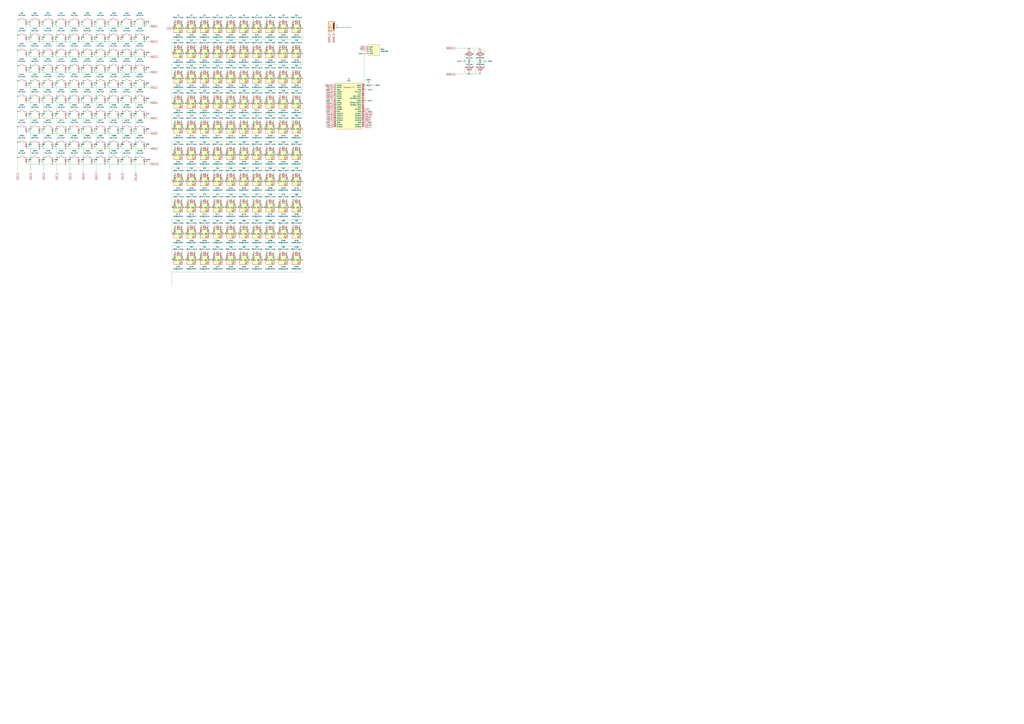
<source format=kicad_sch>
(kicad_sch (version 20250114) (generator "eeschema") (generator_version "9.0")
  (paper "A0")
  (junction (at 137.16 83.82))
  (junction (at 287.02 172.72))
  (junction (at 167.64 83.82))
  (junction (at 256.54 113.03))
  (junction (at 81.28 93.98))
  (junction (at 264.16 172.72))
  (junction (at 218.44 54.61))
  (junction (at 127 147.32))
  (junction (at 66.04 58.42))
  (junction (at 152.4 66.04))
  (junction (at 106.68 83.82))
  (junction (at 60.96 137.16))
  (junction (at 287.02 294.64))
  (junction (at 81.28 58.42))
  (junction (at 111.76 147.32))
  (junction (at 96.52 182.88))
  (junction (at 121.92 66.04))
  (junction (at 127 76.2))
  (junction (at 302.26 54.61))
  (junction (at 347.98 142.24))
  (junction (at 340.36 113.03))
  (junction (at 294.64 142.24))
  (junction (at 241.3 233.68))
  (junction (at 287.02 264.16))
  (junction (at 60.96 154.94))
  (junction (at 127 182.88))
  (junction (at 233.68 264.16))
  (junction (at 76.2 48.26))
  (junction (at 226.06 233.68))
  (junction (at 111.76 129.54))
  (junction (at 96.52 58.42))
  (junction (at 248.92 294.64))
  (junction (at 167.64 30.48))
  (junction (at 226.06 83.82))
  (junction (at 81.28 129.54))
  (junction (at 317.5 264.16))
  (junction (at 203.2 233.68))
  (junction (at 157.48 93.98))
  (junction (at 325.12 113.03))
  (junction (at 271.78 25.4))
  (junction (at 152.4 190.5))
  (junction (at 35.56 111.76))
  (junction (at 233.68 142.24))
  (junction (at 81.28 111.76))
  (junction (at 210.82 54.61))
  (junction (at 332.74 142.24))
  (junction (at 241.3 54.61))
  (junction (at 96.52 40.64))
  (junction (at 325.12 83.82))
  (junction (at 340.36 25.4))
  (junction (at 45.72 101.6))
  (junction (at 20.32 111.76))
  (junction (at 50.8 76.2))
  (junction (at 96.52 111.76))
  (junction (at 317.5 294.64))
  (junction (at 111.76 182.88))
  (junction (at 50.8 58.42))
  (junction (at 91.44 137.16))
  (junction (at 332.74 25.4))
  (junction (at 81.28 165.1))
  (junction (at 121.92 83.82))
  (junction (at 81.28 147.32))
  (junction (at 340.36 142.24))
  (junction (at 218.44 233.68))
  (junction (at 241.3 113.03))
  (junction (at 127 40.64))
  (junction (at 152.4 83.82))
  (junction (at 309.88 142.24))
  (junction (at 233.68 203.2))
  (junction (at 127 129.54))
  (junction (at 127 111.76))
  (junction (at 309.88 294.64))
  (junction (at 106.68 137.16))
  (junction (at 340.36 54.61))
  (junction (at 210.82 83.82))
  (junction (at 309.88 203.2))
  (junction (at 309.88 83.82))
  (junction (at 340.36 203.2))
  (junction (at 76.2 137.16))
  (junction (at 332.74 203.2))
  (junction (at 121.92 48.26))
  (junction (at 544.83 55.88))
  (junction (at 256.54 233.68))
  (junction (at 279.4 142.24))
  (junction (at 279.4 294.64))
  (junction (at 76.2 172.72))
  (junction (at 91.44 66.04))
  (junction (at 271.78 294.64))
  (junction (at 271.78 172.72))
  (junction (at 256.54 54.61))
  (junction (at 45.72 154.94))
  (junction (at 111.76 93.98))
  (junction (at 35.56 40.64))
  (junction (at 317.5 203.2))
  (junction (at 317.5 25.4))
  (junction (at 264.16 142.24))
  (junction (at 66.04 76.2))
  (junction (at 60.96 101.6))
  (junction (at 157.48 58.42))
  (junction (at 76.2 66.04))
  (junction (at 332.74 264.16))
  (junction (at 271.78 83.82))
  (junction (at 309.88 113.03))
  (junction (at 233.68 54.61))
  (junction (at 157.48 165.1))
  (junction (at 271.78 142.24))
  (junction (at 50.8 111.76))
  (junction (at 111.76 111.76))
  (junction (at 294.64 203.2))
  (junction (at 347.98 172.72))
  (junction (at 66.04 40.64))
  (junction (at 121.92 190.5))
  (junction (at 167.64 119.38))
  (junction (at 241.3 264.16))
  (junction (at 317.5 54.61))
  (junction (at 287.02 113.03))
  (junction (at 256.54 83.82))
  (junction (at 340.36 294.64))
  (junction (at 340.36 172.72))
  (junction (at 76.2 30.48))
  (junction (at 294.64 233.68))
  (junction (at 279.4 172.72))
  (junction (at 60.96 30.48))
  (junction (at 294.64 294.64))
  (junction (at 76.2 119.38))
  (junction (at 309.88 25.4))
  (junction (at 152.4 119.38))
  (junction (at 279.4 83.82))
  (junction (at 241.3 294.64))
  (junction (at 302.26 294.64))
  (junction (at 20.32 147.32))
  (junction (at 157.48 111.76))
  (junction (at 152.4 30.48))
  (junction (at 302.26 83.82))
  (junction (at 340.36 83.82))
  (junction (at 50.8 147.32))
  (junction (at 233.68 172.72))
  (junction (at 91.44 101.6))
  (junction (at 309.88 54.61))
  (junction (at 210.82 113.03))
  (junction (at 317.5 113.03))
  (junction (at 137.16 48.26))
  (junction (at 226.06 54.61))
  (junction (at 152.4 154.94))
  (junction (at 91.44 83.82))
  (junction (at 279.4 233.68))
  (junction (at 347.98 264.16))
  (junction (at 226.06 264.16))
  (junction (at 20.32 93.98))
  (junction (at 35.56 76.2))
  (junction (at 35.56 58.42))
  (junction (at 203.2 25.4))
  (junction (at 111.76 58.42))
  (junction (at 35.56 147.32))
  (junction (at 264.16 54.61))
  (junction (at 127 58.42))
  (junction (at 347.98 25.4))
  (junction (at 76.2 154.94))
  (junction (at 218.44 142.24))
  (junction (at 157.48 40.64))
  (junction (at 218.44 113.03))
  (junction (at 121.92 119.38))
  (junction (at 81.28 182.88))
  (junction (at 45.72 119.38))
  (junction (at 91.44 190.5))
  (junction (at 226.06 203.2))
  (junction (at 264.16 264.16))
  (junction (at 241.3 172.72))
  (junction (at 271.78 54.61))
  (junction (at 76.2 83.82))
  (junction (at 60.96 83.82))
  (junction (at 142.24 165.1))
  (junction (at 325.12 172.72))
  (junction (at 226.06 172.72))
  (junction (at 248.92 25.4))
  (junction (at 106.68 101.6))
  (junction (at 167.64 48.26))
  (junction (at 332.74 54.61))
  (junction (at 241.3 142.24))
  (junction (at 325.12 25.4))
  (junction (at 50.8 165.1))
  (junction (at 106.68 119.38))
  (junction (at 347.98 203.2))
  (junction (at 562.61 71.12))
  (junction (at 332.74 172.72))
  (junction (at 271.78 113.03))
  (junction (at 241.3 25.4))
  (junction (at 302.26 172.72))
  (junction (at 264.16 113.03))
  (junction (at 347.98 83.82))
  (junction (at 76.2 190.5))
  (junction (at 66.04 93.98))
  (junction (at 111.76 40.64))
  (junction (at 121.92 30.48))
  (junction (at 347.98 294.64))
  (junction (at 294.64 264.16))
  (junction (at 218.44 83.82))
  (junction (at 325.12 54.61))
  (junction (at 218.44 172.72))
  (junction (at 106.68 154.94))
  (junction (at 157.48 147.32))
  (junction (at 309.88 264.16))
  (junction (at 233.68 294.64))
  (junction (at 218.44 203.2))
  (junction (at 167.64 190.5))
  (junction (at 248.92 264.16))
  (junction (at 203.2 203.2))
  (junction (at 152.4 137.16))
  (junction (at 106.68 190.5))
  (junction (at 96.52 93.98))
  (junction (at 137.16 172.72))
  (junction (at 96.52 129.54))
  (junction (at 271.78 264.16))
  (junction (at 121.92 137.16))
  (junction (at 264.16 25.4))
  (junction (at 91.44 154.94))
  (junction (at 210.82 142.24))
  (junction (at 167.64 66.04))
  (junction (at 218.44 25.4))
  (junction (at 137.16 154.94))
  (junction (at 332.74 83.82))
  (junction (at 264.16 83.82))
  (junction (at 233.68 25.4))
  (junction (at 325.12 294.64))
  (junction (at 137.16 101.6))
  (junction (at 157.48 129.54))
  (junction (at 167.64 154.94))
  (junction (at 309.88 172.72))
  (junction (at 127 93.98))
  (junction (at 45.72 172.72))
  (junction (at 137.16 30.48))
  (junction (at 45.72 83.82))
  (junction (at 271.78 233.68))
  (junction (at 66.04 129.54))
  (junction (at 302.26 264.16))
  (junction (at 20.32 129.54))
  (junction (at 226.06 294.64))
  (junction (at 248.92 142.24))
  (junction (at 142.24 76.2))
  (junction (at 60.96 119.38))
  (junction (at 137.16 137.16))
  (junction (at 121.92 172.72))
  (junction (at 302.26 203.2))
  (junction (at 233.68 233.68))
  (junction (at 317.5 172.72))
  (junction (at 210.82 294.64))
  (junction (at 226.06 142.24))
  (junction (at 91.44 172.72))
  (junction (at 96.52 76.2))
  (junction (at 203.2 172.72))
  (junction (at 226.06 25.4))
  (junction (at 66.04 111.76))
  (junction (at 203.2 54.61))
  (junction (at 325.12 203.2))
  (junction (at 20.32 182.88))
  (junction (at 248.92 83.82))
  (junction (at 294.64 113.03))
  (junction (at 302.26 113.03))
  (junction (at 544.83 86.36))
  (junction (at 210.82 25.4))
  (junction (at 317.5 142.24))
  (junction (at 137.16 66.04))
  (junction (at 325.12 233.68))
  (junction (at 248.92 113.03))
  (junction (at 45.72 137.16))
  (junction (at 106.68 172.72))
  (junction (at 287.02 54.61))
  (junction (at 317.5 83.82))
  (junction (at 210.82 233.68))
  (junction (at 347.98 113.03))
  (junction (at 347.98 54.61))
  (junction (at 20.32 40.64))
  (junction (at 203.2 83.82))
  (junction (at 539.75 71.12))
  (junction (at 203.2 113.03))
  (junction (at 325.12 142.24))
  (junction (at 233.68 113.03))
  (junction (at 287.02 25.4))
  (junction (at 35.56 93.98))
  (junction (at 325.12 264.16))
  (junction (at 60.96 66.04))
  (junction (at 137.16 119.38))
  (junction (at 142.24 129.54))
  (junction (at 91.44 119.38))
  (junction (at 256.54 294.64))
  (junction (at 121.92 154.94))
  (junction (at 422.91 99.06))
  (junction (at 294.64 172.72))
  (junction (at 81.28 40.64))
  (junction (at 35.56 165.1))
  (junction (at 248.92 203.2))
  (junction (at 76.2 101.6))
  (junction (at 264.16 233.68))
  (junction (at 66.04 147.32))
  (junction (at 210.82 203.2))
  (junction (at 309.88 233.68))
  (junction (at 340.36 264.16))
  (junction (at 45.72 30.48))
  (junction (at 91.44 48.26))
  (junction (at 203.2 142.24))
  (junction (at 332.74 294.64))
  (junction (at 302.26 142.24))
  (junction (at 142.24 182.88))
  (junction (at 137.16 190.5))
  (junction (at 287.02 142.24))
  (junction (at 152.4 101.6))
  (junction (at 218.44 294.64))
  (junction (at 256.54 172.72))
  (junction (at 152.4 48.26))
  (junction (at 317.5 233.68))
  (junction (at 91.44 30.48))
  (junction (at 256.54 203.2))
  (junction (at 226.06 113.03))
  (junction (at 287.02 233.68))
  (junction (at 256.54 264.16))
  (junction (at 127 165.1))
  (junction (at 294.64 83.82))
  (junction (at 50.8 40.64))
  (junction (at 35.56 129.54))
  (junction (at 60.96 190.5))
  (junction (at 167.64 137.16))
  (junction (at 45.72 48.26))
  (junction (at 233.68 83.82))
  (junction (at 50.8 129.54))
  (junction (at 167.64 101.6))
  (junction (at 167.64 172.72))
  (junction (at 157.48 76.2))
  (junction (at 294.64 25.4))
  (junction (at 264.16 294.64))
  (junction (at 96.52 165.1))
  (junction (at 210.82 172.72))
  (junction (at 50.8 93.98))
  (junction (at 106.68 48.26))
  (junction (at 264.16 203.2))
  (junction (at 218.44 264.16))
  (junction (at 279.4 25.4))
  (junction (at 248.92 54.61))
  (junction (at 142.24 147.32))
  (junction (at 287.02 203.2))
  (junction (at 332.74 113.03))
  (junction (at 45.72 190.5))
  (junction (at 347.98 233.68))
  (junction (at 157.48 182.88))
  (junction (at 142.24 40.64))
  (junction (at 60.96 48.26))
  (junction (at 111.76 165.1))
  (junction (at 20.32 76.2))
  (junction (at 279.4 54.61))
  (junction (at 248.92 233.68))
  (junction (at 66.04 182.88))
  (junction (at 294.64 54.61))
  (junction (at 66.04 165.1))
  (junction (at 121.92 101.6))
  (junction (at 256.54 25.4))
  (junction (at 142.24 111.76))
  (junction (at 241.3 203.2))
  (junction (at 302.26 233.68))
  (junction (at 287.02 83.82))
  (junction (at 203.2 294.64))
  (junction (at 50.8 182.88))
  (junction (at 142.24 93.98))
  (junction (at 20.32 165.1))
  (junction (at 279.4 203.2))
  (junction (at 279.4 113.03))
  (junction (at 340.36 233.68))
  (junction (at 96.52 147.32))
  (junction (at 35.56 182.88))
  (junction (at 20.32 58.42))
  (junction (at 241.3 83.82))
  (junction (at 203.2 264.16))
  (junction (at 106.68 30.48))
  (junction (at 302.26 25.4))
  (junction (at 45.72 66.04))
  (junction (at 106.68 66.04))
  (junction (at 210.82 264.16))
  (junction (at 142.24 58.42))
  (junction (at 111.76 76.2))
  (junction (at 271.78 203.2))
  (junction (at 248.92 172.72))
  (junction (at 60.96 172.72))
  (junction (at 152.4 172.72))
  (junction (at 81.28 76.2))
  (junction (at 256.54 142.24))
  (junction (at 279.4 264.16))
  (junction (at 332.74 233.68))
  (wire (pts (xy 81.28 58.42) (xy 81.28 76.2)))
  (wire (pts (xy 106.68 190.5) (xy 121.92 190.5)))
  (wire (pts (xy 137.16 172.72) (xy 152.4 172.72)))
  (wire (pts (xy 199.39 285.75) (xy 199.39 302.26)))
  (wire (pts (xy 50.8 76.2) (xy 50.8 93.98)))
  (wire (pts (xy 35.56 22.86) (xy 35.56 40.64)))
  (wire (pts (xy 66.04 40.64) (xy 66.04 58.42)))
  (wire (pts (xy 76.2 154.94) (xy 91.44 154.94)))
  (wire (pts (xy 96.52 111.76) (xy 96.52 129.54)))
  (wire (pts (xy 137.16 101.6) (xy 152.4 101.6)))
  (wire (pts (xy 351.79 194.31) (xy 199.39 194.31)))
  (wire (pts (xy 96.52 58.42) (xy 96.52 76.2)))
  (wire (pts (xy 106.68 48.26) (xy 121.92 48.26)))
  (wire (pts (xy 66.04 182.88) (xy 66.04 200.66)))
  (wire (pts (xy 81.28 22.86) (xy 81.28 40.64)))
  (wire (pts (xy 35.56 111.76) (xy 35.56 129.54)))
  (wire (pts (xy 562.61 78.74) (xy 562.61 71.12)))
  (wire (pts (xy 20.32 93.98) (xy 20.32 111.76)))
  (wire (pts (xy 351.79 180.34) (xy 351.79 194.31)))
  (wire (pts (xy 60.96 119.38) (xy 76.2 119.38)))
  (wire (pts (xy 157.48 182.88) (xy 157.48 200.66)))
  (wire (pts (xy 91.44 48.26) (xy 106.68 48.26)))
  (wire (pts (xy 50.8 22.86) (xy 50.8 40.64)))
  (wire (pts (xy 137.16 66.04) (xy 152.4 66.04)))
  (wire (pts (xy 91.44 137.16) (xy 106.68 137.16)))
  (wire (pts (xy 60.96 154.94) (xy 76.2 154.94)))
  (wire (pts (xy 422.91 59.69) (xy 425.45 59.69)))
  (wire (pts (xy 76.2 190.5) (xy 91.44 190.5)))
  (wire (pts (xy 76.2 101.6) (xy 91.44 101.6)))
  (wire (pts (xy 127 40.64) (xy 127 58.42)))
  (wire (pts (xy 50.8 58.42) (xy 50.8 76.2)))
  (wire (pts (xy 30.48 101.6) (xy 45.72 101.6)))
  (wire (pts (xy 152.4 119.38) (xy 167.64 119.38)))
  (wire (pts (xy 81.28 76.2) (xy 81.28 93.98)))
  (wire (pts (xy 121.92 172.72) (xy 137.16 172.72)))
  (wire (pts (xy 157.48 40.64) (xy 157.48 58.42)))
  (wire (pts (xy 351.79 224.79) (xy 199.39 224.79)))
  (wire (pts (xy 351.79 149.86) (xy 351.79 163.83)))
  (wire (pts (xy 157.48 147.32) (xy 157.48 165.1)))
  (wire (pts (xy 106.68 154.94) (xy 121.92 154.94)))
  (wire (pts (xy 91.44 172.72) (xy 106.68 172.72)))
  (wire (pts (xy 152.4 83.82) (xy 167.64 83.82)))
  (wire (pts (xy 552.45 71.12) (xy 552.45 63.5)))
  (wire (pts (xy 351.79 33.02) (xy 351.79 45.72)))
  (wire (pts (xy 142.24 76.2) (xy 142.24 93.98)))
  (wire (pts (xy 111.76 129.54) (xy 111.76 147.32)))
  (wire (pts (xy 562.61 71.12) (xy 552.45 71.12)))
  (wire (pts (xy 549.91 78.74) (xy 549.91 71.12)))
  (wire (pts (xy 142.24 93.98) (xy 142.24 111.76)))
  (wire (pts (xy 199.39 255.27) (xy 199.39 271.78)))
  (wire (pts (xy 529.59 86.36) (xy 544.83 86.36)))
  (wire (pts (xy 60.96 83.82) (xy 76.2 83.82)))
  (wire (pts (xy 91.44 30.48) (xy 106.68 30.48)))
  (wire (pts (xy 137.16 154.94) (xy 152.4 154.94)))
  (wire (pts (xy 30.48 66.04) (xy 45.72 66.04)))
  (wire (pts (xy 20.32 111.76) (xy 20.32 129.54)))
  (wire (pts (xy 111.76 93.98) (xy 111.76 111.76)))
  (wire (pts (xy 96.52 22.86) (xy 96.52 40.64)))
  (wire (pts (xy 351.79 285.75) (xy 199.39 285.75)))
  (wire (pts (xy 35.56 182.88) (xy 35.56 200.66)))
  (wire (pts (xy 30.48 154.94) (xy 45.72 154.94)))
  (wire (pts (xy 66.04 111.76) (xy 66.04 129.54)))
  (wire (pts (xy 111.76 40.64) (xy 111.76 58.42)))
  (wire (pts (xy 127 182.88) (xy 127 200.66)))
  (wire (pts (xy 157.48 129.54) (xy 157.48 147.32)))
  (wire (pts (xy 91.44 154.94) (xy 106.68 154.94)))
  (wire (pts (xy 152.4 30.48) (xy 167.64 30.48)))
  (wire (pts (xy 157.48 93.98) (xy 157.48 111.76)))
  (wire (pts (xy 76.2 30.48) (xy 91.44 30.48)))
  (wire (pts (xy 111.76 22.86) (xy 111.76 40.64)))
  (wire (pts (xy 30.48 30.48) (xy 45.72 30.48)))
  (wire (pts (xy 137.16 137.16) (xy 152.4 137.16)))
  (wire (pts (xy 127 22.86) (xy 127 40.64)))
  (wire (pts (xy 91.44 83.82) (xy 106.68 83.82)))
  (wire (pts (xy 50.8 40.64) (xy 50.8 58.42)))
  (wire (pts (xy 30.48 190.5) (xy 45.72 190.5)))
  (wire (pts (xy 424.18 99.06) (xy 422.91 99.06)))
  (wire (pts (xy 152.4 172.72) (xy 167.64 172.72)))
  (wire (pts (xy 137.16 190.5) (xy 152.4 190.5)))
  (wire (pts (xy 81.28 93.98) (xy 81.28 111.76)))
  (wire (pts (xy 106.68 137.16) (xy 121.92 137.16)))
  (wire (pts (xy 121.92 83.82) (xy 137.16 83.82)))
  (wire (pts (xy 167.64 172.72) (xy 173.99 172.72)))
  (wire (pts (xy 152.4 66.04) (xy 167.64 66.04)))
  (wire (pts (xy 152.4 48.26) (xy 167.64 48.26)))
  (wire (pts (xy 351.79 91.44) (xy 351.79 104.14)))
  (wire (pts (xy 167.64 119.38) (xy 173.99 119.38)))
  (wire (pts (xy 111.76 182.88) (xy 111.76 200.66)))
  (wire (pts (xy 111.76 111.76) (xy 111.76 129.54)))
  (wire (pts (xy 20.32 58.42) (xy 20.32 76.2)))
  (wire (pts (xy 121.92 154.94) (xy 137.16 154.94)))
  (wire (pts (xy 173.99 154.94) (xy 167.64 154.94)))
  (wire (pts (xy 20.32 165.1) (xy 20.32 182.88)))
  (wire (pts (xy 60.96 137.16) (xy 76.2 137.16)))
  (wire (pts (xy 30.48 137.16) (xy 45.72 137.16)))
  (wire (pts (xy 66.04 22.86) (xy 66.04 40.64)))
  (wire (pts (xy 173.99 66.04) (xy 167.64 66.04)))
  (wire (pts (xy 81.28 182.88) (xy 81.28 200.66)))
  (wire (pts (xy 142.24 147.32) (xy 142.24 165.1)))
  (wire (pts (xy 35.56 40.64) (xy 35.56 58.42)))
  (wire (pts (xy 142.24 111.76) (xy 142.24 129.54)))
  (wire (pts (xy 35.56 129.54) (xy 35.56 147.32)))
  (wire (pts (xy 45.72 101.6) (xy 60.96 101.6)))
  (wire (pts (xy 96.52 76.2) (xy 96.52 93.98)))
  (wire (pts (xy 96.52 40.64) (xy 96.52 58.42)))
  (wire (pts (xy 173.99 137.16) (xy 167.64 137.16)))
  (wire (pts (xy 142.24 182.88) (xy 142.24 200.66)))
  (wire (pts (xy 137.16 119.38) (xy 152.4 119.38)))
  (wire (pts (xy 127 147.32) (xy 127 165.1)))
  (wire (pts (xy 549.91 71.12) (xy 539.75 71.12)))
  (wire (pts (xy 422.91 99.06) (xy 422.91 59.69)))
  (wire (pts (xy 157.48 111.76) (xy 157.48 129.54)))
  (wire (pts (xy 199.39 163.83) (xy 199.39 180.34)))
  (wire (pts (xy 111.76 165.1) (xy 111.76 182.88)))
  (wire (pts (xy 106.68 30.48) (xy 121.92 30.48)))
  (wire (pts (xy 549.91 58.42) (xy 562.61 58.42)))
  (wire (pts (xy 137.16 30.48) (xy 152.4 30.48)))
  (wire (pts (xy 45.72 66.04) (xy 60.96 66.04)))
  (wire (pts (xy 91.44 190.5) (xy 106.68 190.5)))
  (wire (pts (xy 157.48 76.2) (xy 157.48 93.98)))
  (wire (pts (xy 76.2 137.16) (xy 91.44 137.16)))
  (wire (pts (xy 20.32 147.32) (xy 20.32 165.1)))
  (wire (pts (xy 66.04 129.54) (xy 66.04 147.32)))
  (wire (pts (xy 81.28 129.54) (xy 81.28 147.32)))
  (wire (pts (xy 106.68 83.82) (xy 121.92 83.82)))
  (wire (pts (xy 544.83 86.36) (xy 557.53 86.36)))
  (wire (pts (xy 50.8 165.1) (xy 50.8 182.88)))
  (wire (pts (xy 137.16 48.26) (xy 152.4 48.26)))
  (wire (pts (xy 66.04 76.2) (xy 66.04 93.98)))
  (wire (pts (xy 121.92 30.48) (xy 137.16 30.48)))
  (wire (pts (xy 152.4 154.94) (xy 167.64 154.94)))
  (wire (pts (xy 111.76 147.32) (xy 111.76 165.1)))
  (wire (pts (xy 30.48 48.26) (xy 45.72 48.26)))
  (wire (pts (xy 96.52 129.54) (xy 96.52 147.32)))
  (wire (pts (xy 45.72 172.72) (xy 60.96 172.72)))
  (wire (pts (xy 60.96 190.5) (xy 76.2 190.5)))
  (wire (pts (xy 35.56 93.98) (xy 35.56 111.76)))
  (wire (pts (xy 121.92 48.26) (xy 137.16 48.26)))
  (wire (pts (xy 562.61 58.42) (xy 562.61 63.5)))
  (wire (pts (xy 539.75 71.12) (xy 539.75 63.5)))
  (wire (pts (xy 351.79 210.82) (xy 351.79 224.79)))
  (wire (pts (xy 199.39 133.35) (xy 199.39 149.86)))
  (wire (pts (xy 81.28 111.76) (xy 81.28 129.54)))
  (wire (pts (xy 60.96 30.48) (xy 76.2 30.48)))
  (wire (pts (xy 351.79 120.65) (xy 351.79 133.35)))
  (wire (pts (xy 127 93.98) (xy 127 111.76)))
  (wire (pts (xy 20.32 129.54) (xy 20.32 147.32)))
  (wire (pts (xy 60.96 101.6) (xy 76.2 101.6)))
  (wire (pts (xy 81.28 40.64) (xy 81.28 58.42)))
  (wire (pts (xy 45.72 154.94) (xy 60.96 154.94)))
  (wire (pts (xy 81.28 165.1) (xy 81.28 182.88)))
  (wire (pts (xy 351.79 163.83) (xy 199.39 163.83)))
  (wire (pts (xy 66.04 147.32) (xy 66.04 165.1)))
  (wire (pts (xy 96.52 93.98) (xy 96.52 111.76)))
  (wire (pts (xy 121.92 66.04) (xy 137.16 66.04)))
  (wire (pts (xy 96.52 147.32) (xy 96.52 165.1)))
  (wire (pts (xy 30.48 172.72) (xy 45.72 172.72)))
  (wire (pts (xy 199.39 194.31) (xy 199.39 210.82)))
  (wire (pts (xy 76.2 66.04) (xy 91.44 66.04)))
  (wire (pts (xy 60.96 172.72) (xy 76.2 172.72)))
  (wire (pts (xy 351.79 316.23) (xy 199.39 316.23)))
  (wire (pts (xy 66.04 58.42) (xy 66.04 76.2)))
  (wire (pts (xy 111.76 58.42) (xy 111.76 76.2)))
  (wire (pts (xy 121.92 101.6) (xy 137.16 101.6)))
  (wire (pts (xy 121.92 137.16) (xy 137.16 137.16)))
  (wire (pts (xy 30.48 119.38) (xy 45.72 119.38)))
  (wire (pts (xy 91.44 101.6) (xy 106.68 101.6)))
  (wire (pts (xy 137.16 83.82) (xy 152.4 83.82)))
  (wire (pts (xy 351.79 271.78) (xy 351.79 285.75)))
  (wire (pts (xy 167.64 48.26) (xy 173.99 48.26)))
  (wire (pts (xy 351.79 45.72) (xy 199.39 45.72)))
  (wire (pts (xy 96.52 182.88) (xy 96.52 200.66)))
  (wire (pts (xy 35.56 165.1) (xy 35.56 182.88)))
  (wire (pts (xy 152.4 190.5) (xy 167.64 190.5)))
  (wire (pts (xy 45.72 30.48) (xy 60.96 30.48)))
  (wire (pts (xy 142.24 165.1) (xy 142.24 182.88)))
  (wire (pts (xy 127 165.1) (xy 127 182.88)))
  (wire (pts (xy 76.2 83.82) (xy 91.44 83.82)))
  (wire (pts (xy 45.72 119.38) (xy 60.96 119.38)))
  (wire (pts (xy 106.68 101.6) (xy 121.92 101.6)))
  (wire (pts (xy 96.52 165.1) (xy 96.52 182.88)))
  (wire (pts (xy 127 129.54) (xy 127 147.32)))
  (wire (pts (xy 167.64 30.48) (xy 173.99 30.48)))
  (wire (pts (xy 549.91 63.5) (xy 549.91 58.42)))
  (wire (pts (xy 50.8 182.88) (xy 50.8 200.66)))
  (wire (pts (xy 81.28 147.32) (xy 81.28 165.1)))
  (wire (pts (xy 199.39 45.72) (xy 199.39 62.23)))
  (wire (pts (xy 167.64 101.6) (xy 173.99 101.6)))
  (wire (pts (xy 76.2 172.72) (xy 91.44 172.72)))
  (wire (pts (xy 50.8 147.32) (xy 50.8 165.1)))
  (wire (pts (xy 142.24 58.42) (xy 142.24 76.2)))
  (wire (pts (xy 35.56 147.32) (xy 35.56 165.1)))
  (wire (pts (xy 121.92 119.38) (xy 137.16 119.38)))
  (wire (pts (xy 539.75 85.09) (xy 552.45 85.09)))
  (wire (pts (xy 106.68 119.38) (xy 121.92 119.38)))
  (wire (pts (xy 20.32 40.64) (xy 20.32 58.42)))
  (wire (pts (xy 167.64 190.5) (xy 173.99 190.5)))
  (wire (pts (xy 121.92 190.5) (xy 137.16 190.5)))
  (wire (pts (xy 50.8 111.76) (xy 50.8 129.54)))
  (wire (pts (xy 351.79 255.27) (xy 199.39 255.27)))
  (wire (pts (xy 351.79 241.3) (xy 351.79 255.27)))
  (wire (pts (xy 76.2 48.26) (xy 91.44 48.26)))
  (wire (pts (xy 351.79 62.23) (xy 351.79 74.93)))
  (wire (pts (xy 544.83 55.88) (xy 557.53 55.88)))
  (wire (pts (xy 106.68 66.04) (xy 121.92 66.04)))
  (wire (pts (xy 91.44 119.38) (xy 106.68 119.38)))
  (wire (pts (xy 142.24 40.64) (xy 142.24 58.42)))
  (wire (pts (xy 157.48 58.42) (xy 157.48 76.2)))
  (wire (pts (xy 152.4 101.6) (xy 167.64 101.6)))
  (wire (pts (xy 351.79 302.26) (xy 351.79 316.23)))
  (wire (pts (xy 157.48 165.1) (xy 157.48 182.88)))
  (wire (pts (xy 111.76 76.2) (xy 111.76 93.98)))
  (wire (pts (xy 199.39 316.23) (xy 199.39 332.74)))
  (wire (pts (xy 127 76.2) (xy 127 93.98)))
  (wire (pts (xy 351.79 104.14) (xy 199.39 104.14)))
  (wire (pts (xy 539.75 78.74) (xy 539.75 85.09)))
  (wire (pts (xy 552.45 78.74) (xy 552.45 85.09)))
  (wire (pts (xy 45.72 83.82) (xy 60.96 83.82)))
  (wire (pts (xy 351.79 133.35) (xy 199.39 133.35)))
  (wire (pts (xy 157.48 22.86) (xy 157.48 40.64)))
  (wire (pts (xy 91.44 66.04) (xy 106.68 66.04)))
  (wire (pts (xy 20.32 22.86) (xy 20.32 40.64)))
  (wire (pts (xy 106.68 172.72) (xy 121.92 172.72)))
  (wire (pts (xy 50.8 129.54) (xy 50.8 147.32)))
  (wire (pts (xy 529.59 55.88) (xy 544.83 55.88)))
  (wire (pts (xy 199.39 104.14) (xy 199.39 120.65)))
  (wire (pts (xy 127 58.42) (xy 127 76.2)))
  (wire (pts (xy 127 111.76) (xy 127 129.54)))
  (wire (pts (xy 45.72 48.26) (xy 60.96 48.26)))
  (wire (pts (xy 76.2 119.38) (xy 91.44 119.38)))
  (wire (pts (xy 142.24 129.54) (xy 142.24 147.32)))
  (wire (pts (xy 20.32 182.88) (xy 20.32 200.66)))
  (wire (pts (xy 199.39 224.79) (xy 199.39 241.3)))
  (wire (pts (xy 20.32 76.2) (xy 20.32 93.98)))
  (wire (pts (xy 30.48 83.82) (xy 45.72 83.82)))
  (wire (pts (xy 199.39 74.93) (xy 199.39 91.44)))
  (wire (pts (xy 50.8 93.98) (xy 50.8 111.76)))
  (wire (pts (xy 60.96 48.26) (xy 76.2 48.26)))
  (wire (pts (xy 152.4 137.16) (xy 167.64 137.16)))
  (wire (pts (xy 60.96 66.04) (xy 76.2 66.04)))
  (wire (pts (xy 66.04 165.1) (xy 66.04 182.88)))
  (wire (pts (xy 142.24 22.86) (xy 142.24 40.64)))
  (wire (pts (xy 35.56 76.2) (xy 35.56 93.98)))
  (wire (pts (xy 66.04 93.98) (xy 66.04 111.76)))
  (wire (pts (xy 45.72 190.5) (xy 60.96 190.5)))
  (wire (pts (xy 351.79 74.93) (xy 199.39 74.93)))
  (wire (pts (xy 45.72 137.16) (xy 60.96 137.16)))
  (wire (pts (xy 167.64 83.82) (xy 173.99 83.82)))
  (wire (pts (xy 35.56 58.42) (xy 35.56 76.2)))
  (global_label "ROW_1" (shape input) (at 173.99 30.48 0) (property "Intersheetrefs" "${INTERSHEET_REFS}" (effects (hide yes))))
  (global_label "COL_10" (shape input) (at 422.91 132.08 0) (property "Intersheetrefs" "${INTERSHEET_REFS}" (effects (hide yes))))
  (global_label "ROW_3" (shape input) (at 387.35 121.92 180) (property "Intersheetrefs" "${INTERSHEET_REFS}" (effects (hide yes))))
  (global_label "COL_3" (shape input) (at 387.35 139.7 180) (property "Intersheetrefs" "${INTERSHEET_REFS}" (effects (hide yes))))
  (global_label "COL_4" (shape input) (at 66.04 200.66 270) (property "Intersheetrefs" "${INTERSHEET_REFS}" (effects (hide yes))))
  (global_label "ROW_6" (shape input) (at 173.99 119.38 0) (property "Intersheetrefs" "${INTERSHEET_REFS}" (effects (hide yes))))
  (global_label "ROW_8" (shape input) (at 173.99 154.94 0) (property "Intersheetrefs" "${INTERSHEET_REFS}" (effects (hide yes))))
  (global_label "ROW_8" (shape input) (at 387.35 106.68 180) (property "Intersheetrefs" "${INTERSHEET_REFS}" (effects (hide yes))))
  (global_label "COL_1" (shape input) (at 387.35 147.32 180) (property "Intersheetrefs" "${INTERSHEET_REFS}" (effects (hide yes))))
  (global_label "COL_3" (shape input) (at 50.8 200.66 270) (property "Intersheetrefs" "${INTERSHEET_REFS}" (effects (hide yes))))
  (global_label "ROW_9" (shape input) (at 387.35 101.6 180) (property "Intersheetrefs" "${INTERSHEET_REFS}" (effects (hide yes))))
  (global_label "ROW_10" (shape input) (at 387.35 99.06 180) (property "Intersheetrefs" "${INTERSHEET_REFS}" (effects (hide yes))))
  (global_label "ROW_2" (shape input) (at 387.35 124.46 180) (property "Intersheetrefs" "${INTERSHEET_REFS}" (effects (hide yes))))
  (global_label "COL_4" (shape input) (at 387.35 137.16 180) (property "Intersheetrefs" "${INTERSHEET_REFS}" (effects (hide yes))))
  (global_label "COL_2" (shape input) (at 387.35 144.78 180) (property "Intersheetrefs" "${INTERSHEET_REFS}" (effects (hide yes))))
  (global_label "ROW_5" (shape input) (at 387.35 114.3 180) (property "Intersheetrefs" "${INTERSHEET_REFS}" (effects (hide yes))))
  (global_label "COL_8" (shape input) (at 422.91 144.78 0) (property "Intersheetrefs" "${INTERSHEET_REFS}" (effects (hide yes))))
  (global_label "BARREL_B" (shape input) (at 387.35 38.1 270) (property "Intersheetrefs" "${INTERSHEET_REFS}" (effects (hide yes))))
  (global_label "ROW_4" (shape input) (at 387.35 119.38 180) (property "Intersheetrefs" "${INTERSHEET_REFS}" (effects (hide yes))))
  (global_label "ROW_4" (shape input) (at 173.99 83.82 0) (property "Intersheetrefs" "${INTERSHEET_REFS}" (effects (hide yes))))
  (global_label "ROW_9" (shape input) (at 173.99 172.72 0) (property "Intersheetrefs" "${INTERSHEET_REFS}" (effects (hide yes))))
  (global_label "COL_9" (shape input) (at 422.91 134.62 0) (property "Intersheetrefs" "${INTERSHEET_REFS}" (effects (hide yes))))
  (global_label "COL_2" (shape input) (at 35.56 200.66 270) (property "Intersheetrefs" "${INTERSHEET_REFS}" (effects (hide yes))))
  (global_label "ROW_7" (shape input) (at 173.99 137.16 0) (property "Intersheetrefs" "${INTERSHEET_REFS}" (effects (hide yes))))
  (global_label "COL_6" (shape input) (at 96.52 200.66 270) (property "Intersheetrefs" "${INTERSHEET_REFS}" (effects (hide yes))))
  (global_label "COL_7" (shape input) (at 111.76 200.66 270) (property "Intersheetrefs" "${INTERSHEET_REFS}" (effects (hide yes))))
  (global_label "COL_6" (shape input) (at 387.35 132.08 180) (property "Intersheetrefs" "${INTERSHEET_REFS}" (effects (hide yes))))
  (global_label "SCL1" (shape input) (at 422.91 137.16 0) (property "Intersheetrefs" "${INTERSHEET_REFS}" (effects (hide yes))))
  (global_label "SCL1" (shape input) (at 425.45 57.15 180) (property "Intersheetrefs" "${INTERSHEET_REFS}" (effects (hide yes))))
  (global_label "SDA1" (shape input) (at 425.45 54.61 180) (property "Intersheetrefs" "${INTERSHEET_REFS}" (effects (hide yes))))
  (global_label "SDA1" (shape input) (at 422.91 139.7 0) (property "Intersheetrefs" "${INTERSHEET_REFS}" (effects (hide yes))))
  (global_label "LED" (shape input) (at 199.39 33.02 180) (property "Intersheetrefs" "${INTERSHEET_REFS}" (effects (hide yes))))
  (global_label "ROW_1" (shape input) (at 387.35 127 180) (property "Intersheetrefs" "${INTERSHEET_REFS}" (effects (hide yes))))
  (global_label "LED" (shape input) (at 422.91 127 0) (property "Intersheetrefs" "${INTERSHEET_REFS}" (effects (hide yes))))
  (global_label "BARREL_A" (shape input) (at 382.27 38.1 270) (property "Intersheetrefs" "${INTERSHEET_REFS}" (effects (hide yes))))
  (global_label "ROW_5" (shape input) (at 173.99 101.6 0) (property "Intersheetrefs" "${INTERSHEET_REFS}" (effects (hide yes))))
  (global_label "COL_5" (shape input) (at 81.28 200.66 270) (property "Intersheetrefs" "${INTERSHEET_REFS}" (effects (hide yes))))
  (global_label "COL_5" (shape input) (at 387.35 134.62 180) (property "Intersheetrefs" "${INTERSHEET_REFS}" (effects (hide yes))))
  (global_label "BARREL_A" (shape input) (at 529.59 55.88 180) (property "Intersheetrefs" "${INTERSHEET_REFS}" (effects (hide yes))))
  (global_label "ROW_10" (shape input) (at 173.99 190.5 0) (property "Intersheetrefs" "${INTERSHEET_REFS}" (effects (hide yes))))
  (global_label "ROW_7" (shape input) (at 387.35 109.22 180) (property "Intersheetrefs" "${INTERSHEET_REFS}" (effects (hide yes))))
  (global_label "COL_8" (shape input) (at 127 200.66 270) (property "Intersheetrefs" "${INTERSHEET_REFS}" (effects (hide yes))))
  (global_label "COL_1" (shape input) (at 20.32 200.66 270) (property "Intersheetrefs" "${INTERSHEET_REFS}" (effects (hide yes))))
  (global_label "COL_7" (shape input) (at 422.91 147.32 0) (property "Intersheetrefs" "${INTERSHEET_REFS}" (effects (hide yes))))
  (global_label "COL_9" (shape input) (at 142.24 200.66 270) (property "Intersheetrefs" "${INTERSHEET_REFS}" (effects (hide yes))))
  (global_label "ROW_6" (shape input) (at 387.35 111.76 180) (property "Intersheetrefs" "${INTERSHEET_REFS}" (effects (hide yes))))
  (global_label "ROW_2" (shape input) (at 173.99 48.26 0) (property "Intersheetrefs" "${INTERSHEET_REFS}" (effects (hide yes))))
  (global_label "BARREL_B" (shape input) (at 529.59 86.36 180) (property "Intersheetrefs" "${INTERSHEET_REFS}" (effects (hide yes))))
  (global_label "COL_10" (shape input) (at 157.48 200.66 270) (property "Intersheetrefs" "${INTERSHEET_REFS}" (effects (hide yes))))
  (global_label "ROW_3" (shape input) (at 173.99 66.04 0) (property "Intersheetrefs" "${INTERSHEET_REFS}" (effects (hide yes))))
  (symbol (lib_id "LED:SK6812MINI") (at 283.21 33.02 0) (unit 1)
    (property "Reference" "D106" (at 283.21 40.64 0))
    (property "Value" "SK6812MINI" (at 283.21 43.18 0))
    (property "Footprint" "footprints:SK6812MINI-E" (effects (hide yes)))
    (property "Datasheet" "https://cdn-shop.adafruit.com/product-files/2686/SK6812MINI_REV.01-1-2.pdf" (effects (hide yes)))
    (property "Description" "RGB LED with integrated controller" (effects (hide yes)))
  )
  (symbol (lib_id "LED:SK6812MINI") (at 207.01 241.3 0) (unit 1)
    (property "Reference" "D171" (at 207.01 248.92 0))
    (property "Value" "SK6812MINI" (at 207.01 251.46 0))
    (property "Footprint" "footprints:SK6812MINI-E" (effects (hide yes)))
    (property "Datasheet" "https://cdn-shop.adafruit.com/product-files/2686/SK6812MINI_REV.01-1-2.pdf" (effects (hide yes)))
    (property "Description" "RGB LED with integrated controller" (effects (hide yes)))
  )
  (symbol (lib_id "Device:D") (at 76.2 62.23 90) (unit 1)
    (property "Reference" "D24" (at 78.74 60.9599 90) (effects (justify right)))
    (property "Value" "D" (at 78.74 63.4999 90) (effects (justify right)))
    (property "Footprint" "Diode_SMD:D_0805_2012Metric_Pad1.15x1.40mm_HandSolder" (effects (hide yes)))
    (property "Description" "Diode" (effects (hide yes)))
    (property "Sim.Device" "D" (effects (hide yes)))
    (property "Sim.Pins" "1=K 2=A" (effects (hide yes)))
  )
  (symbol (lib_id "LED:SK6812MINI") (at 252.73 241.3 0) (unit 1)
    (property "Reference" "D174" (at 252.73 248.92 0))
    (property "Value" "SK6812MINI" (at 252.73 251.46 0))
    (property "Footprint" "footprints:SK6812MINI-E" (effects (hide yes)))
    (property "Datasheet" "https://cdn-shop.adafruit.com/product-files/2686/SK6812MINI_REV.01-1-2.pdf" (effects (hide yes)))
    (property "Description" "RGB LED with integrated controller" (effects (hide yes)))
  )
  (symbol (lib_id "Device:D") (at 137.16 62.23 90) (unit 1)
    (property "Reference" "D28" (at 139.7 60.9599 90) (effects (justify right)))
    (property "Value" "D" (at 139.7 63.4999 90) (effects (justify right)))
    (property "Footprint" "Diode_SMD:D_0805_2012Metric_Pad1.15x1.40mm_HandSolder" (effects (hide yes)))
    (property "Description" "Diode" (effects (hide yes)))
    (property "Sim.Device" "D" (effects (hide yes)))
    (property "Sim.Pins" "1=K 2=A" (effects (hide yes)))
  )
  (symbol (lib_id "power:VBUS") (at 309.88 172.72 0) (unit 1)
    (property "Reference" "#PWR0117" (effects (hide yes)))
    (property "Value" "VBUS" (at 309.88 167.64 0))
    (property "Description" "Power symbol creates a global label with name \"VBUS\"" (effects (hide yes)))
  )
  (symbol (lib_id "Device:C") (at 344.17 172.72 90) (unit 1)
    (property "Reference" "C60" (at 344.17 165.1 90))
    (property "Value" "C" (at 344.17 167.64 90))
    (property "Footprint" "Capacitor_SMD:C_0805_2012Metric_Pad1.18x1.45mm_HandSolder" (effects (hide yes)))
    (property "Description" "Unpolarized capacitor" (effects (hide yes)))
  )
  (symbol (lib_id "Switch:SW_Push") (at 25.4 182.88 0) (unit 1)
    (property "Reference" "SW91" (at 25.4 175.26 0))
    (property "Value" "SW_Push" (at 25.4 177.8 0))
    (property "Footprint" "footprints:SW_Cherry_MX_PCB_1.00u" (effects (hide yes)))
    (property "Description" "Push button switch, generic, two pins" (effects (hide yes)))
  )
  (symbol (lib_id "Device:D") (at 30.48 168.91 90) (unit 1)
    (property "Reference" "D81" (at 33.02 167.6399 90) (effects (justify right)))
    (property "Value" "D" (at 33.02 170.1799 90) (effects (justify right)))
    (property "Footprint" "Diode_SMD:D_0805_2012Metric_Pad1.15x1.40mm_HandSolder" (effects (hide yes)))
    (property "Description" "Diode" (effects (hide yes)))
    (property "Sim.Device" "D" (effects (hide yes)))
    (property "Sim.Pins" "1=K 2=A" (effects (hide yes)))
  )
  (symbol (lib_id "LED:SK6812MINI") (at 252.73 33.02 0) (unit 1)
    (property "Reference" "D104" (at 252.73 40.64 0))
    (property "Value" "SK6812MINI" (at 252.73 43.18 0))
    (property "Footprint" "footprints:SK6812MINI-E" (effects (hide yes)))
    (property "Datasheet" "https://cdn-shop.adafruit.com/product-files/2686/SK6812MINI_REV.01-1-2.pdf" (effects (hide yes)))
    (property "Description" "RGB LED with integrated controller" (effects (hide yes)))
  )
  (symbol (lib_id "LED:SK6812MINI") (at 298.45 33.02 0) (unit 1)
    (property "Reference" "D107" (at 298.45 40.64 0))
    (property "Value" "SK6812MINI" (at 298.45 43.18 0))
    (property "Footprint" "footprints:SK6812MINI-E" (effects (hide yes)))
    (property "Datasheet" "https://cdn-shop.adafruit.com/product-files/2686/SK6812MINI_REV.01-1-2.pdf" (effects (hide yes)))
    (property "Description" "RGB LED with integrated controller" (effects (hide yes)))
  )
  (symbol (lib_id "Device:D") (at 152.4 115.57 90) (unit 1)
    (property "Reference" "D59" (at 154.94 114.2999 90) (effects (justify right)))
    (property "Value" "D" (at 154.94 116.8399 90) (effects (justify right)))
    (property "Footprint" "Diode_SMD:D_0805_2012Metric_Pad1.15x1.40mm_HandSolder" (effects (hide yes)))
    (property "Description" "Diode" (effects (hide yes)))
    (property "Sim.Device" "D" (effects (hide yes)))
    (property "Sim.Pins" "1=K 2=A" (effects (hide yes)))
  )
  (symbol (lib_id "Switch:SW_Push") (at 25.4 76.2 0) (unit 1)
    (property "Reference" "SW31" (at 25.4 68.58 0))
    (property "Value" "SW_Push" (at 25.4 71.12 0))
    (property "Footprint" "footprints:SW_Cherry_MX_PCB_1.00u" (effects (hide yes)))
    (property "Description" "Push button switch, generic, two pins" (effects (hide yes)))
  )
  (symbol (lib_id "power:Earth") (at 332.74 294.64 180) (unit 1)
    (property "Reference" "#PWR0200" (effects (hide yes)))
    (property "Value" "Earth" (at 332.74 289.56 0))
    (property "Description" "Power symbol creates a global label with name \"Earth\"" (effects (hide yes)))
  )
  (symbol (lib_id "power:VBUS") (at 340.36 203.2 0) (unit 1)
    (property "Reference" "#PWR0141" (effects (hide yes)))
    (property "Value" "VBUS" (at 340.36 198.12 0))
    (property "Description" "Power symbol creates a global label with name \"VBUS\"" (effects (hide yes)))
  )
  (symbol (lib_id "LED:SK6812MINI") (at 313.69 91.44 0) (unit 1)
    (property "Reference" "D128" (at 313.69 99.06 0))
    (property "Value" "SK6812MINI" (at 313.69 101.6 0))
    (property "Footprint" "footprints:SK6812MINI-E" (effects (hide yes)))
    (property "Datasheet" "https://cdn-shop.adafruit.com/product-files/2686/SK6812MINI_REV.01-1-2.pdf" (effects (hide yes)))
    (property "Description" "RGB LED with integrated controller" (effects (hide yes)))
  )
  (symbol (lib_id "power:VBUS") (at 248.92 54.61 0) (unit 1)
    (property "Reference" "#PWR029" (effects (hide yes)))
    (property "Value" "VBUS" (at 248.92 49.53 0))
    (property "Description" "Power symbol creates a global label with name \"VBUS\"" (effects (hide yes)))
  )
  (symbol (lib_id "Device:D") (at 152.4 44.45 90) (unit 1)
    (property "Reference" "D19" (at 154.94 43.1799 90) (effects (justify right)))
    (property "Value" "D" (at 154.94 45.7199 90) (effects (justify right)))
    (property "Footprint" "Diode_SMD:D_0805_2012Metric_Pad1.15x1.40mm_HandSolder" (effects (hide yes)))
    (property "Description" "Diode" (effects (hide yes)))
    (property "Sim.Device" "D" (effects (hide yes)))
    (property "Sim.Pins" "1=K 2=A" (effects (hide yes)))
  )
  (symbol (lib_id "power:VBUS") (at 233.68 294.64 0) (unit 1)
    (property "Reference" "#PWR0187" (effects (hide yes)))
    (property "Value" "VBUS" (at 233.68 289.56 0))
    (property "Description" "Power symbol creates a global label with name \"VBUS\"" (effects (hide yes)))
  )
  (symbol (lib_id "Device:D") (at 152.4 133.35 90) (unit 1)
    (property "Reference" "D69" (at 154.94 132.0799 90) (effects (justify right)))
    (property "Value" "D" (at 154.94 134.6199 90) (effects (justify right)))
    (property "Footprint" "Diode_SMD:D_0805_2012Metric_Pad1.15x1.40mm_HandSolder" (effects (hide yes)))
    (property "Description" "Diode" (effects (hide yes)))
    (property "Sim.Device" "D" (effects (hide yes)))
    (property "Sim.Pins" "1=K 2=A" (effects (hide yes)))
  )
  (symbol (lib_id "LED:SK6812MINI") (at 283.21 302.26 0) (unit 1)
    (property "Reference" "D196" (at 283.21 309.88 0))
    (property "Value" "SK6812MINI" (at 283.21 312.42 0))
    (property "Footprint" "footprints:SK6812MINI-E" (effects (hide yes)))
    (property "Datasheet" "https://cdn-shop.adafruit.com/product-files/2686/SK6812MINI_REV.01-1-2.pdf" (effects (hide yes)))
    (property "Description" "RGB LED with integrated controller" (effects (hide yes)))
  )
  (symbol (lib_id "Device:C") (at 313.69 294.64 90) (unit 1)
    (property "Reference" "C98" (at 313.69 287.02 90))
    (property "Value" "C" (at 313.69 289.56 90))
    (property "Footprint" "Capacitor_SMD:C_0805_2012Metric_Pad1.18x1.45mm_HandSolder" (effects (hide yes)))
    (property "Description" "Unpolarized capacitor" (effects (hide yes)))
  )
  (symbol (lib_id "Switch:SW_Push") (at 132.08 111.76 0) (unit 1)
    (property "Reference" "SW58" (at 132.08 104.14 0))
    (property "Value" "SW_Push" (at 132.08 106.68 0))
    (property "Footprint" "footprints:SW_Cherry_MX_PCB_1.00u" (effects (hide yes)))
    (property "Description" "Push button switch, generic, two pins" (effects (hide yes)))
  )
  (symbol (lib_id "power:VBUS") (at 233.68 54.61 0) (unit 1)
    (property "Reference" "#PWR027" (effects (hide yes)))
    (property "Value" "VBUS" (at 233.68 49.53 0))
    (property "Description" "Power symbol creates a global label with name \"VBUS\"" (effects (hide yes)))
  )
  (symbol (lib_id "Device:C") (at 237.49 25.4 90) (unit 1)
    (property "Reference" "C3" (at 237.49 17.78 90))
    (property "Value" "C" (at 237.49 20.32 90))
    (property "Footprint" "Capacitor_SMD:C_0805_2012Metric_Pad1.18x1.45mm_HandSolder" (effects (hide yes)))
    (property "Description" "Unpolarized capacitor" (effects (hide yes)))
  )
  (symbol (lib_id "Device:D") (at 121.92 133.35 90) (unit 1)
    (property "Reference" "D67" (at 124.46 132.0799 90) (effects (justify right)))
    (property "Value" "D" (at 124.46 134.6199 90) (effects (justify right)))
    (property "Footprint" "Diode_SMD:D_0805_2012Metric_Pad1.15x1.40mm_HandSolder" (effects (hide yes)))
    (property "Description" "Diode" (effects (hide yes)))
    (property "Sim.Device" "D" (effects (hide yes)))
    (property "Sim.Pins" "1=K 2=A" (effects (hide yes)))
  )
  (symbol (lib_id "power:Earth") (at 347.98 172.72 180) (unit 1)
    (property "Reference" "#PWR0122" (effects (hide yes)))
    (property "Value" "Earth" (at 347.98 167.64 0))
    (property "Description" "Power symbol creates a global label with name \"Earth\"" (effects (hide yes)))
  )
  (symbol (lib_id "Switch:SW_Push") (at 116.84 165.1 0) (unit 1)
    (property "Reference" "SW87" (at 116.84 157.48 0))
    (property "Value" "SW_Push" (at 116.84 160.02 0))
    (property "Footprint" "footprints:SW_Cherry_MX_PCB_1.00u" (effects (hide yes)))
    (property "Description" "Push button switch, generic, two pins" (effects (hide yes)))
  )
  (symbol (lib_id "Device:C") (at 252.73 142.24 90) (unit 1)
    (property "Reference" "C44" (at 252.73 134.62 90))
    (property "Value" "C" (at 252.73 137.16 90))
    (property "Footprint" "Capacitor_SMD:C_0805_2012Metric_Pad1.18x1.45mm_HandSolder" (effects (hide yes)))
    (property "Description" "Unpolarized capacitor" (effects (hide yes)))
  )
  (symbol (lib_id "LED:SK6812MINI") (at 207.01 180.34 0) (unit 1)
    (property "Reference" "D151" (at 207.01 187.96 0))
    (property "Value" "SK6812MINI" (at 207.01 190.5 0))
    (property "Footprint" "footprints:SK6812MINI-E" (effects (hide yes)))
    (property "Datasheet" "https://cdn-shop.adafruit.com/product-files/2686/SK6812MINI_REV.01-1-2.pdf" (effects (hide yes)))
    (property "Description" "RGB LED with integrated controller" (effects (hide yes)))
  )
  (symbol (lib_id "power:Earth") (at 210.82 203.2 180) (unit 1)
    (property "Reference" "#PWR0124" (effects (hide yes)))
    (property "Value" "Earth" (at 210.82 198.12 0))
    (property "Description" "Power symbol creates a global label with name \"Earth\"" (effects (hide yes)))
  )
  (symbol (lib_id "Device:C") (at 283.21 113.03 90) (unit 1)
    (property "Reference" "C36" (at 283.21 105.41 90))
    (property "Value" "C" (at 283.21 107.95 90))
    (property "Footprint" "Capacitor_SMD:C_0805_2012Metric_Pad1.18x1.45mm_HandSolder" (effects (hide yes)))
    (property "Description" "Unpolarized capacitor" (effects (hide yes)))
  )
  (symbol (lib_id "Device:D") (at 106.68 115.57 90) (unit 1)
    (property "Reference" "D56" (at 109.22 114.2999 90) (effects (justify right)))
    (property "Value" "D" (at 109.22 116.8399 90) (effects (justify right)))
    (property "Footprint" "Diode_SMD:D_0805_2012Metric_Pad1.15x1.40mm_HandSolder" (effects (hide yes)))
    (property "Description" "Diode" (effects (hide yes)))
    (property "Sim.Device" "D" (effects (hide yes)))
    (property "Sim.Pins" "1=K 2=A" (effects (hide yes)))
  )
  (symbol (lib_id "power:Earth") (at 241.3 203.2 180) (unit 1)
    (property "Reference" "#PWR0128" (effects (hide yes)))
    (property "Value" "Earth" (at 241.3 198.12 0))
    (property "Description" "Power symbol creates a global label with name \"Earth\"" (effects (hide yes)))
  )
  (symbol (lib_id "power:Earth") (at 241.3 172.72 180) (unit 1)
    (property "Reference" "#PWR0108" (effects (hide yes)))
    (property "Value" "Earth" (at 241.3 167.64 0))
    (property "Description" "Power symbol creates a global label with name \"Earth\"" (effects (hide yes)))
  )
  (symbol (lib_id "power:VBUS") (at 233.68 83.82 0) (unit 1)
    (property "Reference" "#PWR047" (effects (hide yes)))
    (property "Value" "VBUS" (at 233.68 78.74 0))
    (property "Description" "Power symbol creates a global label with name \"VBUS\"" (effects (hide yes)))
  )
  (symbol (lib_id "LED:SK6812MINI") (at 252.73 302.26 0) (unit 1)
    (property "Reference" "D194" (at 252.73 309.88 0))
    (property "Value" "SK6812MINI" (at 252.73 312.42 0))
    (property "Footprint" "footprints:SK6812MINI-E" (effects (hide yes)))
    (property "Datasheet" "https://cdn-shop.adafruit.com/product-files/2686/SK6812MINI_REV.01-1-2.pdf" (effects (hide yes)))
    (property "Description" "RGB LED with integrated controller" (effects (hide yes)))
  )
  (symbol (lib_id "LED:SK6812MINI") (at 298.45 210.82 0) (unit 1)
    (property "Reference" "D167" (at 298.45 218.44 0))
    (property "Value" "SK6812MINI" (at 298.45 220.98 0))
    (property "Footprint" "footprints:SK6812MINI-E" (effects (hide yes)))
    (property "Datasheet" "https://cdn-shop.adafruit.com/product-files/2686/SK6812MINI_REV.01-1-2.pdf" (effects (hide yes)))
    (property "Description" "RGB LED with integrated controller" (effects (hide yes)))
  )
  (symbol (lib_id "Switch:SW_Push") (at 40.64 58.42 0) (unit 1)
    (property "Reference" "SW22" (at 40.64 50.8 0))
    (property "Value" "SW_Push" (at 40.64 53.34 0))
    (property "Footprint" "footprints:SW_Cherry_MX_PCB_1.00u" (effects (hide yes)))
    (property "Description" "Push button switch, generic, two pins" (effects (hide yes)))
  )
  (symbol (lib_id "Device:D") (at 60.96 97.79 90) (unit 1)
    (property "Reference" "D43" (at 63.5 96.5199 90) (effects (justify right)))
    (property "Value" "D" (at 63.5 99.0599 90) (effects (justify right)))
    (property "Footprint" "Diode_SMD:D_0805_2012Metric_Pad1.15x1.40mm_HandSolder" (effects (hide yes)))
    (property "Description" "Diode" (effects (hide yes)))
    (property "Sim.Device" "D" (effects (hide yes)))
    (property "Sim.Pins" "1=K 2=A" (effects (hide yes)))
  )
  (symbol (lib_id "LED:SK6812MINI") (at 237.49 33.02 0) (unit 1)
    (property "Reference" "D103" (at 237.49 40.64 0))
    (property "Value" "SK6812MINI" (at 237.49 43.18 0))
    (property "Footprint" "footprints:SK6812MINI-E" (effects (hide yes)))
    (property "Datasheet" "https://cdn-shop.adafruit.com/product-files/2686/SK6812MINI_REV.01-1-2.pdf" (effects (hide yes)))
    (property "Description" "RGB LED with integrated controller" (effects (hide yes)))
  )
  (symbol (lib_id "power:VBUS") (at 325.12 294.64 0) (unit 1)
    (property "Reference" "#PWR0199" (effects (hide yes)))
    (property "Value" "VBUS" (at 325.12 289.56 0))
    (property "Description" "Power symbol creates a global label with name \"VBUS\"" (effects (hide yes)))
  )
  (symbol (lib_id "power:Earth") (at 271.78 172.72 180) (unit 1)
    (property "Reference" "#PWR0112" (effects (hide yes)))
    (property "Value" "Earth" (at 271.78 167.64 0))
    (property "Description" "Power symbol creates a global label with name \"Earth\"" (effects (hide yes)))
  )
  (symbol (lib_id "power:VBUS") (at 279.4 113.03 0) (unit 1)
    (property "Reference" "#PWR073" (effects (hide yes)))
    (property "Value" "VBUS" (at 279.4 107.95 0))
    (property "Description" "Power symbol creates a global label with name \"VBUS\"" (effects (hide yes)))
  )
  (symbol (lib_id "LED:SK6812MINI") (at 222.25 149.86 0) (unit 1)
    (property "Reference" "D142" (at 222.25 157.48 0))
    (property "Value" "SK6812MINI" (at 222.25 160.02 0))
    (property "Footprint" "footprints:SK6812MINI-E" (effects (hide yes)))
    (property "Datasheet" "https://cdn-shop.adafruit.com/product-files/2686/SK6812MINI_REV.01-1-2.pdf" (effects (hide yes)))
    (property "Description" "RGB LED with integrated controller" (effects (hide yes)))
  )
  (symbol (lib_id "power:Earth") (at 317.5 25.4 180) (unit 1)
    (property "Reference" "#PWR018" (effects (hide yes)))
    (property "Value" "Earth" (at 317.5 20.32 0))
    (property "Description" "Power symbol creates a global label with name \"Earth\"" (effects (hide yes)))
  )
  (symbol (lib_id "power:VBUS") (at 218.44 294.64 0) (unit 1)
    (property "Reference" "#PWR0185" (effects (hide yes)))
    (property "Value" "VBUS" (at 218.44 289.56 0))
    (property "Description" "Power symbol creates a global label with name \"VBUS\"" (effects (hide yes)))
  )
  (symbol (lib_id "power:Earth") (at 256.54 142.24 180) (unit 1)
    (property "Reference" "#PWR090" (effects (hide yes)))
    (property "Value" "Earth" (at 256.54 137.16 0))
    (property "Description" "Power symbol creates a global label with name \"Earth\"" (effects (hide yes)))
  )
  (symbol (lib_id "Switch:SW_Push") (at 40.64 40.64 0) (unit 1)
    (property "Reference" "SW12" (at 40.64 33.02 0))
    (property "Value" "SW_Push" (at 40.64 35.56 0))
    (property "Footprint" "footprints:SW_Cherry_MX_PCB_1.00u" (effects (hide yes)))
    (property "Description" "Push button switch, generic, two pins" (effects (hide yes)))
  )
  (symbol (lib_id "Device:C") (at 283.21 294.64 90) (unit 1)
    (property "Reference" "C96" (at 283.21 287.02 90))
    (property "Value" "C" (at 283.21 289.56 90))
    (property "Footprint" "Capacitor_SMD:C_0805_2012Metric_Pad1.18x1.45mm_HandSolder" (effects (hide yes)))
    (property "Description" "Unpolarized capacitor" (effects (hide yes)))
  )
  (symbol (lib_id "Device:D") (at 121.92 97.79 90) (unit 1)
    (property "Reference" "D47" (at 124.46 96.5199 90) (effects (justify right)))
    (property "Value" "D" (at 124.46 99.0599 90) (effects (justify right)))
    (property "Footprint" "Diode_SMD:D_0805_2012Metric_Pad1.15x1.40mm_HandSolder" (effects (hide yes)))
    (property "Description" "Diode" (effects (hide yes)))
    (property "Sim.Device" "D" (effects (hide yes)))
    (property "Sim.Pins" "1=K 2=A" (effects (hide yes)))
  )
  (symbol (lib_id "Switch:SW_Push") (at 147.32 22.86 0) (unit 1)
    (property "Reference" "SW9" (at 147.32 15.24 0))
    (property "Value" "SW_Push" (at 147.32 17.78 0))
    (property "Footprint" "footprints:SW_Cherry_MX_PCB_1.00u" (effects (hide yes)))
    (property "Description" "Push button switch, generic, two pins" (effects (hide yes)))
  )
  (symbol (lib_id "power:VBUS") (at 562.61 71.12 270) (unit 1)
    (property "Reference" "#PWR0203" (effects (hide yes)))
    (property "Value" "VBUS" (at 566.42 71.1199 90) (effects (justify left)))
    (property "Description" "Power symbol creates a global label with name \"VBUS\"" (effects (hide yes)))
  )
  (symbol (lib_id "power:Earth") (at 287.02 25.4 180) (unit 1)
    (property "Reference" "#PWR014" (effects (hide yes)))
    (property "Value" "Earth" (at 287.02 20.32 0))
    (property "Description" "Power symbol creates a global label with name \"Earth\"" (effects (hide yes)))
  )
  (symbol (lib_id "LED:SK6812MINI") (at 267.97 120.65 0) (unit 1)
    (property "Reference" "D135" (at 267.97 128.27 0))
    (property "Value" "SK6812MINI" (at 267.97 130.81 0))
    (property "Footprint" "footprints:SK6812MINI-E" (effects (hide yes)))
    (property "Datasheet" "https://cdn-shop.adafruit.com/product-files/2686/SK6812MINI_REV.01-1-2.pdf" (effects (hide yes)))
    (property "Description" "RGB LED with integrated controller" (effects (hide yes)))
  )
  (symbol (lib_id "LED:SK6812MINI") (at 328.93 210.82 0) (unit 1)
    (property "Reference" "D169" (at 328.93 218.44 0))
    (property "Value" "SK6812MINI" (at 328.93 220.98 0))
    (property "Footprint" "footprints:SK6812MINI-E" (effects (hide yes)))
    (property "Datasheet" "https://cdn-shop.adafruit.com/product-files/2686/SK6812MINI_REV.01-1-2.pdf" (effects (hide yes)))
    (property "Description" "RGB LED with integrated controller" (effects (hide yes)))
  )
  (symbol (lib_id "power:VBUS") (at 279.4 142.24 0) (unit 1)
    (property "Reference" "#PWR093" (effects (hide yes)))
    (property "Value" "VBUS" (at 279.4 137.16 0))
    (property "Description" "Power symbol creates a global label with name \"VBUS\"" (effects (hide yes)))
  )
  (symbol (lib_id "Device:D") (at 45.72 168.91 90) (unit 1)
    (property "Reference" "D82" (at 48.26 167.6399 90) (effects (justify right)))
    (property "Value" "D" (at 48.26 170.1799 90) (effects (justify right)))
    (property "Footprint" "Diode_SMD:D_0805_2012Metric_Pad1.15x1.40mm_HandSolder" (effects (hide yes)))
    (property "Description" "Diode" (effects (hide yes)))
    (property "Sim.Device" "D" (effects (hide yes)))
    (property "Sim.Pins" "1=K 2=A" (effects (hide yes)))
  )
  (symbol (lib_id "power:Earth") (at 347.98 294.64 180) (unit 1)
    (property "Reference" "#PWR0202" (effects (hide yes)))
    (property "Value" "Earth" (at 347.98 289.56 0))
    (property "Description" "Power symbol creates a global label with name \"Earth\"" (effects (hide yes)))
  )
  (symbol (lib_id "power:VBUS") (at 309.88 113.03 0) (unit 1)
    (property "Reference" "#PWR077" (effects (hide yes)))
    (property "Value" "VBUS" (at 309.88 107.95 0))
    (property "Description" "Power symbol creates a global label with name \"VBUS\"" (effects (hide yes)))
  )
  (symbol (lib_id "Switch:SW_Push") (at 132.08 76.2 0) (unit 1)
    (property "Reference" "SW38" (at 132.08 68.58 0))
    (property "Value" "SW_Push" (at 132.08 71.12 0))
    (property "Footprint" "footprints:SW_Cherry_MX_PCB_1.00u" (effects (hide yes)))
    (property "Description" "Push button switch, generic, two pins" (effects (hide yes)))
  )
  (symbol (lib_id "power:VBUS") (at 203.2 113.03 0) (unit 1)
    (property "Reference" "#PWR063" (effects (hide yes)))
    (property "Value" "VBUS" (at 203.2 107.95 0))
    (property "Description" "Power symbol creates a global label with name \"VBUS\"" (effects (hide yes)))
  )
  (symbol (lib_id "power:VBUS") (at 340.36 25.4 0) (unit 1)
    (property "Reference" "#PWR021" (effects (hide yes)))
    (property "Value" "VBUS" (at 340.36 20.32 0))
    (property "Description" "Power symbol creates a global label with name \"VBUS\"" (effects (hide yes)))
  )
  (symbol (lib_id "Switch:SW_Push") (at 71.12 40.64 0) (unit 1)
    (property "Reference" "SW14" (at 71.12 33.02 0))
    (property "Value" "SW_Push" (at 71.12 35.56 0))
    (property "Footprint" "footprints:SW_Cherry_MX_PCB_1.00u" (effects (hide yes)))
    (property "Description" "Push button switch, generic, two pins" (effects (hide yes)))
  )
  (symbol (lib_id "power:Earth") (at 210.82 54.61 180) (unit 1)
    (property "Reference" "#PWR024" (effects (hide yes)))
    (property "Value" "Earth" (at 210.82 49.53 0))
    (property "Description" "Power symbol creates a global label with name \"Earth\"" (effects (hide yes)))
  )
  (symbol (lib_id "Device:D") (at 60.96 62.23 90) (unit 1)
    (property "Reference" "D23" (at 63.5 60.9599 90) (effects (justify right)))
    (property "Value" "D" (at 63.5 63.4999 90) (effects (justify right)))
    (property "Footprint" "Diode_SMD:D_0805_2012Metric_Pad1.15x1.40mm_HandSolder" (effects (hide yes)))
    (property "Description" "Diode" (effects (hide yes)))
    (property "Sim.Device" "D" (effects (hide yes)))
    (property "Sim.Pins" "1=K 2=A" (effects (hide yes)))
  )
  (symbol (lib_id "power:VBUS") (at 248.92 142.24 0) (unit 1)
    (property "Reference" "#PWR089" (effects (hide yes)))
    (property "Value" "VBUS" (at 248.92 137.16 0))
    (property "Description" "Power symbol creates a global label with name \"VBUS\"" (effects (hide yes)))
  )
  (symbol (lib_id "Device:D") (at 121.92 26.67 90) (unit 1)
    (property "Reference" "D7" (at 124.46 25.3999 90) (effects (justify right)))
    (property "Value" "D" (at 124.46 27.9399 90) (effects (justify right)))
    (property "Footprint" "Diode_SMD:D_0805_2012Metric_Pad1.15x1.40mm_HandSolder" (effects (hide yes)))
    (property "Description" "Diode" (effects (hide yes)))
    (property "Sim.Device" "D" (effects (hide yes)))
    (property "Sim.Pins" "1=K 2=A" (effects (hide yes)))
  )
  (symbol (lib_id "Device:C") (at 222.25 83.82 90) (unit 1)
    (property "Reference" "C22" (at 222.25 76.2 90))
    (property "Value" "C" (at 222.25 78.74 90))
    (property "Footprint" "Capacitor_SMD:C_0805_2012Metric_Pad1.18x1.45mm_HandSolder" (effects (hide yes)))
    (property "Description" "Unpolarized capacitor" (effects (hide yes)))
  )
  (symbol (lib_id "Switch:SW_Push") (at 25.4 22.86 0) (unit 1)
    (property "Reference" "SW1" (at 25.4 15.24 0))
    (property "Value" "SW_Push" (at 25.4 17.78 0))
    (property "Footprint" "footprints:SW_Cherry_MX_PCB_1.00u" (effects (hide yes)))
    (property "Description" "Push button switch, generic, two pins" (effects (hide yes)))
  )
  (symbol (lib_id "LED:SK6812MINI") (at 252.73 91.44 0) (unit 1)
    (property "Reference" "D124" (at 252.73 99.06 0))
    (property "Value" "SK6812MINI" (at 252.73 101.6 0))
    (property "Footprint" "footprints:SK6812MINI-E" (effects (hide yes)))
    (property "Datasheet" "https://cdn-shop.adafruit.com/product-files/2686/SK6812MINI_REV.01-1-2.pdf" (effects (hide yes)))
    (property "Description" "RGB LED with integrated controller" (effects (hide yes)))
  )
  (symbol (lib_id "power:Earth") (at 226.06 54.61 180) (unit 1)
    (property "Reference" "#PWR026" (effects (hide yes)))
    (property "Value" "Earth" (at 226.06 49.53 0))
    (property "Description" "Power symbol creates a global label with name \"Earth\"" (effects (hide yes)))
  )
  (symbol (lib_id "power:VBUS") (at 309.88 25.4 0) (unit 1)
    (property "Reference" "#PWR017" (effects (hide yes)))
    (property "Value" "VBUS" (at 309.88 20.32 0))
    (property "Description" "Power symbol creates a global label with name \"VBUS\"" (effects (hide yes)))
  )
  (symbol (lib_id "Device:C") (at 252.73 264.16 90) (unit 1)
    (property "Reference" "C84" (at 252.73 256.54 90))
    (property "Value" "C" (at 252.73 259.08 90))
    (property "Footprint" "Capacitor_SMD:C_0805_2012Metric_Pad1.18x1.45mm_HandSolder" (effects (hide yes)))
    (property "Description" "Unpolarized capacitor" (effects (hide yes)))
  )
  (symbol (lib_id "Device:C") (at 344.17 54.61 90) (unit 1)
    (property "Reference" "C20" (at 344.17 46.99 90))
    (property "Value" "C" (at 344.17 49.53 90))
    (property "Footprint" "Capacitor_SMD:C_0805_2012Metric_Pad1.18x1.45mm_HandSolder" (effects (hide yes)))
    (property "Description" "Unpolarized capacitor" (effects (hide yes)))
  )
  (symbol (lib_id "power:Earth") (at 241.3 113.03 180) (unit 1)
    (property "Reference" "#PWR068" (effects (hide yes)))
    (property "Value" "Earth" (at 241.3 107.95 0))
    (property "Description" "Power symbol creates a global label with name \"Earth\"" (effects (hide yes)))
  )
  (symbol (lib_id "Device:C") (at 283.21 264.16 90) (unit 1)
    (property "Reference" "C86" (at 283.21 256.54 90))
    (property "Value" "C" (at 283.21 259.08 90))
    (property "Footprint" "Capacitor_SMD:C_0805_2012Metric_Pad1.18x1.45mm_HandSolder" (effects (hide yes)))
    (property "Description" "Unpolarized capacitor" (effects (hide yes)))
  )
  (symbol (lib_id "Device:C") (at 283.21 54.61 90) (unit 1)
    (property "Reference" "C16" (at 283.21 46.99 90))
    (property "Value" "C" (at 283.21 49.53 90))
    (property "Footprint" "Capacitor_SMD:C_0805_2012Metric_Pad1.18x1.45mm_HandSolder" (effects (hide yes)))
    (property "Description" "Unpolarized capacitor" (effects (hide yes)))
  )
  (symbol (lib_id "power:VBUS") (at 203.2 264.16 0) (unit 1)
    (property "Reference" "#PWR0163" (effects (hide yes)))
    (property "Value" "VBUS" (at 203.2 259.08 0))
    (property "Description" "Power symbol creates a global label with name \"VBUS\"" (effects (hide yes)))
  )
  (symbol (lib_id "Device:D") (at 167.64 26.67 90) (unit 1)
    (property "Reference" "D10" (at 169.418 25.4 90) (effects (justify right)))
    (property "Value" "D" (at 169.418 27.94 90) (effects (justify right)))
    (property "Footprint" "Diode_SMD:D_0805_2012Metric_Pad1.15x1.40mm_HandSolder" (effects (hide yes)))
    (property "Description" "Diode" (effects (hide yes)))
    (property "Sim.Device" "D" (effects (hide yes)))
    (property "Sim.Pins" "1=K 2=A" (effects (hide yes)))
  )
  (symbol (lib_id "LED:SK6812MINI") (at 283.21 91.44 0) (unit 1)
    (property "Reference" "D126" (at 283.21 99.06 0))
    (property "Value" "SK6812MINI" (at 283.21 101.6 0))
    (property "Footprint" "footprints:SK6812MINI-E" (effects (hide yes)))
    (property "Datasheet" "https://cdn-shop.adafruit.com/product-files/2686/SK6812MINI_REV.01-1-2.pdf" (effects (hide yes)))
    (property "Description" "RGB LED with integrated controller" (effects (hide yes)))
  )
  (symbol (lib_id "power:Earth") (at 256.54 172.72 180) (unit 1)
    (property "Reference" "#PWR0110" (effects (hide yes)))
    (property "Value" "Earth" (at 256.54 167.64 0))
    (property "Description" "Power symbol creates a global label with name \"Earth\"" (effects (hide yes)))
  )
  (symbol (lib_id "power:VBUS") (at 309.88 203.2 0) (unit 1)
    (property "Reference" "#PWR0137" (effects (hide yes)))
    (property "Value" "VBUS" (at 309.88 198.12 0))
    (property "Description" "Power symbol creates a global label with name \"VBUS\"" (effects (hide yes)))
  )
  (symbol (lib_id "power:VBUS") (at 279.4 264.16 0) (unit 1)
    (property "Reference" "#PWR0173" (effects (hide yes)))
    (property "Value" "VBUS" (at 279.4 259.08 0))
    (property "Description" "Power symbol creates a global label with name \"VBUS\"" (effects (hide yes)))
  )
  (symbol (lib_id "Switch:SW_Push") (at 162.56 111.76 0) (unit 1)
    (property "Reference" "SW60" (at 162.56 104.14 0))
    (property "Value" "SW_Push" (at 162.56 106.68 0))
    (property "Footprint" "footprints:SW_Cherry_MX_PCB_1.00u" (effects (hide yes)))
    (property "Description" "Push button switch, generic, two pins" (effects (hide yes)))
  )
  (symbol (lib_id "Device:C") (at 344.17 294.64 90) (unit 1)
    (property "Reference" "C100" (at 344.17 287.02 90))
    (property "Value" "C" (at 344.17 289.56 90))
    (property "Footprint" "Capacitor_SMD:C_0805_2012Metric_Pad1.18x1.45mm_HandSolder" (effects (hide yes)))
    (property "Description" "Unpolarized capacitor" (effects (hide yes)))
  )
  (symbol (lib_id "Switch:SW_Push") (at 162.56 147.32 0) (unit 1)
    (property "Reference" "SW80" (at 162.56 139.7 0))
    (property "Value" "SW_Push" (at 162.56 142.24 0))
    (property "Footprint" "footprints:SW_Cherry_MX_PCB_1.00u" (effects (hide yes)))
    (property "Description" "Push button switch, generic, two pins" (effects (hide yes)))
  )
  (symbol (lib_id "Switch:SW_Push") (at 147.32 147.32 0) (unit 1)
    (property "Reference" "SW79" (at 147.32 139.7 0))
    (property "Value" "SW_Push" (at 147.32 142.24 0))
    (property "Footprint" "footprints:SW_Cherry_MX_PCB_1.00u" (effects (hide yes)))
    (property "Description" "Push button switch, generic, two pins" (effects (hide yes)))
  )
  (symbol (lib_id "Switch:SW_Push") (at 55.88 182.88 0) (unit 1)
    (property "Reference" "SW93" (at 55.88 175.26 0))
    (property "Value" "SW_Push" (at 55.88 177.8 0))
    (property "Footprint" "footprints:SW_Cherry_MX_PCB_1.00u" (effects (hide yes)))
    (property "Description" "Push button switch, generic, two pins" (effects (hide yes)))
  )
  (symbol (lib_id "power:Earth") (at 226.06 264.16 180) (unit 1)
    (property "Reference" "#PWR0166" (effects (hide yes)))
    (property "Value" "Earth" (at 226.06 259.08 0))
    (property "Description" "Power symbol creates a global label with name \"Earth\"" (effects (hide yes)))
  )
  (symbol (lib_id "power:Earth") (at 302.26 54.61 180) (unit 1)
    (property "Reference" "#PWR036" (effects (hide yes)))
    (property "Value" "Earth" (at 302.26 49.53 0))
    (property "Description" "Power symbol creates a global label with name \"Earth\"" (effects (hide yes)))
  )
  (symbol (lib_id "Switch:SW_Push") (at 162.56 129.54 0) (unit 1)
    (property "Reference" "SW70" (at 162.56 121.92 0))
    (property "Value" "SW_Push" (at 162.56 124.46 0))
    (property "Footprint" "footprints:SW_Cherry_MX_PCB_1.00u" (effects (hide yes)))
    (property "Description" "Push button switch, generic, two pins" (effects (hide yes)))
  )
  (symbol (lib_id "power:Earth") (at 332.74 264.16 180) (unit 1)
    (property "Reference" "#PWR0180" (effects (hide yes)))
    (property "Value" "Earth" (at 332.74 259.08 0))
    (property "Description" "Power symbol creates a global label with name \"Earth\"" (effects (hide yes)))
  )
  (symbol (lib_id "power:VBUS") (at 309.88 264.16 0) (unit 1)
    (property "Reference" "#PWR0177" (effects (hide yes)))
    (property "Value" "VBUS" (at 309.88 259.08 0))
    (property "Description" "Power symbol creates a global label with name \"VBUS\"" (effects (hide yes)))
  )
  (symbol (lib_id "Switch:SW_Push") (at 71.12 76.2 0) (unit 1)
    (property "Reference" "SW34" (at 71.12 68.58 0))
    (property "Value" "SW_Push" (at 71.12 71.12 0))
    (property "Footprint" "footprints:SW_Cherry_MX_PCB_1.00u" (effects (hide yes)))
    (property "Description" "Push button switch, generic, two pins" (effects (hide yes)))
  )
  (symbol (lib_id "Switch:SW_Push") (at 71.12 58.42 0) (unit 1)
    (property "Reference" "SW24" (at 71.12 50.8 0))
    (property "Value" "SW_Push" (at 71.12 53.34 0))
    (property "Footprint" "footprints:SW_Cherry_MX_PCB_1.00u" (effects (hide yes)))
    (property "Description" "Push button switch, generic, two pins" (effects (hide yes)))
  )
  (symbol (lib_id "power:VBUS") (at 218.44 54.61 0) (unit 1)
    (property "Reference" "#PWR025" (effects (hide yes)))
    (property "Value" "VBUS" (at 218.44 49.53 0))
    (property "Description" "Power symbol creates a global label with name \"VBUS\"" (effects (hide yes)))
  )
  (symbol (lib_id "Device:C") (at 252.73 172.72 90) (unit 1)
    (property "Reference" "C54" (at 252.73 165.1 90))
    (property "Value" "C" (at 252.73 167.64 90))
    (property "Footprint" "Capacitor_SMD:C_0805_2012Metric_Pad1.18x1.45mm_HandSolder" (effects (hide yes)))
    (property "Description" "Unpolarized capacitor" (effects (hide yes)))
  )
  (symbol (lib_id "power:VBUS") (at 340.36 113.03 0) (unit 1)
    (property "Reference" "#PWR081" (effects (hide yes)))
    (property "Value" "VBUS" (at 340.36 107.95 0))
    (property "Description" "Power symbol creates a global label with name \"VBUS\"" (effects (hide yes)))
  )
  (symbol (lib_id "LED:SK6812MINI") (at 252.73 149.86 0) (unit 1)
    (property "Reference" "D144" (at 252.73 157.48 0))
    (property "Value" "SK6812MINI" (at 252.73 160.02 0))
    (property "Footprint" "footprints:SK6812MINI-E" (effects (hide yes)))
    (property "Datasheet" "https://cdn-shop.adafruit.com/product-files/2686/SK6812MINI_REV.01-1-2.pdf" (effects (hide yes)))
    (property "Description" "RGB LED with integrated controller" (effects (hide yes)))
  )
  (symbol (lib_id "Device:D") (at 152.4 80.01 90) (unit 1)
    (property "Reference" "D39" (at 154.94 78.7399 90) (effects (justify right)))
    (property "Value" "D" (at 154.94 81.2799 90) (effects (justify right)))
    (property "Footprint" "Diode_SMD:D_0805_2012Metric_Pad1.15x1.40mm_HandSolder" (effects (hide yes)))
    (property "Description" "Diode" (effects (hide yes)))
    (property "Sim.Device" "D" (effects (hide yes)))
    (property "Sim.Pins" "1=K 2=A" (effects (hide yes)))
  )
  (symbol (lib_id "Device:C") (at 344.17 83.82 90) (unit 1)
    (property "Reference" "C30" (at 344.17 76.2 90))
    (property "Value" "C" (at 344.17 78.74 90))
    (property "Footprint" "Capacitor_SMD:C_0805_2012Metric_Pad1.18x1.45mm_HandSolder" (effects (hide yes)))
    (property "Description" "Unpolarized capacitor" (effects (hide yes)))
  )
  (symbol (lib_id "Switch:SW_Push") (at 55.88 93.98 0) (unit 1)
    (property "Reference" "SW43" (at 55.88 86.36 0))
    (property "Value" "SW_Push" (at 55.88 88.9 0))
    (property "Footprint" "footprints:SW_Cherry_MX_PCB_1.00u" (effects (hide yes)))
    (property "Description" "Push button switch, generic, two pins" (effects (hide yes)))
  )
  (symbol (lib_id "LED:SK6812MINI") (at 298.45 62.23 0) (unit 1)
    (property "Reference" "D117" (at 298.45 69.85 0))
    (property "Value" "SK6812MINI" (at 298.45 72.39 0))
    (property "Footprint" "footprints:SK6812MINI-E" (effects (hide yes)))
    (property "Datasheet" "https://cdn-shop.adafruit.com/product-files/2686/SK6812MINI_REV.01-1-2.pdf" (effects (hide yes)))
    (property "Description" "RGB LED with integrated controller" (effects (hide yes)))
  )
  (symbol (lib_id "power:VBUS") (at 340.36 294.64 0) (unit 1)
    (property "Reference" "#PWR0201" (effects (hide yes)))
    (property "Value" "VBUS" (at 340.36 289.56 0))
    (property "Description" "Power symbol creates a global label with name \"VBUS\"" (effects (hide yes)))
  )
  (symbol (lib_id "power:Earth") (at 287.02 54.61 180) (unit 1)
    (property "Reference" "#PWR034" (effects (hide yes)))
    (property "Value" "Earth" (at 287.02 49.53 0))
    (property "Description" "Power symbol creates a global label with name \"Earth\"" (effects (hide yes)))
  )
  (symbol (lib_id "LED:SK6812MINI") (at 267.97 149.86 0) (unit 1)
    (property "Reference" "D145" (at 267.97 157.48 0))
    (property "Value" "SK6812MINI" (at 267.97 160.02 0))
    (property "Footprint" "footprints:SK6812MINI-E" (effects (hide yes)))
    (property "Datasheet" "https://cdn-shop.adafruit.com/product-files/2686/SK6812MINI_REV.01-1-2.pdf" (effects (hide yes)))
    (property "Description" "RGB LED with integrated controller" (effects (hide yes)))
  )
  (symbol (lib_id "Device:D") (at 30.48 62.23 90) (unit 1)
    (property "Reference" "D21" (at 33.02 60.9599 90) (effects (justify right)))
    (property "Value" "D" (at 33.02 63.4999 90) (effects (justify right)))
    (property "Footprint" "Diode_SMD:D_0805_2012Metric_Pad1.15x1.40mm_HandSolder" (effects (hide yes)))
    (property "Description" "Diode" (effects (hide yes)))
    (property "Sim.Device" "D" (effects (hide yes)))
    (property "Sim.Pins" "1=K 2=A" (effects (hide yes)))
  )
  (symbol (lib_id "Device:C") (at 252.73 25.4 90) (unit 1)
    (property "Reference" "C4" (at 252.73 17.78 90))
    (property "Value" "C" (at 252.73 20.32 90))
    (property "Footprint" "Capacitor_SMD:C_0805_2012Metric_Pad1.18x1.45mm_HandSolder" (effects (hide yes)))
    (property "Description" "Unpolarized capacitor" (effects (hide yes)))
  )
  (symbol (lib_id "Switch:SW_Push") (at 71.12 147.32 0) (unit 1)
    (property "Reference" "SW74" (at 71.12 139.7 0))
    (property "Value" "SW_Push" (at 71.12 142.24 0))
    (property "Footprint" "footprints:SW_Cherry_MX_PCB_1.00u" (effects (hide yes)))
    (property "Description" "Push button switch, generic, two pins" (effects (hide yes)))
  )
  (symbol (lib_id "Device:D") (at 121.92 80.01 90) (unit 1)
    (property "Reference" "D37" (at 124.46 78.7399 90) (effects (justify right)))
    (property "Value" "D" (at 124.46 81.2799 90) (effects (justify right)))
    (property "Footprint" "Diode_SMD:D_0805_2012Metric_Pad1.15x1.40mm_HandSolder" (effects (hide yes)))
    (property "Description" "Diode" (effects (hide yes)))
    (property "Sim.Device" "D" (effects (hide yes)))
    (property "Sim.Pins" "1=K 2=A" (effects (hide yes)))
  )
  (symbol (lib_id "power:VBUS") (at 340.36 54.61 0) (unit 1)
    (property "Reference" "#PWR041" (effects (hide yes)))
    (property "Value" "VBUS" (at 340.36 49.53 0))
    (property "Description" "Power symbol creates a global label with name \"VBUS\"" (effects (hide yes)))
  )
  (symbol (lib_id "Device:D") (at 76.2 115.57 90) (unit 1)
    (property "Reference" "D54" (at 78.74 114.2999 90) (effects (justify right)))
    (property "Value" "D" (at 78.74 116.8399 90) (effects (justify right)))
    (property "Footprint" "Diode_SMD:D_0805_2012Metric_Pad1.15x1.40mm_HandSolder" (effects (hide yes)))
    (property "Description" "Diode" (effects (hide yes)))
    (property "Sim.Device" "D" (effects (hide yes)))
    (property "Sim.Pins" "1=K 2=A" (effects (hide yes)))
  )
  (symbol (lib_id "power:VBUS") (at 294.64 233.68 0) (unit 1)
    (property "Reference" "#PWR0155" (effects (hide yes)))
    (property "Value" "VBUS" (at 294.64 228.6 0))
    (property "Description" "Power symbol creates a global label with name \"VBUS\"" (effects (hide yes)))
  )
  (symbol (lib_id "power:VBUS") (at 203.2 54.61 0) (unit 1)
    (property "Reference" "#PWR023" (effects (hide yes)))
    (property "Value" "VBUS" (at 203.2 49.53 0))
    (property "Description" "Power symbol creates a global label with name \"VBUS\"" (effects (hide yes)))
  )
  (symbol (lib_id "Device:D") (at 60.96 151.13 90) (unit 1)
    (property "Reference" "D73" (at 63.5 149.8599 90) (effects (justify right)))
    (property "Value" "D" (at 63.5 152.3999 90) (effects (justify right)))
    (property "Footprint" "Diode_SMD:D_0805_2012Metric_Pad1.15x1.40mm_HandSolder" (effects (hide yes)))
    (property "Description" "Diode" (effects (hide yes)))
    (property "Sim.Device" "D" (effects (hide yes)))
    (property "Sim.Pins" "1=K 2=A" (effects (hide yes)))
  )
  (symbol (lib_id "LED:SK6812MINI") (at 207.01 91.44 0) (unit 1)
    (property "Reference" "D121" (at 207.01 99.06 0))
    (property "Value" "SK6812MINI" (at 207.01 101.6 0))
    (property "Footprint" "footprints:SK6812MINI-E" (effects (hide yes)))
    (property "Datasheet" "https://cdn-shop.adafruit.com/product-files/2686/SK6812MINI_REV.01-1-2.pdf" (effects (hide yes)))
    (property "Description" "RGB LED with integrated controller" (effects (hide yes)))
  )
  (symbol (lib_id "power:Earth") (at 317.5 172.72 180) (unit 1)
    (property "Reference" "#PWR0118" (effects (hide yes)))
    (property "Value" "Earth" (at 317.5 167.64 0))
    (property "Description" "Power symbol creates a global label with name \"Earth\"" (effects (hide yes)))
  )
  (symbol (lib_id "Device:D") (at 76.2 97.79 90) (unit 1)
    (property "Reference" "D44" (at 78.74 96.5199 90) (effects (justify right)))
    (property "Value" "D" (at 78.74 99.0599 90) (effects (justify right)))
    (property "Footprint" "Diode_SMD:D_0805_2012Metric_Pad1.15x1.40mm_HandSolder" (effects (hide yes)))
    (property "Description" "Diode" (effects (hide yes)))
    (property "Sim.Device" "D" (effects (hide yes)))
    (property "Sim.Pins" "1=K 2=A" (effects (hide yes)))
  )
  (symbol (lib_id "power:VBUS") (at 279.4 294.64 0) (unit 1)
    (property "Reference" "#PWR0193" (effects (hide yes)))
    (property "Value" "VBUS" (at 279.4 289.56 0))
    (property "Description" "Power symbol creates a global label with name \"VBUS\"" (effects (hide yes)))
  )
  (symbol (lib_id "Switch:SW_Push") (at 101.6 40.64 0) (unit 1)
    (property "Reference" "SW16" (at 101.6 33.02 0))
    (property "Value" "SW_Push" (at 101.6 35.56 0))
    (property "Footprint" "footprints:SW_Cherry_MX_PCB_1.00u" (effects (hide yes)))
    (property "Description" "Push button switch, generic, two pins" (effects (hide yes)))
  )
  (symbol (lib_id "RPi_Pico:Pico") (at 405.13 123.19 0) (unit 1)
    (property "Reference" "U1" (at 405.13 91.44 0))
    (property "Value" "Pico" (at 405.13 93.98 0))
    (property "Footprint" "RPi_Pico:RPi_Pico_SMD_TH" (effects (hide yes)))
  )
  (symbol (lib_id "power:VBUS") (at 264.16 294.64 0) (unit 1)
    (property "Reference" "#PWR0191" (effects (hide yes)))
    (property "Value" "VBUS" (at 264.16 289.56 0))
    (property "Description" "Power symbol creates a global label with name \"VBUS\"" (effects (hide yes)))
  )
  (symbol (lib_id "power:VBUS") (at 279.4 25.4 0) (unit 1)
    (property "Reference" "#PWR013" (effects (hide yes)))
    (property "Value" "VBUS" (at 279.4 20.32 0))
    (property "Description" "Power symbol creates a global label with name \"VBUS\"" (effects (hide yes)))
  )
  (symbol (lib_id "power:Earth") (at 210.82 294.64 180) (unit 1)
    (property "Reference" "#PWR0184" (effects (hide yes)))
    (property "Value" "Earth" (at 210.82 289.56 0))
    (property "Description" "Power symbol creates a global label with name \"Earth\"" (effects (hide yes)))
  )
  (symbol (lib_id "power:Earth") (at 302.26 172.72 180) (unit 1)
    (property "Reference" "#PWR0116" (effects (hide yes)))
    (property "Value" "Earth" (at 302.26 167.64 0))
    (property "Description" "Power symbol creates a global label with name \"Earth\"" (effects (hide yes)))
  )
  (symbol (lib_id "Device:D") (at 167.64 133.35 90) (unit 1)
    (property "Reference" "D70" (at 169.418 132.08 90) (effects (justify right)))
    (property "Value" "D" (at 169.418 134.62 90) (effects (justify right)))
    (property "Footprint" "Diode_SMD:D_0805_2012Metric_Pad1.15x1.40mm_HandSolder" (effects (hide yes)))
    (property "Description" "Diode" (effects (hide yes)))
    (property "Sim.Device" "D" (effects (hide yes)))
    (property "Sim.Pins" "1=K 2=A" (effects (hide yes)))
  )
  (symbol (lib_id "LED:SK6812MINI") (at 222.25 180.34 0) (unit 1)
    (property "Reference" "D152" (at 222.25 187.96 0))
    (property "Value" "SK6812MINI" (at 222.25 190.5 0))
    (property "Footprint" "footprints:SK6812MINI-E" (effects (hide yes)))
    (property "Datasheet" "https://cdn-shop.adafruit.com/product-files/2686/SK6812MINI_REV.01-1-2.pdf" (effects (hide yes)))
    (property "Description" "RGB LED with integrated controller" (effects (hide yes)))
  )
  (symbol (lib_id "Switch:SW_Push") (at 116.84 129.54 0) (unit 1)
    (property "Reference" "SW67" (at 116.84 121.92 0))
    (property "Value" "SW_Push" (at 116.84 124.46 0))
    (property "Footprint" "footprints:SW_Cherry_MX_PCB_1.00u" (effects (hide yes)))
    (property "Description" "Push button switch, generic, two pins" (effects (hide yes)))
  )
  (symbol (lib_id "LED:SK6812MINI") (at 298.45 271.78 0) (unit 1)
    (property "Reference" "D187" (at 298.45 279.4 0))
    (property "Value" "SK6812MINI" (at 298.45 281.94 0))
    (property "Footprint" "footprints:SK6812MINI-E" (effects (hide yes)))
    (property "Datasheet" "https://cdn-shop.adafruit.com/product-files/2686/SK6812MINI_REV.01-1-2.pdf" (effects (hide yes)))
    (property "Description" "RGB LED with integrated controller" (effects (hide yes)))
  )
  (symbol (lib_id "power:VBUS") (at 218.44 203.2 0) (unit 1)
    (property "Reference" "#PWR0125" (effects (hide yes)))
    (property "Value" "VBUS" (at 218.44 198.12 0))
    (property "Description" "Power symbol creates a global label with name \"VBUS\"" (effects (hide yes)))
  )
  (symbol (lib_id "power:Earth") (at 347.98 113.03 180) (unit 1)
    (property "Reference" "#PWR082" (effects (hide yes)))
    (property "Value" "Earth" (at 347.98 107.95 0))
    (property "Description" "Power symbol creates a global label with name \"Earth\"" (effects (hide yes)))
  )
  (symbol (lib_id "LED:SK6812MINI") (at 207.01 33.02 0) (unit 1)
    (property "Reference" "D101" (at 207.01 40.64 0))
    (property "Value" "SK6812MINI" (at 207.01 43.18 0))
    (property "Footprint" "footprints:SK6812MINI-E" (effects (hide yes)))
    (property "Datasheet" "https://cdn-shop.adafruit.com/product-files/2686/SK6812MINI_REV.01-1-2.pdf" (effects (hide yes)))
    (property "Description" "RGB LED with integrated controller" (effects (hide yes)))
  )
  (symbol (lib_id "power:Earth") (at 332.74 113.03 180) (unit 1)
    (property "Reference" "#PWR080" (effects (hide yes)))
    (property "Value" "Earth" (at 332.74 107.95 0))
    (property "Description" "Power symbol creates a global label with name \"Earth\"" (effects (hide yes)))
  )
  (symbol (lib_id "Switch:SW_Push") (at 132.08 58.42 0) (unit 1)
    (property "Reference" "SW28" (at 132.08 50.8 0))
    (property "Value" "SW_Push" (at 132.08 53.34 0))
    (property "Footprint" "footprints:SW_Cherry_MX_PCB_1.00u" (effects (hide yes)))
    (property "Description" "Push button switch, generic, two pins" (effects (hide yes)))
  )
  (symbol (lib_id "Device:C") (at 207.01 172.72 90) (unit 1)
    (property "Reference" "C51" (at 207.01 165.1 90))
    (property "Value" "C" (at 207.01 167.64 90))
    (property "Footprint" "Capacitor_SMD:C_0805_2012Metric_Pad1.18x1.45mm_HandSolder" (effects (hide yes)))
    (property "Description" "Unpolarized capacitor" (effects (hide yes)))
  )
  (symbol (lib_id "power:Earth") (at 302.26 233.68 180) (unit 1)
    (property "Reference" "#PWR0156" (effects (hide yes)))
    (property "Value" "Earth" (at 302.26 228.6 0))
    (property "Description" "Power symbol creates a global label with name \"Earth\"" (effects (hide yes)))
  )
  (symbol (lib_id "power:VBUS") (at 294.64 83.82 0) (unit 1)
    (property "Reference" "#PWR055" (effects (hide yes)))
    (property "Value" "VBUS" (at 294.64 78.74 0))
    (property "Description" "Power symbol creates a global label with name \"VBUS\"" (effects (hide yes)))
  )
  (symbol (lib_id "LED:SK6812MINI") (at 267.97 271.78 0) (unit 1)
    (property "Reference" "D185" (at 267.97 279.4 0))
    (property "Value" "SK6812MINI" (at 267.97 281.94 0))
    (property "Footprint" "footprints:SK6812MINI-E" (effects (hide yes)))
    (property "Datasheet" "https://cdn-shop.adafruit.com/product-files/2686/SK6812MINI_REV.01-1-2.pdf" (effects (hide yes)))
    (property "Description" "RGB LED with integrated controller" (effects (hide yes)))
  )
  (symbol (lib_id "power:Earth") (at 226.06 233.68 180) (unit 1)
    (property "Reference" "#PWR0146" (effects (hide yes)))
    (property "Value" "Earth" (at 226.06 228.6 0))
    (property "Description" "Power symbol creates a global label with name \"Earth\"" (effects (hide yes)))
  )
  (symbol (lib_id "LED:SK6812MINI") (at 222.25 302.26 0) (unit 1)
    (property "Reference" "D192" (at 222.25 309.88 0))
    (property "Value" "SK6812MINI" (at 222.25 312.42 0))
    (property "Footprint" "footprints:SK6812MINI-E" (effects (hide yes)))
    (property "Datasheet" "https://cdn-shop.adafruit.com/product-files/2686/SK6812MINI_REV.01-1-2.pdf" (effects (hide yes)))
    (property "Description" "RGB LED with integrated controller" (effects (hide yes)))
  )
  (symbol (lib_id "power:VBUS") (at 279.4 172.72 0) (unit 1)
    (property "Reference" "#PWR0113" (effects (hide yes)))
    (property "Value" "VBUS" (at 279.4 167.64 0))
    (property "Description" "Power symbol creates a global label with name \"VBUS\"" (effects (hide yes)))
  )
  (symbol (lib_id "Switch:SW_Push") (at 147.32 40.64 0) (unit 1)
    (property "Reference" "SW19" (at 147.32 33.02 0))
    (property "Value" "SW_Push" (at 147.32 35.56 0))
    (property "Footprint" "footprints:SW_Cherry_MX_PCB_1.00u" (effects (hide yes)))
    (property "Description" "Push button switch, generic, two pins" (effects (hide yes)))
  )
  (symbol (lib_id "LED:SK6812MINI") (at 283.21 120.65 0) (unit 1)
    (property "Reference" "D136" (at 283.21 128.27 0))
    (property "Value" "SK6812MINI" (at 283.21 130.81 0))
    (property "Footprint" "footprints:SK6812MINI-E" (effects (hide yes)))
    (property "Datasheet" "https://cdn-shop.adafruit.com/product-files/2686/SK6812MINI_REV.01-1-2.pdf" (effects (hide yes)))
    (property "Description" "RGB LED with integrated controller" (effects (hide yes)))
  )
  (symbol (lib_id "LED:SK6812MINI") (at 252.73 120.65 0) (unit 1)
    (property "Reference" "D134" (at 252.73 128.27 0))
    (property "Value" "SK6812MINI" (at 252.73 130.81 0))
    (property "Footprint" "footprints:SK6812MINI-E" (effects (hide yes)))
    (property "Datasheet" "https://cdn-shop.adafruit.com/product-files/2686/SK6812MINI_REV.01-1-2.pdf" (effects (hide yes)))
    (property "Description" "RGB LED with integrated controller" (effects (hide yes)))
  )
  (symbol (lib_id "Switch:SW_Push") (at 132.08 22.86 0) (unit 1)
    (property "Reference" "SW8" (at 132.08 15.24 0))
    (property "Value" "SW_Push" (at 132.08 17.78 0))
    (property "Footprint" "footprints:SW_Cherry_MX_PCB_1.00u" (effects (hide yes)))
    (property "Description" "Push button switch, generic, two pins" (effects (hide yes)))
  )
  (symbol (lib_id "Device:D") (at 152.4 62.23 90) (unit 1)
    (property "Reference" "D29" (at 154.94 60.9599 90) (effects (justify right)))
    (property "Value" "D" (at 154.94 63.4999 90) (effects (justify right)))
    (property "Footprint" "Diode_SMD:D_0805_2012Metric_Pad1.15x1.40mm_HandSolder" (effects (hide yes)))
    (property "Description" "Diode" (effects (hide yes)))
    (property "Sim.Device" "D" (effects (hide yes)))
    (property "Sim.Pins" "1=K 2=A" (effects (hide yes)))
  )
  (symbol (lib_id "LED:SK6812MINI") (at 283.21 180.34 0) (unit 1)
    (property "Reference" "D156" (at 283.21 187.96 0))
    (property "Value" "SK6812MINI" (at 283.21 190.5 0))
    (property "Footprint" "footprints:SK6812MINI-E" (effects (hide yes)))
    (property "Datasheet" "https://cdn-shop.adafruit.com/product-files/2686/SK6812MINI_REV.01-1-2.pdf" (effects (hide yes)))
    (property "Description" "RGB LED with integrated controller" (effects (hide yes)))
  )
  (symbol (lib_id "Device:D") (at 152.4 168.91 90) (unit 1)
    (property "Reference" "D89" (at 154.94 167.6399 90) (effects (justify right)))
    (property "Value" "D" (at 154.94 170.1799 90) (effects (justify right)))
    (property "Footprint" "Diode_SMD:D_0805_2012Metric_Pad1.15x1.40mm_HandSolder" (effects (hide yes)))
    (property "Description" "Diode" (effects (hide yes)))
    (property "Sim.Device" "D" (effects (hide yes)))
    (property "Sim.Pins" "1=K 2=A" (effects (hide yes)))
  )
  (symbol (lib_id "Switch:SW_Push") (at 147.32 111.76 0) (unit 1)
    (property "Reference" "SW59" (at 147.32 104.14 0))
    (property "Value" "SW_Push" (at 147.32 106.68 0))
    (property "Footprint" "footprints:SW_Cherry_MX_PCB_1.00u" (effects (hide yes)))
    (property "Description" "Push button switch, generic, two pins" (effects (hide yes)))
  )
  (symbol (lib_id "Device:D") (at 60.96 168.91 90) (unit 1)
    (property "Reference" "D83" (at 63.5 167.6399 90) (effects (justify right)))
    (property "Value" "D" (at 63.5 170.1799 90) (effects (justify right)))
    (property "Footprint" "Diode_SMD:D_0805_2012Metric_Pad1.15x1.40mm_HandSolder" (effects (hide yes)))
    (property "Description" "Diode" (effects (hide yes)))
    (property "Sim.Device" "D" (effects (hide yes)))
    (property "Sim.Pins" "1=K 2=A" (effects (hide yes)))
  )
  (symbol (lib_id "power:Earth") (at 226.06 25.4 180) (unit 1)
    (property "Reference" "#PWR05" (effects (hide yes)))
    (property "Value" "Earth" (at 226.06 20.32 0))
    (property "Description" "Power symbol creates a global label with name \"Earth\"" (effects (hide yes)))
  )
  (symbol (lib_id "power:Earth") (at 332.74 142.24 180) (unit 1)
    (property "Reference" "#PWR0100" (effects (hide yes)))
    (property "Value" "Earth" (at 332.74 137.16 0))
    (property "Description" "Power symbol creates a global label with name \"Earth\"" (effects (hide yes)))
  )
  (symbol (lib_id "power:Earth") (at 256.54 113.03 180) (unit 1)
    (property "Reference" "#PWR070" (effects (hide yes)))
    (property "Value" "Earth" (at 256.54 107.95 0))
    (property "Description" "Power symbol creates a global label with name \"Earth\"" (effects (hide yes)))
  )
  (symbol (lib_id "power:Earth") (at 287.02 113.03 180) (unit 1)
    (property "Reference" "#PWR074" (effects (hide yes)))
    (property "Value" "Earth" (at 287.02 107.95 0))
    (property "Description" "Power symbol creates a global label with name \"Earth\"" (effects (hide yes)))
  )
  (symbol (lib_id "power:Earth") (at 422.91 129.54 90) (unit 1)
    (property "Reference" "#PWR0205" (effects (hide yes)))
    (property "Value" "Earth" (at 426.72 129.5399 90) (effects (justify right)))
    (property "Description" "Power symbol creates a global label with name \"Earth\"" (effects (hide yes)))
  )
  (symbol (lib_id "Device:D") (at 152.4 97.79 90) (unit 1)
    (property "Reference" "D49" (at 154.94 96.5199 90) (effects (justify right)))
    (property "Value" "D" (at 154.94 99.0599 90) (effects (justify right)))
    (property "Footprint" "Diode_SMD:D_0805_2012Metric_Pad1.15x1.40mm_HandSolder" (effects (hide yes)))
    (property "Description" "Diode" (effects (hide yes)))
    (property "Sim.Device" "D" (effects (hide yes)))
    (property "Sim.Pins" "1=K 2=A" (effects (hide yes)))
  )
  (symbol (lib_id "Device:C") (at 267.97 233.68 90) (unit 1)
    (property "Reference" "C75" (at 267.97 226.06 90))
    (property "Value" "C" (at 267.97 228.6 90))
    (property "Footprint" "Capacitor_SMD:C_0805_2012Metric_Pad1.18x1.45mm_HandSolder" (effects (hide yes)))
    (property "Description" "Unpolarized capacitor" (effects (hide yes)))
  )
  (symbol (lib_id "Switch:SW_Push") (at 86.36 111.76 0) (unit 1)
    (property "Reference" "SW55" (at 86.36 104.14 0))
    (property "Value" "SW_Push" (at 86.36 106.68 0))
    (property "Footprint" "footprints:SW_Cherry_MX_PCB_1.00u" (effects (hide yes)))
    (property "Description" "Push button switch, generic, two pins" (effects (hide yes)))
  )
  (symbol (lib_id "Device:C") (at 222.25 113.03 90) (unit 1)
    (property "Reference" "C32" (at 222.25 105.41 90))
    (property "Value" "C" (at 222.25 107.95 90))
    (property "Footprint" "Capacitor_SMD:C_0805_2012Metric_Pad1.18x1.45mm_HandSolder" (effects (hide yes)))
    (property "Description" "Unpolarized capacitor" (effects (hide yes)))
  )
  (symbol (lib_id "LED:SK6812MINI") (at 328.93 180.34 0) (unit 1)
    (property "Reference" "D159" (at 328.93 187.96 0))
    (property "Value" "SK6812MINI" (at 328.93 190.5 0))
    (property "Footprint" "footprints:SK6812MINI-E" (effects (hide yes)))
    (property "Datasheet" "https://cdn-shop.adafruit.com/product-files/2686/SK6812MINI_REV.01-1-2.pdf" (effects (hide yes)))
    (property "Description" "RGB LED with integrated controller" (effects (hide yes)))
  )
  (symbol (lib_id "power:Earth") (at 210.82 25.4 180) (unit 1)
    (property "Reference" "#PWR06" (effects (hide yes)))
    (property "Value" "Earth" (at 210.82 20.32 0))
    (property "Description" "Power symbol creates a global label with name \"Earth\"" (effects (hide yes)))
  )
  (symbol (lib_id "power:VBUS") (at 264.16 54.61 0) (unit 1)
    (property "Reference" "#PWR031" (effects (hide yes)))
    (property "Value" "VBUS" (at 264.16 49.53 0))
    (property "Description" "Power symbol creates a global label with name \"VBUS\"" (effects (hide yes)))
  )
  (symbol (lib_id "Device:C") (at 267.97 83.82 90) (unit 1)
    (property "Reference" "C25" (at 267.97 76.2 90))
    (property "Value" "C" (at 267.97 78.74 90))
    (property "Footprint" "Capacitor_SMD:C_0805_2012Metric_Pad1.18x1.45mm_HandSolder" (effects (hide yes)))
    (property "Description" "Unpolarized capacitor" (effects (hide yes)))
  )
  (symbol (lib_id "LED:SK6812MINI") (at 283.21 62.23 0) (unit 1)
    (property "Reference" "D116" (at 283.21 69.85 0))
    (property "Value" "SK6812MINI" (at 283.21 72.39 0))
    (property "Footprint" "footprints:SK6812MINI-E" (effects (hide yes)))
    (property "Datasheet" "https://cdn-shop.adafruit.com/product-files/2686/SK6812MINI_REV.01-1-2.pdf" (effects (hide yes)))
    (property "Description" "RGB LED with integrated controller" (effects (hide yes)))
  )
  (symbol (lib_id "Device:C") (at 344.17 203.2 90) (unit 1)
    (property "Reference" "C70" (at 344.17 195.58 90))
    (property "Value" "C" (at 344.17 198.12 90))
    (property "Footprint" "Capacitor_SMD:C_0805_2012Metric_Pad1.18x1.45mm_HandSolder" (effects (hide yes)))
    (property "Description" "Unpolarized capacitor" (effects (hide yes)))
  )
  (symbol (lib_id "Switch:SW_Push") (at 116.84 40.64 0) (unit 1)
    (property "Reference" "SW17" (at 116.84 33.02 0))
    (property "Value" "SW_Push" (at 116.84 35.56 0))
    (property "Footprint" "footprints:SW_Cherry_MX_PCB_1.00u" (effects (hide yes)))
    (property "Description" "Push button switch, generic, two pins" (effects (hide yes)))
  )
  (symbol (lib_id "Device:C") (at 313.69 172.72 90) (unit 1)
    (property "Reference" "C58" (at 313.69 165.1 90))
    (property "Value" "C" (at 313.69 167.64 90))
    (property "Footprint" "Capacitor_SMD:C_0805_2012Metric_Pad1.18x1.45mm_HandSolder" (effects (hide yes)))
    (property "Description" "Unpolarized capacitor" (effects (hide yes)))
  )
  (symbol (lib_id "Device:C") (at 328.93 113.03 90) (unit 1)
    (property "Reference" "C39" (at 328.93 105.41 90))
    (property "Value" "C" (at 328.93 107.95 90))
    (property "Footprint" "Capacitor_SMD:C_0805_2012Metric_Pad1.18x1.45mm_HandSolder" (effects (hide yes)))
    (property "Description" "Unpolarized capacitor" (effects (hide yes)))
  )
  (symbol (lib_id "Device:D") (at 106.68 186.69 90) (unit 1)
    (property "Reference" "D96" (at 109.22 185.4199 90) (effects (justify right)))
    (property "Value" "D" (at 109.22 187.9599 90) (effects (justify right)))
    (property "Footprint" "Diode_SMD:D_0805_2012Metric_Pad1.15x1.40mm_HandSolder" (effects (hide yes)))
    (property "Description" "Diode" (effects (hide yes)))
    (property "Sim.Device" "D" (effects (hide yes)))
    (property "Sim.Pins" "1=K 2=A" (effects (hide yes)))
  )
  (symbol (lib_id "power:VBUS") (at 325.12 113.03 0) (unit 1)
    (property "Reference" "#PWR079" (effects (hide yes)))
    (property "Value" "VBUS" (at 325.12 107.95 0))
    (property "Description" "Power symbol creates a global label with name \"VBUS\"" (effects (hide yes)))
  )
  (symbol (lib_id "power:Earth") (at 271.78 142.24 180) (unit 1)
    (property "Reference" "#PWR092" (effects (hide yes)))
    (property "Value" "Earth" (at 271.78 137.16 0))
    (property "Description" "Power symbol creates a global label with name \"Earth\"" (effects (hide yes)))
  )
  (symbol (lib_id "Device:C") (at 222.25 203.2 90) (unit 1)
    (property "Reference" "C62" (at 222.25 195.58 90))
    (property "Value" "C" (at 222.25 198.12 90))
    (property "Footprint" "Capacitor_SMD:C_0805_2012Metric_Pad1.18x1.45mm_HandSolder" (effects (hide yes)))
    (property "Description" "Unpolarized capacitor" (effects (hide yes)))
  )
  (symbol (lib_id "power:VBUS") (at 325.12 233.68 0) (unit 1)
    (property "Reference" "#PWR0159" (effects (hide yes)))
    (property "Value" "VBUS" (at 325.12 228.6 0))
    (property "Description" "Power symbol creates a global label with name \"VBUS\"" (effects (hide yes)))
  )
  (symbol (lib_id "Device:D") (at 60.96 44.45 90) (unit 1)
    (property "Reference" "D13" (at 63.5 43.1799 90) (effects (justify right)))
    (property "Value" "D" (at 63.5 45.7199 90) (effects (justify right)))
    (property "Footprint" "Diode_SMD:D_0805_2012Metric_Pad1.15x1.40mm_HandSolder" (effects (hide yes)))
    (property "Description" "Diode" (effects (hide yes)))
    (property "Sim.Device" "D" (effects (hide yes)))
    (property "Sim.Pins" "1=K 2=A" (effects (hide yes)))
  )
  (symbol (lib_id "Device:D") (at 76.2 44.45 90) (unit 1)
    (property "Reference" "D14" (at 78.74 43.1799 90) (effects (justify right)))
    (property "Value" "D" (at 78.74 45.7199 90) (effects (justify right)))
    (property "Footprint" "Diode_SMD:D_0805_2012Metric_Pad1.15x1.40mm_HandSolder" (effects (hide yes)))
    (property "Description" "Diode" (effects (hide yes)))
    (property "Sim.Device" "D" (effects (hide yes)))
    (property "Sim.Pins" "1=K 2=A" (effects (hide yes)))
  )
  (symbol (lib_id "power:Earth") (at 422.91 142.24 90) (unit 1)
    (property "Reference" "#PWR01" (effects (hide yes)))
    (property "Value" "Earth" (at 426.72 142.2399 90) (effects (justify right)))
    (property "Description" "Power symbol creates a global label with name \"Earth\"" (effects (hide yes)))
  )
  (symbol (lib_id "Device:C") (at 313.69 233.68 90) (unit 1)
    (property "Reference" "C78" (at 313.69 226.06 90))
    (property "Value" "C" (at 313.69 228.6 90))
    (property "Footprint" "Capacitor_SMD:C_0805_2012Metric_Pad1.18x1.45mm_HandSolder" (effects (hide yes)))
    (property "Description" "Unpolarized capacitor" (effects (hide yes)))
  )
  (symbol (lib_id "LED:SK6812MINI") (at 252.73 271.78 0) (unit 1)
    (property "Reference" "D184" (at 252.73 279.4 0))
    (property "Value" "SK6812MINI" (at 252.73 281.94 0))
    (property "Footprint" "footprints:SK6812MINI-E" (effects (hide yes)))
    (property "Datasheet" "https://cdn-shop.adafruit.com/product-files/2686/SK6812MINI_REV.01-1-2.pdf" (effects (hide yes)))
    (property "Description" "RGB LED with integrated controller" (effects (hide yes)))
  )
  (symbol (lib_id "power:VBUS") (at 264.16 25.4 0) (unit 1)
    (property "Reference" "#PWR011" (effects (hide yes)))
    (property "Value" "VBUS" (at 264.16 20.32 0))
    (property "Description" "Power symbol creates a global label with name \"VBUS\"" (effects (hide yes)))
  )
  (symbol (lib_id "power:Earth") (at 287.02 83.82 180) (unit 1)
    (property "Reference" "#PWR054" (effects (hide yes)))
    (property "Value" "Earth" (at 287.02 78.74 0))
    (property "Description" "Power symbol creates a global label with name \"Earth\"" (effects (hide yes)))
  )
  (symbol (lib_id "Device:D") (at 121.92 151.13 90) (unit 1)
    (property "Reference" "D77" (at 124.46 149.8599 90) (effects (justify right)))
    (property "Value" "D" (at 124.46 152.3999 90) (effects (justify right)))
    (property "Footprint" "Diode_SMD:D_0805_2012Metric_Pad1.15x1.40mm_HandSolder" (effects (hide yes)))
    (property "Description" "Diode" (effects (hide yes)))
    (property "Sim.Device" "D" (effects (hide yes)))
    (property "Sim.Pins" "1=K 2=A" (effects (hide yes)))
  )
  (symbol (lib_id "Switch:SW_Push") (at 71.12 22.86 0) (unit 1)
    (property "Reference" "SW4" (at 71.12 15.24 0))
    (property "Value" "SW_Push" (at 71.12 17.78 0))
    (property "Footprint" "footprints:SW_Cherry_MX_PCB_1.00u" (effects (hide yes)))
    (property "Description" "Push button switch, generic, two pins" (effects (hide yes)))
  )
  (symbol (lib_id "power:VBUS") (at 264.16 172.72 0) (unit 1)
    (property "Reference" "#PWR0111" (effects (hide yes)))
    (property "Value" "VBUS" (at 264.16 167.64 0))
    (property "Description" "Power symbol creates a global label with name \"VBUS\"" (effects (hide yes)))
  )
  (symbol (lib_id "Switch:SW_Push") (at 162.56 165.1 0) (unit 1)
    (property "Reference" "SW90" (at 162.56 157.48 0))
    (property "Value" "SW_Push" (at 162.56 160.02 0))
    (property "Footprint" "footprints:SW_Cherry_MX_PCB_1.00u" (effects (hide yes)))
    (property "Description" "Push button switch, generic, two pins" (effects (hide yes)))
  )
  (symbol (lib_id "Switch:SW_Push") (at 162.56 40.64 0) (unit 1)
    (property "Reference" "SW20" (at 162.56 33.02 0))
    (property "Value" "SW_Push" (at 162.56 35.56 0))
    (property "Footprint" "footprints:SW_Cherry_MX_PCB_1.00u" (effects (hide yes)))
    (property "Description" "Push button switch, generic, two pins" (effects (hide yes)))
  )
  (symbol (lib_id "LED:SK6812MINI") (at 267.97 62.23 0) (unit 1)
    (property "Reference" "D115" (at 267.97 69.85 0))
    (property "Value" "SK6812MINI" (at 267.97 72.39 0))
    (property "Footprint" "footprints:SK6812MINI-E" (effects (hide yes)))
    (property "Datasheet" "https://cdn-shop.adafruit.com/product-files/2686/SK6812MINI_REV.01-1-2.pdf" (effects (hide yes)))
    (property "Description" "RGB LED with integrated controller" (effects (hide yes)))
  )
  (symbol (lib_id "Device:C") (at 283.21 172.72 90) (unit 1)
    (property "Reference" "C56" (at 283.21 165.1 90))
    (property "Value" "C" (at 283.21 167.64 90))
    (property "Footprint" "Capacitor_SMD:C_0805_2012Metric_Pad1.18x1.45mm_HandSolder" (effects (hide yes)))
    (property "Description" "Unpolarized capacitor" (effects (hide yes)))
  )
  (symbol (lib_id "Device:C") (at 252.73 233.68 90) (unit 1)
    (property "Reference" "C74" (at 252.73 226.06 90))
    (property "Value" "C" (at 252.73 228.6 90))
    (property "Footprint" "Capacitor_SMD:C_0805_2012Metric_Pad1.18x1.45mm_HandSolder" (effects (hide yes)))
    (property "Description" "Unpolarized capacitor" (effects (hide yes)))
  )
  (symbol (lib_id "Device:D") (at 91.44 186.69 90) (unit 1)
    (property "Reference" "D95" (at 93.98 185.4199 90) (effects (justify right)))
    (property "Value" "D" (at 93.98 187.9599 90) (effects (justify right)))
    (property "Footprint" "Diode_SMD:D_0805_2012Metric_Pad1.15x1.40mm_HandSolder" (effects (hide yes)))
    (property "Description" "Diode" (effects (hide yes)))
    (property "Sim.Device" "D" (effects (hide yes)))
    (property "Sim.Pins" "1=K 2=A" (effects (hide yes)))
  )
  (symbol (lib_id "Switch:SW_Push") (at 132.08 182.88 0) (unit 1)
    (property "Reference" "SW98" (at 132.08 175.26 0))
    (property "Value" "SW_Push" (at 132.08 177.8 0))
    (property "Footprint" "footprints:SW_Cherry_MX_PCB_1.00u" (effects (hide yes)))
    (property "Description" "Push button switch, generic, two pins" (effects (hide yes)))
  )
  (symbol (lib_id "power:VBUS") (at 325.12 25.4 0) (unit 1)
    (property "Reference" "#PWR019" (effects (hide yes)))
    (property "Value" "VBUS" (at 325.12 20.32 0))
    (property "Description" "Power symbol creates a global label with name \"VBUS\"" (effects (hide yes)))
  )
  (symbol (lib_id "power:Earth") (at 287.02 264.16 180) (unit 1)
    (property "Reference" "#PWR0174" (effects (hide yes)))
    (property "Value" "Earth" (at 287.02 259.08 0))
    (property "Description" "Power symbol creates a global label with name \"Earth\"" (effects (hide yes)))
  )
  (symbol (lib_id "Device:C") (at 207.01 264.16 90) (unit 1)
    (property "Reference" "C81" (at 207.01 256.54 90))
    (property "Value" "C" (at 207.01 259.08 90))
    (property "Footprint" "Capacitor_SMD:C_0805_2012Metric_Pad1.18x1.45mm_HandSolder" (effects (hide yes)))
    (property "Description" "Unpolarized capacitor" (effects (hide yes)))
  )
  (symbol (lib_id "Device:C") (at 237.49 83.82 90) (unit 1)
    (property "Reference" "C23" (at 237.49 76.2 90))
    (property "Value" "C" (at 237.49 78.74 90))
    (property "Footprint" "Capacitor_SMD:C_0805_2012Metric_Pad1.18x1.45mm_HandSolder" (effects (hide yes)))
    (property "Description" "Unpolarized capacitor" (effects (hide yes)))
  )
  (symbol (lib_id "power:Earth") (at 271.78 25.4 180) (unit 1)
    (property "Reference" "#PWR012" (effects (hide yes)))
    (property "Value" "Earth" (at 271.78 20.32 0))
    (property "Description" "Power symbol creates a global label with name \"Earth\"" (effects (hide yes)))
  )
  (symbol (lib_id "power:Earth") (at 332.74 203.2 180) (unit 1)
    (property "Reference" "#PWR0140" (effects (hide yes)))
    (property "Value" "Earth" (at 332.74 198.12 0))
    (property "Description" "Power symbol creates a global label with name \"Earth\"" (effects (hide yes)))
  )
  (symbol (lib_id "LED:SK6812MINI") (at 313.69 271.78 0) (unit 1)
    (property "Reference" "D188" (at 313.69 279.4 0))
    (property "Value" "SK6812MINI" (at 313.69 281.94 0))
    (property "Footprint" "footprints:SK6812MINI-E" (effects (hide yes)))
    (property "Datasheet" "https://cdn-shop.adafruit.com/product-files/2686/SK6812MINI_REV.01-1-2.pdf" (effects (hide yes)))
    (property "Description" "RGB LED with integrated controller" (effects (hide yes)))
  )
  (symbol (lib_id "Switch:SW_Push") (at 147.32 93.98 0) (unit 1)
    (property "Reference" "SW49" (at 147.32 86.36 0))
    (property "Value" "SW_Push" (at 147.32 88.9 0))
    (property "Footprint" "footprints:SW_Cherry_MX_PCB_1.00u" (effects (hide yes)))
    (property "Description" "Push button switch, generic, two pins" (effects (hide yes)))
  )
  (symbol (lib_id "Switch:SW_Push") (at 40.64 93.98 0) (unit 1)
    (property "Reference" "SW42" (at 40.64 86.36 0))
    (property "Value" "SW_Push" (at 40.64 88.9 0))
    (property "Footprint" "footprints:SW_Cherry_MX_PCB_1.00u" (effects (hide yes)))
    (property "Description" "Push button switch, generic, two pins" (effects (hide yes)))
  )
  (symbol (lib_id "Switch:SW_Push") (at 101.6 129.54 0) (unit 1)
    (property "Reference" "SW66" (at 101.6 121.92 0))
    (property "Value" "SW_Push" (at 101.6 124.46 0))
    (property "Footprint" "footprints:SW_Cherry_MX_PCB_1.00u" (effects (hide yes)))
    (property "Description" "Push button switch, generic, two pins" (effects (hide yes)))
  )
  (symbol (lib_id "Device:D") (at 152.4 186.69 90) (unit 1)
    (property "Reference" "D99" (at 154.94 185.4199 90) (effects (justify right)))
    (property "Value" "D" (at 154.94 187.9599 90) (effects (justify right)))
    (property "Footprint" "Diode_SMD:D_0805_2012Metric_Pad1.15x1.40mm_HandSolder" (effects (hide yes)))
    (property "Description" "Diode" (effects (hide yes)))
    (property "Sim.Device" "D" (effects (hide yes)))
    (property "Sim.Pins" "1=K 2=A" (effects (hide yes)))
  )
  (symbol (lib_id "Switch:SW_Push") (at 40.64 182.88 0) (unit 1)
    (property "Reference" "SW92" (at 40.64 175.26 0))
    (property "Value" "SW_Push" (at 40.64 177.8 0))
    (property "Footprint" "footprints:SW_Cherry_MX_PCB_1.00u" (effects (hide yes)))
    (property "Description" "Push button switch, generic, two pins" (effects (hide yes)))
  )
  (symbol (lib_id "Device:D") (at 167.64 62.23 90) (unit 1)
    (property "Reference" "D30" (at 169.418 60.96 90) (effects (justify right)))
    (property "Value" "D" (at 169.418 63.5 90) (effects (justify right)))
    (property "Footprint" "Diode_SMD:D_0805_2012Metric_Pad1.15x1.40mm_HandSolder" (effects (hide yes)))
    (property "Description" "Diode" (effects (hide yes)))
    (property "Sim.Device" "D" (effects (hide yes)))
    (property "Sim.Pins" "1=K 2=A" (effects (hide yes)))
  )
  (symbol (lib_id "LED:SK6812MINI") (at 298.45 120.65 0) (unit 1)
    (property "Reference" "D137" (at 298.45 128.27 0))
    (property "Value" "SK6812MINI" (at 298.45 130.81 0))
    (property "Footprint" "footprints:SK6812MINI-E" (effects (hide yes)))
    (property "Datasheet" "https://cdn-shop.adafruit.com/product-files/2686/SK6812MINI_REV.01-1-2.pdf" (effects (hide yes)))
    (property "Description" "RGB LED with integrated controller" (effects (hide yes)))
  )
  (symbol (lib_id "power:VBUS") (at 203.2 294.64 0) (unit 1)
    (property "Reference" "#PWR0183" (effects (hide yes)))
    (property "Value" "VBUS" (at 203.2 289.56 0))
    (property "Description" "Power symbol creates a global label with name \"VBUS\"" (effects (hide yes)))
  )
  (symbol (lib_id "power:Earth") (at 332.74 25.4 180) (unit 1)
    (property "Reference" "#PWR020" (effects (hide yes)))
    (property "Value" "Earth" (at 332.74 20.32 0))
    (property "Description" "Power symbol creates a global label with name \"Earth\"" (effects (hide yes)))
  )
  (symbol (lib_id "Device:C") (at 283.21 203.2 90) (unit 1)
    (property "Reference" "C66" (at 283.21 195.58 90))
    (property "Value" "C" (at 283.21 198.12 90))
    (property "Footprint" "Capacitor_SMD:C_0805_2012Metric_Pad1.18x1.45mm_HandSolder" (effects (hide yes)))
    (property "Description" "Unpolarized capacitor" (effects (hide yes)))
  )
  (symbol (lib_id "power:Earth") (at 271.78 203.2 180) (unit 1)
    (property "Reference" "#PWR0132" (effects (hide yes)))
    (property "Value" "Earth" (at 271.78 198.12 0))
    (property "Description" "Power symbol creates a global label with name \"Earth\"" (effects (hide yes)))
  )
  (symbol (lib_id "power:Earth") (at 210.82 264.16 180) (unit 1)
    (property "Reference" "#PWR0164" (effects (hide yes)))
    (property "Value" "Earth" (at 210.82 259.08 0))
    (property "Description" "Power symbol creates a global label with name \"Earth\"" (effects (hide yes)))
  )
  (symbol (lib_id "power:Earth") (at 210.82 142.24 180) (unit 1)
    (property "Reference" "#PWR084" (effects (hide yes)))
    (property "Value" "Earth" (at 210.82 137.16 0))
    (property "Description" "Power symbol creates a global label with name \"Earth\"" (effects (hide yes)))
  )
  (symbol (lib_id "power:Earth") (at 317.5 54.61 180) (unit 1)
    (property "Reference" "#PWR038" (effects (hide yes)))
    (property "Value" "Earth" (at 317.5 49.53 0))
    (property "Description" "Power symbol creates a global label with name \"Earth\"" (effects (hide yes)))
  )
  (symbol (lib_id "power:Earth") (at 256.54 264.16 180) (unit 1)
    (property "Reference" "#PWR0170" (effects (hide yes)))
    (property "Value" "Earth" (at 256.54 259.08 0))
    (property "Description" "Power symbol creates a global label with name \"Earth\"" (effects (hide yes)))
  )
  (symbol (lib_id "Device:D") (at 167.64 151.13 90) (unit 1)
    (property "Reference" "D80" (at 169.418 149.86 90) (effects (justify right)))
    (property "Value" "D" (at 169.418 152.4 90) (effects (justify right)))
    (property "Footprint" "Diode_SMD:D_0805_2012Metric_Pad1.15x1.40mm_HandSolder" (effects (hide yes)))
    (property "Description" "Diode" (effects (hide yes)))
    (property "Sim.Device" "D" (effects (hide yes)))
    (property "Sim.Pins" "1=K 2=A" (effects (hide yes)))
  )
  (symbol (lib_id "Switch:SW_Push") (at 55.88 129.54 0) (unit 1)
    (property "Reference" "SW63" (at 55.88 121.92 0))
    (property "Value" "SW_Push" (at 55.88 124.46 0))
    (property "Footprint" "footprints:SW_Cherry_MX_PCB_1.00u" (effects (hide yes)))
    (property "Description" "Push button switch, generic, two pins" (effects (hide yes)))
  )
  (symbol (lib_id "Device:C") (at 283.21 83.82 90) (unit 1)
    (property "Reference" "C26" (at 283.21 76.2 90))
    (property "Value" "C" (at 283.21 78.74 90))
    (property "Footprint" "Capacitor_SMD:C_0805_2012Metric_Pad1.18x1.45mm_HandSolder" (effects (hide yes)))
    (property "Description" "Unpolarized capacitor" (effects (hide yes)))
  )
  (symbol (lib_id "Device:D") (at 60.96 133.35 90) (unit 1)
    (property "Reference" "D63" (at 63.5 132.0799 90) (effects (justify right)))
    (property "Value" "D" (at 63.5 134.6199 90) (effects (justify right)))
    (property "Footprint" "Diode_SMD:D_0805_2012Metric_Pad1.15x1.40mm_HandSolder" (effects (hide yes)))
    (property "Description" "Diode" (effects (hide yes)))
    (property "Sim.Device" "D" (effects (hide yes)))
    (property "Sim.Pins" "1=K 2=A" (effects (hide yes)))
  )
  (symbol (lib_id "LED:SK6812MINI") (at 252.73 180.34 0) (unit 1)
    (property "Reference" "D154" (at 252.73 187.96 0))
    (property "Value" "SK6812MINI" (at 252.73 190.5 0))
    (property "Footprint" "footprints:SK6812MINI-E" (effects (hide yes)))
    (property "Datasheet" "https://cdn-shop.adafruit.com/product-files/2686/SK6812MINI_REV.01-1-2.pdf" (effects (hide yes)))
    (property "Description" "RGB LED with integrated controller" (effects (hide yes)))
  )
  (symbol (lib_id "Device:D") (at 106.68 26.67 90) (unit 1)
    (property "Reference" "D6" (at 109.22 25.3999 90) (effects (justify right)))
    (property "Value" "D" (at 109.22 27.9399 90) (effects (justify right)))
    (property "Footprint" "Diode_SMD:D_0805_2012Metric_Pad1.15x1.40mm_HandSolder" (effects (hide yes)))
    (property "Description" "Diode" (effects (hide yes)))
    (property "Sim.Device" "D" (effects (hide yes)))
    (property "Sim.Pins" "1=K 2=A" (effects (hide yes)))
  )
  (symbol (lib_id "power:Earth") (at 210.82 113.03 180) (unit 1)
    (property "Reference" "#PWR064" (effects (hide yes)))
    (property "Value" "Earth" (at 210.82 107.95 0))
    (property "Description" "Power symbol creates a global label with name \"Earth\"" (effects (hide yes)))
  )
  (symbol (lib_id "power:Earth") (at 241.3 25.4 180) (unit 1)
    (property "Reference" "#PWR08" (effects (hide yes)))
    (property "Value" "Earth" (at 241.3 20.32 0))
    (property "Description" "Power symbol creates a global label with name \"Earth\"" (effects (hide yes)))
  )
  (symbol (lib_id "Switch:SW_Push") (at 25.4 40.64 0) (unit 1)
    (property "Reference" "SW11" (at 25.4 33.02 0))
    (property "Value" "SW_Push" (at 25.4 35.56 0))
    (property "Footprint" "footprints:SW_Cherry_MX_PCB_1.00u" (effects (hide yes)))
    (property "Description" "Push button switch, generic, two pins" (effects (hide yes)))
  )
  (symbol (lib_id "LED:SK6812MINI") (at 267.97 210.82 0) (unit 1)
    (property "Reference" "D165" (at 267.97 218.44 0))
    (property "Value" "SK6812MINI" (at 267.97 220.98 0))
    (property "Footprint" "footprints:SK6812MINI-E" (effects (hide yes)))
    (property "Datasheet" "https://cdn-shop.adafruit.com/product-files/2686/SK6812MINI_REV.01-1-2.pdf" (effects (hide yes)))
    (property "Description" "RGB LED with integrated controller" (effects (hide yes)))
  )
  (symbol (lib_id "power:Earth") (at 317.5 203.2 180) (unit 1)
    (property "Reference" "#PWR0138" (effects (hide yes)))
    (property "Value" "Earth" (at 317.5 198.12 0))
    (property "Description" "Power symbol creates a global label with name \"Earth\"" (effects (hide yes)))
  )
  (symbol (lib_id "power:Earth") (at 302.26 203.2 180) (unit 1)
    (property "Reference" "#PWR0136" (effects (hide yes)))
    (property "Value" "Earth" (at 302.26 198.12 0))
    (property "Description" "Power symbol creates a global label with name \"Earth\"" (effects (hide yes)))
  )
  (symbol (lib_id "LED:SK6812MINI") (at 222.25 241.3 0) (unit 1)
    (property "Reference" "D172" (at 222.25 248.92 0))
    (property "Value" "SK6812MINI" (at 222.25 251.46 0))
    (property "Footprint" "footprints:SK6812MINI-E" (effects (hide yes)))
    (property "Datasheet" "https://cdn-shop.adafruit.com/product-files/2686/SK6812MINI_REV.01-1-2.pdf" (effects (hide yes)))
    (property "Description" "RGB LED with integrated controller" (effects (hide yes)))
  )
  (symbol (lib_id "Device:D") (at 167.64 168.91 90) (unit 1)
    (property "Reference" "D90" (at 169.418 167.64 90) (effects (justify right)))
    (property "Value" "D" (at 169.418 170.18 90) (effects (justify right)))
    (property "Footprint" "Diode_SMD:D_0805_2012Metric_Pad1.15x1.40mm_HandSolder" (effects (hide yes)))
    (property "Description" "Diode" (effects (hide yes)))
    (property "Sim.Device" "D" (effects (hide yes)))
    (property "Sim.Pins" "1=K 2=A" (effects (hide yes)))
  )
  (symbol (lib_id "power:VBUS") (at 203.2 203.2 0) (unit 1)
    (property "Reference" "#PWR0123" (effects (hide yes)))
    (property "Value" "VBUS" (at 203.2 198.12 0))
    (property "Description" "Power symbol creates a global label with name \"VBUS\"" (effects (hide yes)))
  )
  (symbol (lib_id "Device:C") (at 222.25 142.24 90) (unit 1)
    (property "Reference" "C42" (at 222.25 134.62 90))
    (property "Value" "C" (at 222.25 137.16 90))
    (property "Footprint" "Capacitor_SMD:C_0805_2012Metric_Pad1.18x1.45mm_HandSolder" (effects (hide yes)))
    (property "Description" "Unpolarized capacitor" (effects (hide yes)))
  )
  (symbol (lib_id "power:Earth") (at 256.54 294.64 180) (unit 1)
    (property "Reference" "#PWR0190" (effects (hide yes)))
    (property "Value" "Earth" (at 256.54 289.56 0))
    (property "Description" "Power symbol creates a global label with name \"Earth\"" (effects (hide yes)))
  )
  (symbol (lib_id "Switch:SW_Push") (at 40.64 111.76 0) (unit 1)
    (property "Reference" "SW52" (at 40.64 104.14 0))
    (property "Value" "SW_Push" (at 40.64 106.68 0))
    (property "Footprint" "footprints:SW_Cherry_MX_PCB_1.00u" (effects (hide yes)))
    (property "Description" "Push button switch, generic, two pins" (effects (hide yes)))
  )
  (symbol (lib_id "power:VBUS") (at 218.44 233.68 0) (unit 1)
    (property "Reference" "#PWR0145" (effects (hide yes)))
    (property "Value" "VBUS" (at 218.44 228.6 0))
    (property "Description" "Power symbol creates a global label with name \"VBUS\"" (effects (hide yes)))
  )
  (symbol (lib_id "Device:C") (at 267.97 203.2 90) (unit 1)
    (property "Reference" "C65" (at 267.97 195.58 90))
    (property "Value" "C" (at 267.97 198.12 90))
    (property "Footprint" "Capacitor_SMD:C_0805_2012Metric_Pad1.18x1.45mm_HandSolder" (effects (hide yes)))
    (property "Description" "Unpolarized capacitor" (effects (hide yes)))
  )
  (symbol (lib_id "power:Earth") (at 210.82 233.68 180) (unit 1)
    (property "Reference" "#PWR0144" (effects (hide yes)))
    (property "Value" "Earth" (at 210.82 228.6 0))
    (property "Description" "Power symbol creates a global label with name \"Earth\"" (effects (hide yes)))
  )
  (symbol (lib_id "Device:C") (at 237.49 142.24 90) (unit 1)
    (property "Reference" "C43" (at 237.49 134.62 90))
    (property "Value" "C" (at 237.49 137.16 90))
    (property "Footprint" "Capacitor_SMD:C_0805_2012Metric_Pad1.18x1.45mm_HandSolder" (effects (hide yes)))
    (property "Description" "Unpolarized capacitor" (effects (hide yes)))
  )
  (symbol (lib_id "Switch:SW_Push") (at 71.12 93.98 0) (unit 1)
    (property "Reference" "SW44" (at 71.12 86.36 0))
    (property "Value" "SW_Push" (at 71.12 88.9 0))
    (property "Footprint" "footprints:SW_Cherry_MX_PCB_1.00u" (effects (hide yes)))
    (property "Description" "Push button switch, generic, two pins" (effects (hide yes)))
  )
  (symbol (lib_id "power:Earth") (at 287.02 142.24 180) (unit 1)
    (property "Reference" "#PWR094" (effects (hide yes)))
    (property "Value" "Earth" (at 287.02 137.16 0))
    (property "Description" "Power symbol creates a global label with name \"Earth\"" (effects (hide yes)))
  )
  (symbol (lib_id "power:VBUS") (at 233.68 264.16 0) (unit 1)
    (property "Reference" "#PWR0167" (effects (hide yes)))
    (property "Value" "VBUS" (at 233.68 259.08 0))
    (property "Description" "Power symbol creates a global label with name \"VBUS\"" (effects (hide yes)))
  )
  (symbol (lib_id "LED:SK6812MINI") (at 313.69 62.23 0) (unit 1)
    (property "Reference" "D118" (at 313.69 69.85 0))
    (property "Value" "SK6812MINI" (at 313.69 72.39 0))
    (property "Footprint" "footprints:SK6812MINI-E" (effects (hide yes)))
    (property "Datasheet" "https://cdn-shop.adafruit.com/product-files/2686/SK6812MINI_REV.01-1-2.pdf" (effects (hide yes)))
    (property "Description" "RGB LED with integrated controller" (effects (hide yes)))
  )
  (symbol (lib_id "power:VBUS") (at 203.2 25.4 0) (unit 1)
    (property "Reference" "#PWR03" (effects (hide yes)))
    (property "Value" "VBUS" (at 203.2 20.32 0))
    (property "Description" "Power symbol creates a global label with name \"VBUS\"" (effects (hide yes)))
  )
  (symbol (lib_id "power:VBUS") (at 264.16 83.82 0) (unit 1)
    (property "Reference" "#PWR051" (effects (hide yes)))
    (property "Value" "VBUS" (at 264.16 78.74 0))
    (property "Description" "Power symbol creates a global label with name \"VBUS\"" (effects (hide yes)))
  )
  (symbol (lib_id "Device:C") (at 313.69 113.03 90) (unit 1)
    (property "Reference" "C38" (at 313.69 105.41 90))
    (property "Value" "C" (at 313.69 107.95 90))
    (property "Footprint" "Capacitor_SMD:C_0805_2012Metric_Pad1.18x1.45mm_HandSolder" (effects (hide yes)))
    (property "Description" "Unpolarized capacitor" (effects (hide yes)))
  )
  (symbol (lib_id "Device:D") (at 106.68 62.23 90) (unit 1)
    (property "Reference" "D26" (at 109.22 60.9599 90) (effects (justify right)))
    (property "Value" "D" (at 109.22 63.4999 90) (effects (justify right)))
    (property "Footprint" "Diode_SMD:D_0805_2012Metric_Pad1.15x1.40mm_HandSolder" (effects (hide yes)))
    (property "Description" "Diode" (effects (hide yes)))
    (property "Sim.Device" "D" (effects (hide yes)))
    (property "Sim.Pins" "1=K 2=A" (effects (hide yes)))
  )
  (symbol (lib_id "Device:D") (at 167.64 97.79 90) (unit 1)
    (property "Reference" "D50" (at 169.418 96.52 90) (effects (justify right)))
    (property "Value" "D" (at 169.418 99.06 90) (effects (justify right)))
    (property "Footprint" "Diode_SMD:D_0805_2012Metric_Pad1.15x1.40mm_HandSolder" (effects (hide yes)))
    (property "Description" "Diode" (effects (hide yes)))
    (property "Sim.Device" "D" (effects (hide yes)))
    (property "Sim.Pins" "1=K 2=A" (effects (hide yes)))
  )
  (symbol (lib_id "power:Earth") (at 347.98 54.61 180) (unit 1)
    (property "Reference" "#PWR042" (effects (hide yes)))
    (property "Value" "Earth" (at 347.98 49.53 0))
    (property "Description" "Power symbol creates a global label with name \"Earth\"" (effects (hide yes)))
  )
  (symbol (lib_id "Device:C") (at 267.97 142.24 90) (unit 1)
    (property "Reference" "C45" (at 267.97 134.62 90))
    (property "Value" "C" (at 267.97 137.16 90))
    (property "Footprint" "Capacitor_SMD:C_0805_2012Metric_Pad1.18x1.45mm_HandSolder" (effects (hide yes)))
    (property "Description" "Unpolarized capacitor" (effects (hide yes)))
  )
  (symbol (lib_id "Switch:SW_Push") (at 101.6 22.86 0) (unit 1)
    (property "Reference" "SW6" (at 101.6 15.24 0))
    (property "Value" "SW_Push" (at 101.6 17.78 0))
    (property "Footprint" "footprints:SW_Cherry_MX_PCB_1.00u" (effects (hide yes)))
    (property "Description" "Push button switch, generic, two pins" (effects (hide yes)))
  )
  (symbol (lib_id "power:VBUS") (at 325.12 172.72 0) (unit 1)
    (property "Reference" "#PWR0119" (effects (hide yes)))
    (property "Value" "VBUS" (at 325.12 167.64 0))
    (property "Description" "Power symbol creates a global label with name \"VBUS\"" (effects (hide yes)))
  )
  (symbol (lib_id "LED:SK6812MINI") (at 344.17 210.82 0) (unit 1)
    (property "Reference" "D170" (at 344.17 218.44 0))
    (property "Value" "SK6812MINI" (at 344.17 220.98 0))
    (property "Footprint" "footprints:SK6812MINI-E" (effects (hide yes)))
    (property "Datasheet" "https://cdn-shop.adafruit.com/product-files/2686/SK6812MINI_REV.01-1-2.pdf" (effects (hide yes)))
    (property "Description" "RGB LED with integrated controller" (effects (hide yes)))
  )
  (symbol (lib_id "power:Earth") (at 387.35 104.14 270) (unit 1)
    (property "Reference" "#PWR0211" (effects (hide yes)))
    (property "Value" "Earth" (at 383.54 104.1399 90) (effects (justify right)))
    (property "Description" "Power symbol creates a global label with name \"Earth\"" (effects (hide yes)))
  )
  (symbol (lib_id "power:Earth") (at 302.26 83.82 180) (unit 1)
    (property "Reference" "#PWR056" (effects (hide yes)))
    (property "Value" "Earth" (at 302.26 78.74 0))
    (property "Description" "Power symbol creates a global label with name \"Earth\"" (effects (hide yes)))
  )
  (symbol (lib_id "Device:D") (at 121.92 62.23 90) (unit 1)
    (property "Reference" "D27" (at 124.46 60.9599 90) (effects (justify right)))
    (property "Value" "D" (at 124.46 63.4999 90) (effects (justify right)))
    (property "Footprint" "Diode_SMD:D_0805_2012Metric_Pad1.15x1.40mm_HandSolder" (effects (hide yes)))
    (property "Description" "Diode" (effects (hide yes)))
    (property "Sim.Device" "D" (effects (hide yes)))
    (property "Sim.Pins" "1=K 2=A" (effects (hide yes)))
  )
  (symbol (lib_id "LED:SK6812MINI") (at 298.45 241.3 0) (unit 1)
    (property "Reference" "D177" (at 298.45 248.92 0))
    (property "Value" "SK6812MINI" (at 298.45 251.46 0))
    (property "Footprint" "footprints:SK6812MINI-E" (effects (hide yes)))
    (property "Datasheet" "https://cdn-shop.adafruit.com/product-files/2686/SK6812MINI_REV.01-1-2.pdf" (effects (hide yes)))
    (property "Description" "RGB LED with integrated controller" (effects (hide yes)))
  )
  (symbol (lib_id "Device:C") (at 222.25 264.16 90) (unit 1)
    (property "Reference" "C82" (at 222.25 256.54 90))
    (property "Value" "C" (at 222.25 259.08 90))
    (property "Footprint" "Capacitor_SMD:C_0805_2012Metric_Pad1.18x1.45mm_HandSolder" (effects (hide yes)))
    (property "Description" "Unpolarized capacitor" (effects (hide yes)))
  )
  (symbol (lib_id "Device:D") (at 121.92 115.57 90) (unit 1)
    (property "Reference" "D57" (at 124.46 114.2999 90) (effects (justify right)))
    (property "Value" "D" (at 124.46 116.8399 90) (effects (justify right)))
    (property "Footprint" "Diode_SMD:D_0805_2012Metric_Pad1.15x1.40mm_HandSolder" (effects (hide yes)))
    (property "Description" "Diode" (effects (hide yes)))
    (property "Sim.Device" "D" (effects (hide yes)))
    (property "Sim.Pins" "1=K 2=A" (effects (hide yes)))
  )
  (symbol (lib_id "power:VBUS") (at 233.68 233.68 0) (unit 1)
    (property "Reference" "#PWR0147" (effects (hide yes)))
    (property "Value" "VBUS" (at 233.68 228.6 0))
    (property "Description" "Power symbol creates a global label with name \"VBUS\"" (effects (hide yes)))
  )
  (symbol (lib_id "Device:D") (at 60.96 26.67 90) (unit 1)
    (property "Reference" "D3" (at 63.5 25.3999 90) (effects (justify right)))
    (property "Value" "D" (at 63.5 27.9399 90) (effects (justify right)))
    (property "Footprint" "Diode_SMD:D_0805_2012Metric_Pad1.15x1.40mm_HandSolder" (effects (hide yes)))
    (property "Description" "Diode" (effects (hide yes)))
    (property "Sim.Device" "D" (effects (hide yes)))
    (property "Sim.Pins" "1=K 2=A" (effects (hide yes)))
  )
  (symbol (lib_id "LED:SK6812MINI") (at 298.45 302.26 0) (unit 1)
    (property "Reference" "D197" (at 298.45 309.88 0))
    (property "Value" "SK6812MINI" (at 298.45 312.42 0))
    (property "Footprint" "footprints:SK6812MINI-E" (effects (hide yes)))
    (property "Datasheet" "https://cdn-shop.adafruit.com/product-files/2686/SK6812MINI_REV.01-1-2.pdf" (effects (hide yes)))
    (property "Description" "RGB LED with integrated controller" (effects (hide yes)))
  )
  (symbol (lib_id "LED:SK6812MINI") (at 207.01 149.86 0) (unit 1)
    (property "Reference" "D141" (at 207.01 157.48 0))
    (property "Value" "SK6812MINI" (at 207.01 160.02 0))
    (property "Footprint" "footprints:SK6812MINI-E" (effects (hide yes)))
    (property "Datasheet" "https://cdn-shop.adafruit.com/product-files/2686/SK6812MINI_REV.01-1-2.pdf" (effects (hide yes)))
    (property "Description" "RGB LED with integrated controller" (effects (hide yes)))
  )
  (symbol (lib_id "LED:SK6812MINI") (at 237.49 241.3 0) (unit 1)
    (property "Reference" "D173" (at 237.49 248.92 0))
    (property "Value" "SK6812MINI" (at 237.49 251.46 0))
    (property "Footprint" "footprints:SK6812MINI-E" (effects (hide yes)))
    (property "Datasheet" "https://cdn-shop.adafruit.com/product-files/2686/SK6812MINI_REV.01-1-2.pdf" (effects (hide yes)))
    (property "Description" "RGB LED with integrated controller" (effects (hide yes)))
  )
  (symbol (lib_id "LED:SK6812MINI") (at 344.17 120.65 0) (unit 1)
    (property "Reference" "D140" (at 344.17 128.27 0))
    (property "Value" "SK6812MINI" (at 344.17 130.81 0))
    (property "Footprint" "footprints:SK6812MINI-E" (effects (hide yes)))
    (property "Datasheet" "https://cdn-shop.adafruit.com/product-files/2686/SK6812MINI_REV.01-1-2.pdf" (effects (hide yes)))
    (property "Description" "RGB LED with integrated controller" (effects (hide yes)))
  )
  (symbol (lib_id "Switch:SW_Push") (at 40.64 165.1 0) (unit 1)
    (property "Reference" "SW82" (at 40.64 157.48 0))
    (property "Value" "SW_Push" (at 40.64 160.02 0))
    (property "Footprint" "footprints:SW_Cherry_MX_PCB_1.00u" (effects (hide yes)))
    (property "Description" "Push button switch, generic, two pins" (effects (hide yes)))
  )
  (symbol (lib_id "Device:D") (at 91.44 97.79 90) (unit 1)
    (property "Reference" "D45" (at 93.98 96.5199 90) (effects (justify right)))
    (property "Value" "D" (at 93.98 99.0599 90) (effects (justify right)))
    (property "Footprint" "Diode_SMD:D_0805_2012Metric_Pad1.15x1.40mm_HandSolder" (effects (hide yes)))
    (property "Description" "Diode" (effects (hide yes)))
    (property "Sim.Device" "D" (effects (hide yes)))
    (property "Sim.Pins" "1=K 2=A" (effects (hide yes)))
  )
  (symbol (lib_id "Device:C") (at 237.49 172.72 90) (unit 1)
    (property "Reference" "C53" (at 237.49 165.1 90))
    (property "Value" "C" (at 237.49 167.64 90))
    (property "Footprint" "Capacitor_SMD:C_0805_2012Metric_Pad1.18x1.45mm_HandSolder" (effects (hide yes)))
    (property "Description" "Unpolarized capacitor" (effects (hide yes)))
  )
  (symbol (lib_id "Switch:SW_Push") (at 116.84 58.42 0) (unit 1)
    (property "Reference" "SW27" (at 116.84 50.8 0))
    (property "Value" "SW_Push" (at 116.84 53.34 0))
    (property "Footprint" "footprints:SW_Cherry_MX_PCB_1.00u" (effects (hide yes)))
    (property "Description" "Push button switch, generic, two pins" (effects (hide yes)))
  )
  (symbol (lib_id "LED:SK6812MINI") (at 237.49 149.86 0) (unit 1)
    (property "Reference" "D143" (at 237.49 157.48 0))
    (property "Value" "SK6812MINI" (at 237.49 160.02 0))
    (property "Footprint" "footprints:SK6812MINI-E" (effects (hide yes)))
    (property "Datasheet" "https://cdn-shop.adafruit.com/product-files/2686/SK6812MINI_REV.01-1-2.pdf" (effects (hide yes)))
    (property "Description" "RGB LED with integrated controller" (effects (hide yes)))
  )
  (symbol (lib_id "power:Earth") (at 241.3 233.68 180) (unit 1)
    (property "Reference" "#PWR0148" (effects (hide yes)))
    (property "Value" "Earth" (at 241.3 228.6 0))
    (property "Description" "Power symbol creates a global label with name \"Earth\"" (effects (hide yes)))
  )
  (symbol (lib_id "power:VBUS") (at 248.92 113.03 0) (unit 1)
    (property "Reference" "#PWR069" (effects (hide yes)))
    (property "Value" "VBUS" (at 248.92 107.95 0))
    (property "Description" "Power symbol creates a global label with name \"VBUS\"" (effects (hide yes)))
  )
  (symbol (lib_id "Switch:SW_Push") (at 101.6 76.2 0) (unit 1)
    (property "Reference" "SW36" (at 101.6 68.58 0))
    (property "Value" "SW_Push" (at 101.6 71.12 0))
    (property "Footprint" "footprints:SW_Cherry_MX_PCB_1.00u" (effects (hide yes)))
    (property "Description" "Push button switch, generic, two pins" (effects (hide yes)))
  )
  (symbol (lib_id "power:Earth") (at 241.3 294.64 180) (unit 1)
    (property "Reference" "#PWR0188" (effects (hide yes)))
    (property "Value" "Earth" (at 241.3 289.56 0))
    (property "Description" "Power symbol creates a global label with name \"Earth\"" (effects (hide yes)))
  )
  (symbol (lib_id "power:Earth") (at 302.26 113.03 180) (unit 1)
    (property "Reference" "#PWR076" (effects (hide yes)))
    (property "Value" "Earth" (at 302.26 107.95 0))
    (property "Description" "Power symbol creates a global label with name \"Earth\"" (effects (hide yes)))
  )
  (symbol (lib_id "Device:D") (at 137.16 26.67 90) (unit 1)
    (property "Reference" "D8" (at 139.7 25.3999 90) (effects (justify right)))
    (property "Value" "D" (at 139.7 27.9399 90) (effects (justify right)))
    (property "Footprint" "Diode_SMD:D_0805_2012Metric_Pad1.15x1.40mm_HandSolder" (effects (hide yes)))
    (property "Description" "Diode" (effects (hide yes)))
    (property "Sim.Device" "D" (effects (hide yes)))
    (property "Sim.Pins" "1=K 2=A" (effects (hide yes)))
  )
  (symbol (lib_id "Switch:SW_Push") (at 116.84 22.86 0) (unit 1)
    (property "Reference" "SW7" (at 116.84 15.24 0))
    (property "Value" "SW_Push" (at 116.84 17.78 0))
    (property "Footprint" "footprints:SW_Cherry_MX_PCB_1.00u" (effects (hide yes)))
    (property "Description" "Push button switch, generic, two pins" (effects (hide yes)))
  )
  (symbol (lib_id "power:VBUS") (at 325.12 264.16 0) (unit 1)
    (property "Reference" "#PWR0179" (effects (hide yes)))
    (property "Value" "VBUS" (at 325.12 259.08 0))
    (property "Description" "Power symbol creates a global label with name \"VBUS\"" (effects (hide yes)))
  )
  (symbol (lib_id "power:VBUS") (at 325.12 142.24 0) (unit 1)
    (property "Reference" "#PWR099" (effects (hide yes)))
    (property "Value" "VBUS" (at 325.12 137.16 0))
    (property "Description" "Power symbol creates a global label with name \"VBUS\"" (effects (hide yes)))
  )
  (symbol (lib_id "Device:C") (at 328.93 233.68 90) (unit 1)
    (property "Reference" "C79" (at 328.93 226.06 90))
    (property "Value" "C" (at 328.93 228.6 90))
    (property "Footprint" "Capacitor_SMD:C_0805_2012Metric_Pad1.18x1.45mm_HandSolder" (effects (hide yes)))
    (property "Description" "Unpolarized capacitor" (effects (hide yes)))
  )
  (symbol (lib_id "Device:D") (at 45.72 80.01 90) (unit 1)
    (property "Reference" "D32" (at 48.26 78.7399 90) (effects (justify right)))
    (property "Value" "D" (at 48.26 81.2799 90) (effects (justify right)))
    (property "Footprint" "Diode_SMD:D_0805_2012Metric_Pad1.15x1.40mm_HandSolder" (effects (hide yes)))
    (property "Description" "Diode" (effects (hide yes)))
    (property "Sim.Device" "D" (effects (hide yes)))
    (property "Sim.Pins" "1=K 2=A" (effects (hide yes)))
  )
  (symbol (lib_id "LED:SK6812MINI") (at 283.21 149.86 0) (unit 1)
    (property "Reference" "D146" (at 283.21 157.48 0))
    (property "Value" "SK6812MINI" (at 283.21 160.02 0))
    (property "Footprint" "footprints:SK6812MINI-E" (effects (hide yes)))
    (property "Datasheet" "https://cdn-shop.adafruit.com/product-files/2686/SK6812MINI_REV.01-1-2.pdf" (effects (hide yes)))
    (property "Description" "RGB LED with integrated controller" (effects (hide yes)))
  )
  (symbol (lib_id "power:VBUS") (at 248.92 233.68 0) (unit 1)
    (property "Reference" "#PWR0149" (effects (hide yes)))
    (property "Value" "VBUS" (at 248.92 228.6 0))
    (property "Description" "Power symbol creates a global label with name \"VBUS\"" (effects (hide yes)))
  )
  (symbol (lib_id "power:VBUS") (at 294.64 54.61 0) (unit 1)
    (property "Reference" "#PWR035" (effects (hide yes)))
    (property "Value" "VBUS" (at 294.64 49.53 0))
    (property "Description" "Power symbol creates a global label with name \"VBUS\"" (effects (hide yes)))
  )
  (symbol (lib_id "Device:D") (at 121.92 186.69 90) (unit 1)
    (property "Reference" "D97" (at 124.46 185.4199 90) (effects (justify right)))
    (property "Value" "D" (at 124.46 187.9599 90) (effects (justify right)))
    (property "Footprint" "Diode_SMD:D_0805_2012Metric_Pad1.15x1.40mm_HandSolder" (effects (hide yes)))
    (property "Description" "Diode" (effects (hide yes)))
    (property "Sim.Device" "D" (effects (hide yes)))
    (property "Sim.Pins" "1=K 2=A" (effects (hide yes)))
  )
  (symbol (lib_id "Switch:SW_Push") (at 101.6 93.98 0) (unit 1)
    (property "Reference" "SW46" (at 101.6 86.36 0))
    (property "Value" "SW_Push" (at 101.6 88.9 0))
    (property "Footprint" "footprints:SW_Cherry_MX_PCB_1.00u" (effects (hide yes)))
    (property "Description" "Push button switch, generic, two pins" (effects (hide yes)))
  )
  (symbol (lib_id "Device:C") (at 222.25 294.64 90) (unit 1)
    (property "Reference" "C92" (at 222.25 287.02 90))
    (property "Value" "C" (at 222.25 289.56 90))
    (property "Footprint" "Capacitor_SMD:C_0805_2012Metric_Pad1.18x1.45mm_HandSolder" (effects (hide yes)))
    (property "Description" "Unpolarized capacitor" (effects (hide yes)))
  )
  (symbol (lib_id "Device:C") (at 207.01 113.03 90) (unit 1)
    (property "Reference" "C31" (at 207.01 105.41 90))
    (property "Value" "C" (at 207.01 107.95 90))
    (property "Footprint" "Capacitor_SMD:C_0805_2012Metric_Pad1.18x1.45mm_HandSolder" (effects (hide yes)))
    (property "Description" "Unpolarized capacitor" (effects (hide yes)))
  )
  (symbol (lib_id "Device:C") (at 328.93 294.64 90) (unit 1)
    (property "Reference" "C99" (at 328.93 287.02 90))
    (property "Value" "C" (at 328.93 289.56 90))
    (property "Footprint" "Capacitor_SMD:C_0805_2012Metric_Pad1.18x1.45mm_HandSolder" (effects (hide yes)))
    (property "Description" "Unpolarized capacitor" (effects (hide yes)))
  )
  (symbol (lib_id "power:VBUS") (at 264.16 113.03 0) (unit 1)
    (property "Reference" "#PWR071" (effects (hide yes)))
    (property "Value" "VBUS" (at 264.16 107.95 0))
    (property "Description" "Power symbol creates a global label with name \"VBUS\"" (effects (hide yes)))
  )
  (symbol (lib_id "LED:SK6812MINI") (at 267.97 33.02 0) (unit 1)
    (property "Reference" "D105" (at 267.97 40.64 0))
    (property "Value" "SK6812MINI" (at 267.97 43.18 0))
    (property "Footprint" "footprints:SK6812MINI-E" (effects (hide yes)))
    (property "Datasheet" "https://cdn-shop.adafruit.com/product-files/2686/SK6812MINI_REV.01-1-2.pdf" (effects (hide yes)))
    (property "Description" "RGB LED with integrated controller" (effects (hide yes)))
  )
  (symbol (lib_id "Switch:SW_Push") (at 71.12 182.88 0) (unit 1)
    (property "Reference" "SW94" (at 71.12 175.26 0))
    (property "Value" "SW_Push" (at 71.12 177.8 0))
    (property "Footprint" "footprints:SW_Cherry_MX_PCB_1.00u" (effects (hide yes)))
    (property "Description" "Push button switch, generic, two pins" (effects (hide yes)))
  )
  (symbol (lib_id "power:VBUS") (at 264.16 233.68 0) (unit 1)
    (property "Reference" "#PWR0151" (effects (hide yes)))
    (property "Value" "VBUS" (at 264.16 228.6 0))
    (property "Description" "Power symbol creates a global label with name \"VBUS\"" (effects (hide yes)))
  )
  (symbol (lib_id "Device:C") (at 344.17 113.03 90) (unit 1)
    (property "Reference" "C40" (at 344.17 105.41 90))
    (property "Value" "C" (at 344.17 107.95 90))
    (property "Footprint" "Capacitor_SMD:C_0805_2012Metric_Pad1.18x1.45mm_HandSolder" (effects (hide yes)))
    (property "Description" "Unpolarized capacitor" (effects (hide yes)))
  )
  (symbol (lib_id "Device:C") (at 222.25 172.72 90) (unit 1)
    (property "Reference" "C52" (at 222.25 165.1 90))
    (property "Value" "C" (at 222.25 167.64 90))
    (property "Footprint" "Capacitor_SMD:C_0805_2012Metric_Pad1.18x1.45mm_HandSolder" (effects (hide yes)))
    (property "Description" "Unpolarized capacitor" (effects (hide yes)))
  )
  (symbol (lib_id "power:VBUS") (at 309.88 294.64 0) (unit 1)
    (property "Reference" "#PWR0197" (effects (hide yes)))
    (property "Value" "VBUS" (at 309.88 289.56 0))
    (property "Description" "Power symbol creates a global label with name \"VBUS\"" (effects (hide yes)))
  )
  (symbol (lib_id "Device:C") (at 328.93 83.82 90) (unit 1)
    (property "Reference" "C29" (at 328.93 76.2 90))
    (property "Value" "C" (at 328.93 78.74 90))
    (property "Footprint" "Capacitor_SMD:C_0805_2012Metric_Pad1.18x1.45mm_HandSolder" (effects (hide yes)))
    (property "Description" "Unpolarized capacitor" (effects (hide yes)))
  )
  (symbol (lib_id "Device:D") (at 106.68 80.01 90) (unit 1)
    (property "Reference" "D36" (at 109.22 78.7399 90) (effects (justify right)))
    (property "Value" "D" (at 109.22 81.2799 90) (effects (justify right)))
    (property "Footprint" "Diode_SMD:D_0805_2012Metric_Pad1.15x1.40mm_HandSolder" (effects (hide yes)))
    (property "Description" "Diode" (effects (hide yes)))
    (property "Sim.Device" "D" (effects (hide yes)))
    (property "Sim.Pins" "1=K 2=A" (effects (hide yes)))
  )
  (symbol (lib_id "Switch:SW_Push") (at 40.64 147.32 0) (unit 1)
    (property "Reference" "SW72" (at 40.64 139.7 0))
    (property "Value" "SW_Push" (at 40.64 142.24 0))
    (property "Footprint" "footprints:SW_Cherry_MX_PCB_1.00u" (effects (hide yes)))
    (property "Description" "Push button switch, generic, two pins" (effects (hide yes)))
  )
  (symbol (lib_id "power:Earth") (at 287.02 172.72 180) (unit 1)
    (property "Reference" "#PWR0114" (effects (hide yes)))
    (property "Value" "Earth" (at 287.02 167.64 0))
    (property "Description" "Power symbol creates a global label with name \"Earth\"" (effects (hide yes)))
  )
  (symbol (lib_id "power:Earth") (at 387.35 142.24 270) (unit 1)
    (property "Reference" "#PWR0208" (effects (hide yes)))
    (property "Value" "Earth" (at 383.54 142.2399 90) (effects (justify right)))
    (property "Description" "Power symbol creates a global label with name \"Earth\"" (effects (hide yes)))
  )
  (symbol (lib_id "power:Earth") (at 387.35 116.84 270) (unit 1)
    (property "Reference" "#PWR0210" (effects (hide yes)))
    (property "Value" "Earth" (at 383.54 116.8399 90) (effects (justify right)))
    (property "Description" "Power symbol creates a global label with name \"Earth\"" (effects (hide yes)))
  )
  (symbol (lib_id "Device:C") (at 207.01 54.61 90) (unit 1)
    (property "Reference" "C11" (at 207.01 46.99 90))
    (property "Value" "C" (at 207.01 49.53 90))
    (property "Footprint" "Capacitor_SMD:C_0805_2012Metric_Pad1.18x1.45mm_HandSolder" (effects (hide yes)))
    (property "Description" "Unpolarized capacitor" (effects (hide yes)))
  )
  (symbol (lib_id "Switch:SW_Push") (at 86.36 147.32 0) (unit 1)
    (property "Reference" "SW75" (at 86.36 139.7 0))
    (property "Value" "SW_Push" (at 86.36 142.24 0))
    (property "Footprint" "footprints:SW_Cherry_MX_PCB_1.00u" (effects (hide yes)))
    (property "Description" "Push button switch, generic, two pins" (effects (hide yes)))
  )
  (symbol (lib_id "Device:C") (at 298.45 233.68 90) (unit 1)
    (property "Reference" "C77" (at 298.45 226.06 90))
    (property "Value" "C" (at 298.45 228.6 90))
    (property "Footprint" "Capacitor_SMD:C_0805_2012Metric_Pad1.18x1.45mm_HandSolder" (effects (hide yes)))
    (property "Description" "Unpolarized capacitor" (effects (hide yes)))
  )
  (symbol (lib_id "LED:SK6812MINI") (at 328.93 33.02 0) (unit 1)
    (property "Reference" "D109" (at 328.93 40.64 0))
    (property "Value" "SK6812MINI" (at 328.93 43.18 0))
    (property "Footprint" "footprints:SK6812MINI-E" (effects (hide yes)))
    (property "Datasheet" "https://cdn-shop.adafruit.com/product-files/2686/SK6812MINI_REV.01-1-2.pdf" (effects (hide yes)))
    (property "Description" "RGB LED with integrated controller" (effects (hide yes)))
  )
  (symbol (lib_id "LED:SK6812MINI") (at 313.69 210.82 0) (unit 1)
    (property "Reference" "D168" (at 313.69 218.44 0))
    (property "Value" "SK6812MINI" (at 313.69 220.98 0))
    (property "Footprint" "footprints:SK6812MINI-E" (effects (hide yes)))
    (property "Datasheet" "https://cdn-shop.adafruit.com/product-files/2686/SK6812MINI_REV.01-1-2.pdf" (effects (hide yes)))
    (property "Description" "RGB LED with integrated controller" (effects (hide yes)))
  )
  (symbol (lib_id "Device:D") (at 30.48 44.45 90) (unit 1)
    (property "Reference" "D11" (at 33.02 43.1799 90) (effects (justify right)))
    (property "Value" "D" (at 33.02 45.7199 90) (effects (justify right)))
    (property "Footprint" "Diode_SMD:D_0805_2012Metric_Pad1.15x1.40mm_HandSolder" (effects (hide yes)))
    (property "Description" "Diode" (effects (hide yes)))
    (property "Sim.Device" "D" (effects (hide yes)))
    (property "Sim.Pins" "1=K 2=A" (effects (hide yes)))
  )
  (symbol (lib_id "LED:SK6812MINI") (at 222.25 120.65 0) (unit 1)
    (property "Reference" "D132" (at 222.25 128.27 0))
    (property "Value" "SK6812MINI" (at 222.25 130.81 0))
    (property "Footprint" "footprints:SK6812MINI-E" (effects (hide yes)))
    (property "Datasheet" "https://cdn-shop.adafruit.com/product-files/2686/SK6812MINI_REV.01-1-2.pdf" (effects (hide yes)))
    (property "Description" "RGB LED with integrated controller" (effects (hide yes)))
  )
  (symbol (lib_id "power:Earth") (at 302.26 294.64 180) (unit 1)
    (property "Reference" "#PWR0196" (effects (hide yes)))
    (property "Value" "Earth" (at 302.26 289.56 0))
    (property "Description" "Power symbol creates a global label with name \"Earth\"" (effects (hide yes)))
  )
  (symbol (lib_id "power:VBUS") (at 325.12 83.82 0) (unit 1)
    (property "Reference" "#PWR059" (effects (hide yes)))
    (property "Value" "VBUS" (at 325.12 78.74 0))
    (property "Description" "Power symbol creates a global label with name \"VBUS\"" (effects (hide yes)))
  )
  (symbol (lib_id "Switch:SW_Push") (at 147.32 58.42 0) (unit 1)
    (property "Reference" "SW29" (at 147.32 50.8 0))
    (property "Value" "SW_Push" (at 147.32 53.34 0))
    (property "Footprint" "footprints:SW_Cherry_MX_PCB_1.00u" (effects (hide yes)))
    (property "Description" "Push button switch, generic, two pins" (effects (hide yes)))
  )
  (symbol (lib_id "power:Earth") (at 256.54 83.82 180) (unit 1)
    (property "Reference" "#PWR050" (effects (hide yes)))
    (property "Value" "Earth" (at 256.54 78.74 0))
    (property "Description" "Power symbol creates a global label with name \"Earth\"" (effects (hide yes)))
  )
  (symbol (lib_id "power:VBUS") (at 264.16 264.16 0) (unit 1)
    (property "Reference" "#PWR0171" (effects (hide yes)))
    (property "Value" "VBUS" (at 264.16 259.08 0))
    (property "Description" "Power symbol creates a global label with name \"VBUS\"" (effects (hide yes)))
  )
  (symbol (lib_id "Switch:SW_Push") (at 55.88 76.2 0) (unit 1)
    (property "Reference" "SW33" (at 55.88 68.58 0))
    (property "Value" "SW_Push" (at 55.88 71.12 0))
    (property "Footprint" "footprints:SW_Cherry_MX_PCB_1.00u" (effects (hide yes)))
    (property "Description" "Push button switch, generic, two pins" (effects (hide yes)))
  )
  (symbol (lib_id "Connector:Barrel_Jack_Switch") (at 384.81 30.48 270) (unit 1)
    (property "Reference" "J1" (at 389.89 29.2099 90) (effects (justify left)))
    (property "Value" "Barrel_Jack_Switch" (at 389.89 31.7499 90) (effects (justify left)))
    (property "Footprint" "Connector_BarrelJack:BarrelJack_Horizontal" (effects (hide yes)))
    (property "Description" "DC Barrel Jack with an internal switch" (effects (hide yes)))
  )
  (symbol (lib_id "LED:SK6812MINI") (at 222.25 62.23 0) (unit 1)
    (property "Reference" "D112" (at 222.25 69.85 0))
    (property "Value" "SK6812MINI" (at 222.25 72.39 0))
    (property "Footprint" "footprints:SK6812MINI-E" (effects (hide yes)))
    (property "Datasheet" "https://cdn-shop.adafruit.com/product-files/2686/SK6812MINI_REV.01-1-2.pdf" (effects (hide yes)))
    (property "Description" "RGB LED with integrated controller" (effects (hide yes)))
  )
  (symbol (lib_id "Device:D") (at 137.16 97.79 90) (unit 1)
    (property "Reference" "D48" (at 139.7 96.5199 90) (effects (justify right)))
    (property "Value" "D" (at 139.7 99.0599 90) (effects (justify right)))
    (property "Footprint" "Diode_SMD:D_0805_2012Metric_Pad1.15x1.40mm_HandSolder" (effects (hide yes)))
    (property "Description" "Diode" (effects (hide yes)))
    (property "Sim.Device" "D" (effects (hide yes)))
    (property "Sim.Pins" "1=K 2=A" (effects (hide yes)))
  )
  (symbol (lib_id "Device:D") (at 45.72 62.23 90) (unit 1)
    (property "Reference" "D22" (at 48.26 60.9599 90) (effects (justify right)))
    (property "Value" "D" (at 48.26 63.4999 90) (effects (justify right)))
    (property "Footprint" "Diode_SMD:D_0805_2012Metric_Pad1.15x1.40mm_HandSolder" (effects (hide yes)))
    (property "Description" "Diode" (effects (hide yes)))
    (property "Sim.Device" "D" (effects (hide yes)))
    (property "Sim.Pins" "1=K 2=A" (effects (hide yes)))
  )
  (symbol (lib_id "Switch:SW_Push") (at 101.6 58.42 0) (unit 1)
    (property "Reference" "SW26" (at 101.6 50.8 0))
    (property "Value" "SW_Push" (at 101.6 53.34 0))
    (property "Footprint" "footprints:SW_Cherry_MX_PCB_1.00u" (effects (hide yes)))
    (property "Description" "Push button switch, generic, two pins" (effects (hide yes)))
  )
  (symbol (lib_id "Device:C") (at 283.21 233.68 90) (unit 1)
    (property "Reference" "C76" (at 283.21 226.06 90))
    (property "Value" "C" (at 283.21 228.6 90))
    (property "Footprint" "Capacitor_SMD:C_0805_2012Metric_Pad1.18x1.45mm_HandSolder" (effects (hide yes)))
    (property "Description" "Unpolarized capacitor" (effects (hide yes)))
  )
  (symbol (lib_id "power:VBUS") (at 340.36 142.24 0) (unit 1)
    (property "Reference" "#PWR0101" (effects (hide yes)))
    (property "Value" "VBUS" (at 340.36 137.16 0))
    (property "Description" "Power symbol creates a global label with name \"VBUS\"" (effects (hide yes)))
  )
  (symbol (lib_id "power:Earth") (at 271.78 83.82 180) (unit 1)
    (property "Reference" "#PWR052" (effects (hide yes)))
    (property "Value" "Earth" (at 271.78 78.74 0))
    (property "Description" "Power symbol creates a global label with name \"Earth\"" (effects (hide yes)))
  )
  (symbol (lib_id "LED:SK6812MINI") (at 313.69 149.86 0) (unit 1)
    (property "Reference" "D148" (at 313.69 157.48 0))
    (property "Value" "SK6812MINI" (at 313.69 160.02 0))
    (property "Footprint" "footprints:SK6812MINI-E" (effects (hide yes)))
    (property "Datasheet" "https://cdn-shop.adafruit.com/product-files/2686/SK6812MINI_REV.01-1-2.pdf" (effects (hide yes)))
    (property "Description" "RGB LED with integrated controller" (effects (hide yes)))
  )
  (symbol (lib_id "Device:C") (at 207.01 233.68 90) (unit 1)
    (property "Reference" "C71" (at 207.01 226.06 90))
    (property "Value" "C" (at 207.01 228.6 90))
    (property "Footprint" "Capacitor_SMD:C_0805_2012Metric_Pad1.18x1.45mm_HandSolder" (effects (hide yes)))
    (property "Description" "Unpolarized capacitor" (effects (hide yes)))
  )
  (symbol (lib_id "power:VBUS") (at 309.88 233.68 0) (unit 1)
    (property "Reference" "#PWR0157" (effects (hide yes)))
    (property "Value" "VBUS" (at 309.88 228.6 0))
    (property "Description" "Power symbol creates a global label with name \"VBUS\"" (effects (hide yes)))
  )
  (symbol (lib_id "Switch:SW_Push") (at 40.64 129.54 0) (unit 1)
    (property "Reference" "SW62" (at 40.64 121.92 0))
    (property "Value" "SW_Push" (at 40.64 124.46 0))
    (property "Footprint" "footprints:SW_Cherry_MX_PCB_1.00u" (effects (hide yes)))
    (property "Description" "Push button switch, generic, two pins" (effects (hide yes)))
  )
  (symbol (lib_id "LED:SK6812MINI") (at 344.17 180.34 0) (unit 1)
    (property "Reference" "D160" (at 344.17 187.96 0))
    (property "Value" "SK6812MINI" (at 344.17 190.5 0))
    (property "Footprint" "footprints:SK6812MINI-E" (effects (hide yes)))
    (property "Datasheet" "https://cdn-shop.adafruit.com/product-files/2686/SK6812MINI_REV.01-1-2.pdf" (effects (hide yes)))
    (property "Description" "RGB LED with integrated controller" (effects (hide yes)))
  )
  (symbol (lib_id "LED:SK6812MINI") (at 298.45 149.86 0) (unit 1)
    (property "Reference" "D147" (at 298.45 157.48 0))
    (property "Value" "SK6812MINI" (at 298.45 160.02 0))
    (property "Footprint" "footprints:SK6812MINI-E" (effects (hide yes)))
    (property "Datasheet" "https://cdn-shop.adafruit.com/product-files/2686/SK6812MINI_REV.01-1-2.pdf" (effects (hide yes)))
    (property "Description" "RGB LED with integrated controller" (effects (hide yes)))
  )
  (symbol (lib_id "LED:SK6812MINI") (at 267.97 180.34 0) (unit 1)
    (property "Reference" "D155" (at 267.97 187.96 0))
    (property "Value" "SK6812MINI" (at 267.97 190.5 0))
    (property "Footprint" "footprints:SK6812MINI-E" (effects (hide yes)))
    (property "Datasheet" "https://cdn-shop.adafruit.com/product-files/2686/SK6812MINI_REV.01-1-2.pdf" (effects (hide yes)))
    (property "Description" "RGB LED with integrated controller" (effects (hide yes)))
  )
  (symbol (lib_id "Device:C") (at 313.69 142.24 90) (unit 1)
    (property "Reference" "C48" (at 313.69 134.62 90))
    (property "Value" "C" (at 313.69 137.16 90))
    (property "Footprint" "Capacitor_SMD:C_0805_2012Metric_Pad1.18x1.45mm_HandSolder" (effects (hide yes)))
    (property "Description" "Unpolarized capacitor" (effects (hide yes)))
  )
  (symbol (lib_id "Device:C") (at 207.01 25.4 90) (unit 1)
    (property "Reference" "C1" (at 207.01 17.78 90))
    (property "Value" "C" (at 207.01 20.32 90))
    (property "Footprint" "Capacitor_SMD:C_0805_2012Metric_Pad1.18x1.45mm_HandSolder" (effects (hide yes)))
    (property "Description" "Unpolarized capacitor" (effects (hide yes)))
  )
  (symbol (lib_id "Switch:SW_Push") (at 71.12 165.1 0) (unit 1)
    (property "Reference" "SW84" (at 71.12 157.48 0))
    (property "Value" "SW_Push" (at 71.12 160.02 0))
    (property "Footprint" "footprints:SW_Cherry_MX_PCB_1.00u" (effects (hide yes)))
    (property "Description" "Push button switch, generic, two pins" (effects (hide yes)))
  )
  (symbol (lib_id "Device:C") (at 237.49 54.61 90) (unit 1)
    (property "Reference" "C13" (at 237.49 46.99 90))
    (property "Value" "C" (at 237.49 49.53 90))
    (property "Footprint" "Capacitor_SMD:C_0805_2012Metric_Pad1.18x1.45mm_HandSolder" (effects (hide yes)))
    (property "Description" "Unpolarized capacitor" (effects (hide yes)))
  )
  (symbol (lib_id "LED:SK6812MINI") (at 207.01 302.26 0) (unit 1)
    (property "Reference" "D191" (at 207.01 309.88 0))
    (property "Value" "SK6812MINI" (at 207.01 312.42 0))
    (property "Footprint" "footprints:SK6812MINI-E" (effects (hide yes)))
    (property "Datasheet" "https://cdn-shop.adafruit.com/product-files/2686/SK6812MINI_REV.01-1-2.pdf" (effects (hide yes)))
    (property "Description" "RGB LED with integrated controller" (effects (hide yes)))
  )
  (symbol (lib_id "Switch:SW_Push") (at 101.6 165.1 0) (unit 1)
    (property "Reference" "SW86" (at 101.6 157.48 0))
    (property "Value" "SW_Push" (at 101.6 160.02 0))
    (property "Footprint" "footprints:SW_Cherry_MX_PCB_1.00u" (effects (hide yes)))
    (property "Description" "Push button switch, generic, two pins" (effects (hide yes)))
  )
  (symbol (lib_id "Device:D") (at 45.72 115.57 90) (unit 1)
    (property "Reference" "D52" (at 48.26 114.2999 90) (effects (justify right)))
    (property "Value" "D" (at 48.26 116.8399 90) (effects (justify right)))
    (property "Footprint" "Diode_SMD:D_0805_2012Metric_Pad1.15x1.40mm_HandSolder" (effects (hide yes)))
    (property "Description" "Diode" (effects (hide yes)))
    (property "Sim.Device" "D" (effects (hide yes)))
    (property "Sim.Pins" "1=K 2=A" (effects (hide yes)))
  )
  (symbol (lib_id "LED:SK6812MINI") (at 252.73 62.23 0) (unit 1)
    (property "Reference" "D114" (at 252.73 69.85 0))
    (property "Value" "SK6812MINI" (at 252.73 72.39 0))
    (property "Footprint" "footprints:SK6812MINI-E" (effects (hide yes)))
    (property "Datasheet" "https://cdn-shop.adafruit.com/product-files/2686/SK6812MINI_REV.01-1-2.pdf" (effects (hide yes)))
    (property "Description" "RGB LED with integrated controller" (effects (hide yes)))
  )
  (symbol (lib_id "power:Earth") (at 347.98 264.16 180) (unit 1)
    (property "Reference" "#PWR0182" (effects (hide yes)))
    (property "Value" "Earth" (at 347.98 259.08 0))
    (property "Description" "Power symbol creates a global label with name \"Earth\"" (effects (hide yes)))
  )
  (symbol (lib_id "LED:SK6812MINI") (at 237.49 302.26 0) (unit 1)
    (property "Reference" "D193" (at 237.49 309.88 0))
    (property "Value" "SK6812MINI" (at 237.49 312.42 0))
    (property "Footprint" "footprints:SK6812MINI-E" (effects (hide yes)))
    (property "Datasheet" "https://cdn-shop.adafruit.com/product-files/2686/SK6812MINI_REV.01-1-2.pdf" (effects (hide yes)))
    (property "Description" "RGB LED with integrated controller" (effects (hide yes)))
  )
  (symbol (lib_id "Switch:SW_Push") (at 147.32 76.2 0) (unit 1)
    (property "Reference" "SW39" (at 147.32 68.58 0))
    (property "Value" "SW_Push" (at 147.32 71.12 0))
    (property "Footprint" "footprints:SW_Cherry_MX_PCB_1.00u" (effects (hide yes)))
    (property "Description" "Push button switch, generic, two pins" (effects (hide yes)))
  )
  (symbol (lib_id "Device:C") (at 313.69 25.4 90) (unit 1)
    (property "Reference" "C8" (at 313.69 17.78 90))
    (property "Value" "C" (at 313.69 20.32 90))
    (property "Footprint" "Capacitor_SMD:C_0805_2012Metric_Pad1.18x1.45mm_HandSolder" (effects (hide yes)))
    (property "Description" "Unpolarized capacitor" (effects (hide yes)))
  )
  (symbol (lib_id "power:VBUS") (at 294.64 113.03 0) (unit 1)
    (property "Reference" "#PWR075" (effects (hide yes)))
    (property "Value" "VBUS" (at 294.64 107.95 0))
    (property "Description" "Power symbol creates a global label with name \"VBUS\"" (effects (hide yes)))
  )
  (symbol (lib_id "Device:C") (at 222.25 54.61 90) (unit 1)
    (property "Reference" "C12" (at 222.25 46.99 90))
    (property "Value" "C" (at 222.25 49.53 90))
    (property "Footprint" "Capacitor_SMD:C_0805_2012Metric_Pad1.18x1.45mm_HandSolder" (effects (hide yes)))
    (property "Description" "Unpolarized capacitor" (effects (hide yes)))
  )
  (symbol (lib_id "Device:D") (at 137.16 115.57 90) (unit 1)
    (property "Reference" "D58" (at 139.7 114.2999 90) (effects (justify right)))
    (property "Value" "D" (at 139.7 116.8399 90) (effects (justify right)))
    (property "Footprint" "Diode_SMD:D_0805_2012Metric_Pad1.15x1.40mm_HandSolder" (effects (hide yes)))
    (property "Description" "Diode" (effects (hide yes)))
    (property "Sim.Device" "D" (effects (hide yes)))
    (property "Sim.Pins" "1=K 2=A" (effects (hide yes)))
  )
  (symbol (lib_id "power:VBUS") (at 294.64 203.2 0) (unit 1)
    (property "Reference" "#PWR0135" (effects (hide yes)))
    (property "Value" "VBUS" (at 294.64 198.12 0))
    (property "Description" "Power symbol creates a global label with name \"VBUS\"" (effects (hide yes)))
  )
  (symbol (lib_id "power:Earth") (at 332.74 233.68 180) (unit 1)
    (property "Reference" "#PWR0160" (effects (hide yes)))
    (property "Value" "Earth" (at 332.74 228.6 0))
    (property "Description" "Power symbol creates a global label with name \"Earth\"" (effects (hide yes)))
  )
  (symbol (lib_id "Device:D") (at 106.68 151.13 90) (unit 1)
    (property "Reference" "D76" (at 109.22 149.8599 90) (effects (justify right)))
    (property "Value" "D" (at 109.22 152.3999 90) (effects (justify right)))
    (property "Footprint" "Diode_SMD:D_0805_2012Metric_Pad1.15x1.40mm_HandSolder" (effects (hide yes)))
    (property "Description" "Diode" (effects (hide yes)))
    (property "Sim.Device" "D" (effects (hide yes)))
    (property "Sim.Pins" "1=K 2=A" (effects (hide yes)))
  )
  (symbol (lib_id "Device:D") (at 106.68 44.45 90) (unit 1)
    (property "Reference" "D16" (at 109.22 43.1799 90) (effects (justify right)))
    (property "Value" "D" (at 109.22 45.7199 90) (effects (justify right)))
    (property "Footprint" "Diode_SMD:D_0805_2012Metric_Pad1.15x1.40mm_HandSolder" (effects (hide yes)))
    (property "Description" "Diode" (effects (hide yes)))
    (property "Sim.Device" "D" (effects (hide yes)))
    (property "Sim.Pins" "1=K 2=A" (effects (hide yes)))
  )
  (symbol (lib_id "Switch:SW_Push") (at 86.36 165.1 0) (unit 1)
    (property "Reference" "SW85" (at 86.36 157.48 0))
    (property "Value" "SW_Push" (at 86.36 160.02 0))
    (property "Footprint" "footprints:SW_Cherry_MX_PCB_1.00u" (effects (hide yes)))
    (property "Description" "Push button switch, generic, two pins" (effects (hide yes)))
  )
  (symbol (lib_id "power:Earth") (at 287.02 294.64 180) (unit 1)
    (property "Reference" "#PWR0194" (effects (hide yes)))
    (property "Value" "Earth" (at 287.02 289.56 0))
    (property "Description" "Power symbol creates a global label with name \"Earth\"" (effects (hide yes)))
  )
  (symbol (lib_id "Device:C") (at 313.69 83.82 90) (unit 1)
    (property "Reference" "C28" (at 313.69 76.2 90))
    (property "Value" "C" (at 313.69 78.74 90))
    (property "Footprint" "Capacitor_SMD:C_0805_2012Metric_Pad1.18x1.45mm_HandSolder" (effects (hide yes)))
    (property "Description" "Unpolarized capacitor" (effects (hide yes)))
  )
  (symbol (lib_id "power:VBUS") (at 294.64 294.64 0) (unit 1)
    (property "Reference" "#PWR0195" (effects (hide yes)))
    (property "Value" "VBUS" (at 294.64 289.56 0))
    (property "Description" "Power symbol creates a global label with name \"VBUS\"" (effects (hide yes)))
  )
  (symbol (lib_id "power:Earth") (at 226.06 172.72 180) (unit 1)
    (property "Reference" "#PWR0106" (effects (hide yes)))
    (property "Value" "Earth" (at 226.06 167.64 0))
    (property "Description" "Power symbol creates a global label with name \"Earth\"" (effects (hide yes)))
  )
  (symbol (lib_id "power:VBUS") (at 233.68 113.03 0) (unit 1)
    (property "Reference" "#PWR067" (effects (hide yes)))
    (property "Value" "VBUS" (at 233.68 107.95 0))
    (property "Description" "Power symbol creates a global label with name \"VBUS\"" (effects (hide yes)))
  )
  (symbol (lib_id "Device:C") (at 237.49 264.16 90) (unit 1)
    (property "Reference" "C83" (at 237.49 256.54 90))
    (property "Value" "C" (at 237.49 259.08 90))
    (property "Footprint" "Capacitor_SMD:C_0805_2012Metric_Pad1.18x1.45mm_HandSolder" (effects (hide yes)))
    (property "Description" "Unpolarized capacitor" (effects (hide yes)))
  )
  (symbol (lib_id "Device:D") (at 137.16 186.69 90) (unit 1)
    (property "Reference" "D98" (at 139.7 185.4199 90) (effects (justify right)))
    (property "Value" "D" (at 139.7 187.9599 90) (effects (justify right)))
    (property "Footprint" "Diode_SMD:D_0805_2012Metric_Pad1.15x1.40mm_HandSolder" (effects (hide yes)))
    (property "Description" "Diode" (effects (hide yes)))
    (property "Sim.Device" "D" (effects (hide yes)))
    (property "Sim.Pins" "1=K 2=A" (effects (hide yes)))
  )
  (symbol (lib_id "Switch:SW_Push") (at 162.56 76.2 0) (unit 1)
    (property "Reference" "SW40" (at 162.56 68.58 0))
    (property "Value" "SW_Push" (at 162.56 71.12 0))
    (property "Footprint" "footprints:SW_Cherry_MX_PCB_1.00u" (effects (hide yes)))
    (property "Description" "Push button switch, generic, two pins" (effects (hide yes)))
  )
  (symbol (lib_id "Device:C") (at 313.69 54.61 90) (unit 1)
    (property "Reference" "C18" (at 313.69 46.99 90))
    (property "Value" "C" (at 313.69 49.53 90))
    (property "Footprint" "Capacitor_SMD:C_0805_2012Metric_Pad1.18x1.45mm_HandSolder" (effects (hide yes)))
    (property "Description" "Unpolarized capacitor" (effects (hide yes)))
  )
  (symbol (lib_id "Device:D") (at 427.99 99.06 0) (unit 1)
    (property "Reference" "D205" (at 427.99 92.71 0))
    (property "Value" "D" (at 427.99 95.25 0))
    (property "Footprint" "Diode_SMD:D_SMA_Handsoldering" (effects (hide yes)))
    (property "Description" "Diode" (effects (hide yes)))
    (property "Sim.Device" "D" (effects (hide yes)))
    (property "Sim.Pins" "1=K 2=A" (effects (hide yes)))
  )
  (symbol (lib_id "Device:D") (at 91.44 151.13 90) (unit 1)
    (property "Reference" "D75" (at 93.98 149.8599 90) (effects (justify right)))
    (property "Value" "D" (at 93.98 152.3999 90) (effects (justify right)))
    (property "Footprint" "Diode_SMD:D_0805_2012Metric_Pad1.15x1.40mm_HandSolder" (effects (hide yes)))
    (property "Description" "Diode" (effects (hide yes)))
    (property "Sim.Device" "D" (effects (hide yes)))
    (property "Sim.Pins" "1=K 2=A" (effects (hide yes)))
  )
  (symbol (lib_id "Switch:SW_Push") (at 101.6 111.76 0) (unit 1)
    (property "Reference" "SW56" (at 101.6 104.14 0))
    (property "Value" "SW_Push" (at 101.6 106.68 0))
    (property "Footprint" "footprints:SW_Cherry_MX_PCB_1.00u" (effects (hide yes)))
    (property "Description" "Push button switch, generic, two pins" (effects (hide yes)))
  )
  (symbol (lib_id "power:Earth") (at 387.35 129.54 270) (unit 1)
    (property "Reference" "#PWR0209" (effects (hide yes)))
    (property "Value" "Earth" (at 383.54 129.5399 90) (effects (justify right)))
    (property "Description" "Power symbol creates a global label with name \"Earth\"" (effects (hide yes)))
  )
  (symbol (lib_id "power:Earth") (at 317.5 83.82 180) (unit 1)
    (property "Reference" "#PWR058" (effects (hide yes)))
    (property "Value" "Earth" (at 317.5 78.74 0))
    (property "Description" "Power symbol creates a global label with name \"Earth\"" (effects (hide yes)))
  )
  (symbol (lib_id "LED:SK6812MINI") (at 222.25 91.44 0) (unit 1)
    (property "Reference" "D122" (at 222.25 99.06 0))
    (property "Value" "SK6812MINI" (at 222.25 101.6 0))
    (property "Footprint" "footprints:SK6812MINI-E" (effects (hide yes)))
    (property "Datasheet" "https://cdn-shop.adafruit.com/product-files/2686/SK6812MINI_REV.01-1-2.pdf" (effects (hide yes)))
    (property "Description" "RGB LED with integrated controller" (effects (hide yes)))
  )
  (symbol (lib_id "LED:SK6812MINI") (at 328.93 120.65 0) (unit 1)
    (property "Reference" "D139" (at 328.93 128.27 0))
    (property "Value" "SK6812MINI" (at 328.93 130.81 0))
    (property "Footprint" "footprints:SK6812MINI-E" (effects (hide yes)))
    (property "Datasheet" "https://cdn-shop.adafruit.com/product-files/2686/SK6812MINI_REV.01-1-2.pdf" (effects (hide yes)))
    (property "Description" "RGB LED with integrated controller" (effects (hide yes)))
  )
  (symbol (lib_id "Device:D") (at 137.16 80.01 90) (unit 1)
    (property "Reference" "D38" (at 139.7 78.7399 90) (effects (justify right)))
    (property "Value" "D" (at 139.7 81.2799 90) (effects (justify right)))
    (property "Footprint" "Diode_SMD:D_0805_2012Metric_Pad1.15x1.40mm_HandSolder" (effects (hide yes)))
    (property "Description" "Diode" (effects (hide yes)))
    (property "Sim.Device" "D" (effects (hide yes)))
    (property "Sim.Pins" "1=K 2=A" (effects (hide yes)))
  )
  (symbol (lib_id "Switch:SW_Push") (at 162.56 58.42 0) (unit 1)
    (property "Reference" "SW30" (at 162.56 50.8 0))
    (property "Value" "SW_Push" (at 162.56 53.34 0))
    (property "Footprint" "footprints:SW_Cherry_MX_PCB_1.00u" (effects (hide yes)))
    (property "Description" "Push button switch, generic, two pins" (effects (hide yes)))
  )
  (symbol (lib_id "Device:C") (at 328.93 172.72 90) (unit 1)
    (property "Reference" "C59" (at 328.93 165.1 90))
    (property "Value" "C" (at 328.93 167.64 90))
    (property "Footprint" "Capacitor_SMD:C_0805_2012Metric_Pad1.18x1.45mm_HandSolder" (effects (hide yes)))
    (property "Description" "Unpolarized capacitor" (effects (hide yes)))
  )
  (symbol (lib_id "Device:D") (at 91.44 44.45 90) (unit 1)
    (property "Reference" "D15" (at 93.98 43.1799 90) (effects (justify right)))
    (property "Value" "D" (at 93.98 45.7199 90) (effects (justify right)))
    (property "Footprint" "Diode_SMD:D_0805_2012Metric_Pad1.15x1.40mm_HandSolder" (effects (hide yes)))
    (property "Description" "Diode" (effects (hide yes)))
    (property "Sim.Device" "D" (effects (hide yes)))
    (property "Sim.Pins" "1=K 2=A" (effects (hide yes)))
  )
  (symbol (lib_id "Switch:SW_Push") (at 55.88 40.64 0) (unit 1)
    (property "Reference" "SW13" (at 55.88 33.02 0))
    (property "Value" "SW_Push" (at 55.88 35.56 0))
    (property "Footprint" "footprints:SW_Cherry_MX_PCB_1.00u" (effects (hide yes)))
    (property "Description" "Push button switch, generic, two pins" (effects (hide yes)))
  )
  (symbol (lib_id "Switch:SW_Push") (at 147.32 165.1 0) (unit 1)
    (property "Reference" "SW89" (at 147.32 157.48 0))
    (property "Value" "SW_Push" (at 147.32 160.02 0))
    (property "Footprint" "footprints:SW_Cherry_MX_PCB_1.00u" (effects (hide yes)))
    (property "Description" "Push button switch, generic, two pins" (effects (hide yes)))
  )
  (symbol (lib_id "LED:SK6812MINI") (at 344.17 62.23 0) (unit 1)
    (property "Reference" "D120" (at 344.17 69.85 0))
    (property "Value" "SK6812MINI" (at 344.17 72.39 0))
    (property "Footprint" "footprints:SK6812MINI-E" (effects (hide yes)))
    (property "Datasheet" "https://cdn-shop.adafruit.com/product-files/2686/SK6812MINI_REV.01-1-2.pdf" (effects (hide yes)))
    (property "Description" "RGB LED with integrated controller" (effects (hide yes)))
  )
  (symbol (lib_id "Device:D") (at 30.48 115.57 90) (unit 1)
    (property "Reference" "D51" (at 33.02 114.2999 90) (effects (justify right)))
    (property "Value" "D" (at 33.02 116.8399 90) (effects (justify right)))
    (property "Footprint" "Diode_SMD:D_0805_2012Metric_Pad1.15x1.40mm_HandSolder" (effects (hide yes)))
    (property "Description" "Diode" (effects (hide yes)))
    (property "Sim.Device" "D" (effects (hide yes)))
    (property "Sim.Pins" "1=K 2=A" (effects (hide yes)))
  )
  (symbol (lib_id "Device:C") (at 267.97 25.4 90) (unit 1)
    (property "Reference" "C5" (at 267.97 17.78 90))
    (property "Value" "C" (at 267.97 20.32 90))
    (property "Footprint" "Capacitor_SMD:C_0805_2012Metric_Pad1.18x1.45mm_HandSolder" (effects (hide yes)))
    (property "Description" "Unpolarized capacitor" (effects (hide yes)))
  )
  (symbol (lib_id "Switch:SW_Push") (at 40.64 22.86 0) (unit 1)
    (property "Reference" "SW2" (at 40.64 15.24 0))
    (property "Value" "SW_Push" (at 40.64 17.78 0))
    (property "Footprint" "footprints:SW_Cherry_MX_PCB_1.00u" (effects (hide yes)))
    (property "Description" "Push button switch, generic, two pins" (effects (hide yes)))
  )
  (symbol (lib_id "Device:C") (at 298.45 83.82 90) (unit 1)
    (property "Reference" "C27" (at 298.45 76.2 90))
    (property "Value" "C" (at 298.45 78.74 90))
    (property "Footprint" "Capacitor_SMD:C_0805_2012Metric_Pad1.18x1.45mm_HandSolder" (effects (hide yes)))
    (property "Description" "Unpolarized capacitor" (effects (hide yes)))
  )
  (symbol (lib_id "Switch:SW_Push") (at 40.64 76.2 0) (unit 1)
    (property "Reference" "SW32" (at 40.64 68.58 0))
    (property "Value" "SW_Push" (at 40.64 71.12 0))
    (property "Footprint" "footprints:SW_Cherry_MX_PCB_1.00u" (effects (hide yes)))
    (property "Description" "Push button switch, generic, two pins" (effects (hide yes)))
  )
  (symbol (lib_id "Device:D") (at 30.48 80.01 90) (unit 1)
    (property "Reference" "D31" (at 33.02 78.7399 90) (effects (justify right)))
    (property "Value" "D" (at 33.02 81.2799 90) (effects (justify right)))
    (property "Footprint" "Diode_SMD:D_0805_2012Metric_Pad1.15x1.40mm_HandSolder" (effects (hide yes)))
    (property "Description" "Diode" (effects (hide yes)))
    (property "Sim.Device" "D" (effects (hide yes)))
    (property "Sim.Pins" "1=K 2=A" (effects (hide yes)))
  )
  (symbol (lib_id "Device:C") (at 283.21 142.24 90) (unit 1)
    (property "Reference" "C46" (at 283.21 134.62 90))
    (property "Value" "C" (at 283.21 137.16 90))
    (property "Footprint" "Capacitor_SMD:C_0805_2012Metric_Pad1.18x1.45mm_HandSolder" (effects (hide yes)))
    (property "Description" "Unpolarized capacitor" (effects (hide yes)))
  )
  (symbol (lib_id "power:VBUS") (at 203.2 83.82 0) (unit 1)
    (property "Reference" "#PWR043" (effects (hide yes)))
    (property "Value" "VBUS" (at 203.2 78.74 0))
    (property "Description" "Power symbol creates a global label with name \"VBUS\"" (effects (hide yes)))
  )
  (symbol (lib_id "power:Earth") (at 241.3 54.61 180) (unit 1)
    (property "Reference" "#PWR028" (effects (hide yes)))
    (property "Value" "Earth" (at 241.3 49.53 0))
    (property "Description" "Power symbol creates a global label with name \"Earth\"" (effects (hide yes)))
  )
  (symbol (lib_id "LED:SK6812MINI") (at 207.01 62.23 0) (unit 1)
    (property "Reference" "D111" (at 207.01 69.85 0))
    (property "Value" "SK6812MINI" (at 207.01 72.39 0))
    (property "Footprint" "footprints:SK6812MINI-E" (effects (hide yes)))
    (property "Datasheet" "https://cdn-shop.adafruit.com/product-files/2686/SK6812MINI_REV.01-1-2.pdf" (effects (hide yes)))
    (property "Description" "RGB LED with integrated controller" (effects (hide yes)))
  )
  (symbol (lib_id "power:VBUS") (at 294.64 142.24 0) (unit 1)
    (property "Reference" "#PWR095" (effects (hide yes)))
    (property "Value" "VBUS" (at 294.64 137.16 0))
    (property "Description" "Power symbol creates a global label with name \"VBUS\"" (effects (hide yes)))
  )
  (symbol (lib_id "LED:SK6812MINI") (at 283.21 241.3 0) (unit 1)
    (property "Reference" "D176" (at 283.21 248.92 0))
    (property "Value" "SK6812MINI" (at 283.21 251.46 0))
    (property "Footprint" "footprints:SK6812MINI-E" (effects (hide yes)))
    (property "Datasheet" "https://cdn-shop.adafruit.com/product-files/2686/SK6812MINI_REV.01-1-2.pdf" (effects (hide yes)))
    (property "Description" "RGB LED with integrated controller" (effects (hide yes)))
  )
  (symbol (lib_id "power:Earth") (at 241.3 142.24 180) (unit 1)
    (property "Reference" "#PWR088" (effects (hide yes)))
    (property "Value" "Earth" (at 241.3 137.16 0))
    (property "Description" "Power symbol creates a global label with name \"Earth\"" (effects (hide yes)))
  )
  (symbol (lib_id "LED:SK6812MINI") (at 344.17 271.78 0) (unit 1)
    (property "Reference" "D190" (at 344.17 279.4 0))
    (property "Value" "SK6812MINI" (at 344.17 281.94 0))
    (property "Footprint" "footprints:SK6812MINI-E" (effects (hide yes)))
    (property "Datasheet" "https://cdn-shop.adafruit.com/product-files/2686/SK6812MINI_REV.01-1-2.pdf" (effects (hide yes)))
    (property "Description" "RGB LED with integrated controller" (effects (hide yes)))
  )
  (symbol (lib_id "LED:SK6812MINI") (at 313.69 241.3 0) (unit 1)
    (property "Reference" "D178" (at 313.69 248.92 0))
    (property "Value" "SK6812MINI" (at 313.69 251.46 0))
    (property "Footprint" "footprints:SK6812MINI-E" (effects (hide yes)))
    (property "Datasheet" "https://cdn-shop.adafruit.com/product-files/2686/SK6812MINI_REV.01-1-2.pdf" (effects (hide yes)))
    (property "Description" "RGB LED with integrated controller" (effects (hide yes)))
  )
  (symbol (lib_id "Transistor_FET:IRF9540N") (at 557.53 81.28 90) (unit 1)
    (property "Reference" "Q3" (at 557.53 72.39 90))
    (property "Value" "IRF9540N" (at 557.53 74.93 90))
    (property "Footprint" "Package_TO_SOT_THT:TO-220-3_Vertical" (effects (hide yes)))
    (property "Datasheet" "http://www.irf.com/product-info/datasheets/data/irf9540n.pdf" (effects (hide yes)))
    (property "Description" "-23A Id, -100V Vds, 117mOhm Rds, P-Channel HEXFET Power MOSFET, TO-220" (effects (hide yes)))
  )
  (symbol (lib_id "Device:C") (at 328.93 203.2 90) (unit 1)
    (property "Reference" "C69" (at 328.93 195.58 90))
    (property "Value" "C" (at 328.93 198.12 90))
    (property "Footprint" "Capacitor_SMD:C_0805_2012Metric_Pad1.18x1.45mm_HandSolder" (effects (hide yes)))
    (property "Description" "Unpolarized capacitor" (effects (hide yes)))
  )
  (symbol (lib_id "power:VBUS") (at 340.36 83.82 0) (unit 1)
    (property "Reference" "#PWR061" (effects (hide yes)))
    (property "Value" "VBUS" (at 340.36 78.74 0))
    (property "Description" "Power symbol creates a global label with name \"VBUS\"" (effects (hide yes)))
  )
  (symbol (lib_id "Transistor_FET:IRLZ44N") (at 544.83 60.96 270) (unit 1)
    (property "Reference" "Q1" (at 544.83 69.85 90))
    (property "Value" "IRLZ44N" (at 544.83 67.31 90))
    (property "Footprint" "Package_TO_SOT_THT:TO-220-3_Vertical" (effects (hide yes)))
    (property "Datasheet" "http://www.irf.com/product-info/datasheets/data/irlz44n.pdf" (effects (hide yes)))
    (property "Description" "47A Id, 55V Vds, 22mOhm Rds Single N-Channel HEXFET Power MOSFET, TO-220AB" (effects (hide yes)))
  )
  (symbol (lib_id "power:Earth") (at 347.98 142.24 180) (unit 1)
    (property "Reference" "#PWR0102" (effects (hide yes)))
    (property "Value" "Earth" (at 347.98 137.16 0))
    (property "Description" "Power symbol creates a global label with name \"Earth\"" (effects (hide yes)))
  )
  (symbol (lib_id "power:Earth") (at 256.54 233.68 180) (unit 1)
    (property "Reference" "#PWR0150" (effects (hide yes)))
    (property "Value" "Earth" (at 256.54 228.6 0))
    (property "Description" "Power symbol creates a global label with name \"Earth\"" (effects (hide yes)))
  )
  (symbol (lib_id "Device:D") (at 91.44 115.57 90) (unit 1)
    (property "Reference" "D55" (at 93.98 114.2999 90) (effects (justify right)))
    (property "Value" "D" (at 93.98 116.8399 90) (effects (justify right)))
    (property "Footprint" "Diode_SMD:D_0805_2012Metric_Pad1.15x1.40mm_HandSolder" (effects (hide yes)))
    (property "Description" "Diode" (effects (hide yes)))
    (property "Sim.Device" "D" (effects (hide yes)))
    (property "Sim.Pins" "1=K 2=A" (effects (hide yes)))
  )
  (symbol (lib_id "power:VBUS") (at 203.2 233.68 0) (unit 1)
    (property "Reference" "#PWR0143" (effects (hide yes)))
    (property "Value" "VBUS" (at 203.2 228.6 0))
    (property "Description" "Power symbol creates a global label with name \"VBUS\"" (effects (hide yes)))
  )
  (symbol (lib_id "Device:D") (at 167.64 44.45 90) (unit 1)
    (property "Reference" "D20" (at 169.418 43.18 90) (effects (justify right)))
    (property "Value" "D" (at 169.418 45.72 90) (effects (justify right)))
    (property "Footprint" "Diode_SMD:D_0805_2012Metric_Pad1.15x1.40mm_HandSolder" (effects (hide yes)))
    (property "Description" "Diode" (effects (hide yes)))
    (property "Sim.Device" "D" (effects (hide yes)))
    (property "Sim.Pins" "1=K 2=A" (effects (hide yes)))
  )
  (symbol (lib_id "power:VBUS") (at 248.92 294.64 0) (unit 1)
    (property "Reference" "#PWR0189" (effects (hide yes)))
    (property "Value" "VBUS" (at 248.92 289.56 0))
    (property "Description" "Power symbol creates a global label with name \"VBUS\"" (effects (hide yes)))
  )
  (symbol (lib_id "Switch:SW_Push") (at 86.36 22.86 0) (unit 1)
    (property "Reference" "SW5" (at 86.36 15.24 0))
    (property "Value" "SW_Push" (at 86.36 17.78 0))
    (property "Footprint" "footprints:SW_Cherry_MX_PCB_1.00u" (effects (hide yes)))
    (property "Description" "Push button switch, generic, two pins" (effects (hide yes)))
  )
  (symbol (lib_id "LED:SK6812MINI") (at 328.93 241.3 0) (unit 1)
    (property "Reference" "D179" (at 328.93 248.92 0))
    (property "Value" "SK6812MINI" (at 328.93 251.46 0))
    (property "Footprint" "footprints:SK6812MINI-E" (effects (hide yes)))
    (property "Datasheet" "https://cdn-shop.adafruit.com/product-files/2686/SK6812MINI_REV.01-1-2.pdf" (effects (hide yes)))
    (property "Description" "RGB LED with integrated controller" (effects (hide yes)))
  )
  (symbol (lib_id "power:Earth") (at 271.78 113.03 180) (unit 1)
    (property "Reference" "#PWR072" (effects (hide yes)))
    (property "Value" "Earth" (at 271.78 107.95 0))
    (property "Description" "Power symbol creates a global label with name \"Earth\"" (effects (hide yes)))
  )
  (symbol (lib_id "power:VBUS") (at 264.16 142.24 0) (unit 1)
    (property "Reference" "#PWR091" (effects (hide yes)))
    (property "Value" "VBUS" (at 264.16 137.16 0))
    (property "Description" "Power symbol creates a global label with name \"VBUS\"" (effects (hide yes)))
  )
  (symbol (lib_id "Device:C") (at 252.73 83.82 90) (unit 1)
    (property "Reference" "C24" (at 252.73 76.2 90))
    (property "Value" "C" (at 252.73 78.74 90))
    (property "Footprint" "Capacitor_SMD:C_0805_2012Metric_Pad1.18x1.45mm_HandSolder" (effects (hide yes)))
    (property "Description" "Unpolarized capacitor" (effects (hide yes)))
  )
  (symbol (lib_id "Device:C") (at 267.97 294.64 90) (unit 1)
    (property "Reference" "C95" (at 267.97 287.02 90))
    (property "Value" "C" (at 267.97 289.56 90))
    (property "Footprint" "Capacitor_SMD:C_0805_2012Metric_Pad1.18x1.45mm_HandSolder" (effects (hide yes)))
    (property "Description" "Unpolarized capacitor" (effects (hide yes)))
  )
  (symbol (lib_id "LED:SK6812MINI") (at 283.21 210.82 0) (unit 1)
    (property "Reference" "D166" (at 283.21 218.44 0))
    (property "Value" "SK6812MINI" (at 283.21 220.98 0))
    (property "Footprint" "footprints:SK6812MINI-E" (effects (hide yes)))
    (property "Datasheet" "https://cdn-shop.adafruit.com/product-files/2686/SK6812MINI_REV.01-1-2.pdf" (effects (hide yes)))
    (property "Description" "RGB LED with integrated controller" (effects (hide yes)))
  )
  (symbol (lib_id "power:VBUS") (at 309.88 54.61 0) (unit 1)
    (property "Reference" "#PWR037" (effects (hide yes)))
    (property "Value" "VBUS" (at 309.88 49.53 0))
    (property "Description" "Power symbol creates a global label with name \"VBUS\"" (effects (hide yes)))
  )
  (symbol (lib_id "Device:C") (at 283.21 25.4 90) (unit 1)
    (property "Reference" "C6" (at 283.21 17.78 90))
    (property "Value" "C" (at 283.21 20.32 90))
    (property "Footprint" "Capacitor_SMD:C_0805_2012Metric_Pad1.18x1.45mm_HandSolder" (effects (hide yes)))
    (property "Description" "Unpolarized capacitor" (effects (hide yes)))
  )
  (symbol (lib_id "Device:C") (at 328.93 142.24 90) (unit 1)
    (property "Reference" "C49" (at 328.93 134.62 90))
    (property "Value" "C" (at 328.93 137.16 90))
    (property "Footprint" "Capacitor_SMD:C_0805_2012Metric_Pad1.18x1.45mm_HandSolder" (effects (hide yes)))
    (property "Description" "Unpolarized capacitor" (effects (hide yes)))
  )
  (symbol (lib_id "Device:C") (at 298.45 294.64 90) (unit 1)
    (property "Reference" "C97" (at 298.45 287.02 90))
    (property "Value" "C" (at 298.45 289.56 90))
    (property "Footprint" "Capacitor_SMD:C_0805_2012Metric_Pad1.18x1.45mm_HandSolder" (effects (hide yes)))
    (property "Description" "Unpolarized capacitor" (effects (hide yes)))
  )
  (symbol (lib_id "Device:D") (at 60.96 80.01 90) (unit 1)
    (property "Reference" "D33" (at 63.5 78.7399 90) (effects (justify right)))
    (property "Value" "D" (at 63.5 81.2799 90) (effects (justify right)))
    (property "Footprint" "Diode_SMD:D_0805_2012Metric_Pad1.15x1.40mm_HandSolder" (effects (hide yes)))
    (property "Description" "Diode" (effects (hide yes)))
    (property "Sim.Device" "D" (effects (hide yes)))
    (property "Sim.Pins" "1=K 2=A" (effects (hide yes)))
  )
  (symbol (lib_id "Switch:SW_Push") (at 116.84 111.76 0) (unit 1)
    (property "Reference" "SW57" (at 116.84 104.14 0))
    (property "Value" "SW_Push" (at 116.84 106.68 0))
    (property "Footprint" "footprints:SW_Cherry_MX_PCB_1.00u" (effects (hide yes)))
    (property "Description" "Push button switch, generic, two pins" (effects (hide yes)))
  )
  (symbol (lib_id "LED:SK6812MINI") (at 313.69 180.34 0) (unit 1)
    (property "Reference" "D158" (at 313.69 187.96 0))
    (property "Value" "SK6812MINI" (at 313.69 190.5 0))
    (property "Footprint" "footprints:SK6812MINI-E" (effects (hide yes)))
    (property "Datasheet" "https://cdn-shop.adafruit.com/product-files/2686/SK6812MINI_REV.01-1-2.pdf" (effects (hide yes)))
    (property "Description" "RGB LED with integrated controller" (effects (hide yes)))
  )
  (symbol (lib_id "Device:C") (at 344.17 264.16 90) (unit 1)
    (property "Reference" "C90" (at 344.17 256.54 90))
    (property "Value" "C" (at 344.17 259.08 90))
    (property "Footprint" "Capacitor_SMD:C_0805_2012Metric_Pad1.18x1.45mm_HandSolder" (effects (hide yes)))
    (property "Description" "Unpolarized capacitor" (effects (hide yes)))
  )
  (symbol (lib_id "power:VBUS") (at 233.68 172.72 0) (unit 1)
    (property "Reference" "#PWR0107" (effects (hide yes)))
    (property "Value" "VBUS" (at 233.68 167.64 0))
    (property "Description" "Power symbol creates a global label with name \"VBUS\"" (effects (hide yes)))
  )
  (symbol (lib_id "Switch:SW_Push") (at 86.36 129.54 0) (unit 1)
    (property "Reference" "SW65" (at 86.36 121.92 0))
    (property "Value" "SW_Push" (at 86.36 124.46 0))
    (property "Footprint" "footprints:SW_Cherry_MX_PCB_1.00u" (effects (hide yes)))
    (property "Description" "Push button switch, generic, two pins" (effects (hide yes)))
  )
  (symbol (lib_id "Device:D") (at 106.68 133.35 90) (unit 1)
    (property "Reference" "D66" (at 109.22 132.0799 90) (effects (justify right)))
    (property "Value" "D" (at 109.22 134.6199 90) (effects (justify right)))
    (property "Footprint" "Diode_SMD:D_0805_2012Metric_Pad1.15x1.40mm_HandSolder" (effects (hide yes)))
    (property "Description" "Diode" (effects (hide yes)))
    (property "Sim.Device" "D" (effects (hide yes)))
    (property "Sim.Pins" "1=K 2=A" (effects (hide yes)))
  )
  (symbol (lib_id "Device:D") (at 167.64 186.69 90) (unit 1)
    (property "Reference" "D100" (at 169.418 185.42 90) (effects (justify right)))
    (property "Value" "D" (at 169.418 187.96 90) (effects (justify right)))
    (property "Footprint" "Diode_SMD:D_0805_2012Metric_Pad1.15x1.40mm_HandSolder" (effects (hide yes)))
    (property "Description" "Diode" (effects (hide yes)))
    (property "Sim.Device" "D" (effects (hide yes)))
    (property "Sim.Pins" "1=K 2=A" (effects (hide yes)))
  )
  (symbol (lib_id "power:Earth") (at 287.02 233.68 180) (unit 1)
    (property "Reference" "#PWR0154" (effects (hide yes)))
    (property "Value" "Earth" (at 287.02 228.6 0))
    (property "Description" "Power symbol creates a global label with name \"Earth\"" (effects (hide yes)))
  )
  (symbol (lib_id "LED:SK6812MINI") (at 328.93 62.23 0) (unit 1)
    (property "Reference" "D119" (at 328.93 69.85 0))
    (property "Value" "SK6812MINI" (at 328.93 72.39 0))
    (property "Footprint" "footprints:SK6812MINI-E" (effects (hide yes)))
    (property "Datasheet" "https://cdn-shop.adafruit.com/product-files/2686/SK6812MINI_REV.01-1-2.pdf" (effects (hide yes)))
    (property "Description" "RGB LED with integrated controller" (effects (hide yes)))
  )
  (symbol (lib_id "power:Earth") (at 332.74 83.82 180) (unit 1)
    (property "Reference" "#PWR060" (effects (hide yes)))
    (property "Value" "Earth" (at 332.74 78.74 0))
    (property "Description" "Power symbol creates a global label with name \"Earth\"" (effects (hide yes)))
  )
  (symbol (lib_id "Switch:SW_Push") (at 55.88 147.32 0) (unit 1)
    (property "Reference" "SW73" (at 55.88 139.7 0))
    (property "Value" "SW_Push" (at 55.88 142.24 0))
    (property "Footprint" "footprints:SW_Cherry_MX_PCB_1.00u" (effects (hide yes)))
    (property "Description" "Push button switch, generic, two pins" (effects (hide yes)))
  )
  (symbol (lib_id "power:VBUS") (at 233.68 25.4 0) (unit 1)
    (property "Reference" "#PWR07" (effects (hide yes)))
    (property "Value" "VBUS" (at 233.68 20.32 0))
    (property "Description" "Power symbol creates a global label with name \"VBUS\"" (effects (hide yes)))
  )
  (symbol (lib_id "Switch:SW_Push") (at 25.4 111.76 0) (unit 1)
    (property "Reference" "SW51" (at 25.4 104.14 0))
    (property "Value" "SW_Push" (at 25.4 106.68 0))
    (property "Footprint" "footprints:SW_Cherry_MX_PCB_1.00u" (effects (hide yes)))
    (property "Description" "Push button switch, generic, two pins" (effects (hide yes)))
  )
  (symbol (lib_id "power:Earth") (at 226.06 83.82 180) (unit 1)
    (property "Reference" "#PWR046" (effects (hide yes)))
    (property "Value" "Earth" (at 226.06 78.74 0))
    (property "Description" "Power symbol creates a global label with name \"Earth\"" (effects (hide yes)))
  )
  (symbol (lib_id "Device:C") (at 237.49 294.64 90) (unit 1)
    (property "Reference" "C93" (at 237.49 287.02 90))
    (property "Value" "C" (at 237.49 289.56 90))
    (property "Footprint" "Capacitor_SMD:C_0805_2012Metric_Pad1.18x1.45mm_HandSolder" (effects (hide yes)))
    (property "Description" "Unpolarized capacitor" (effects (hide yes)))
  )
  (symbol (lib_id "power:Earth") (at 317.5 294.64 180) (unit 1)
    (property "Reference" "#PWR0198" (effects (hide yes)))
    (property "Value" "Earth" (at 317.5 289.56 0))
    (property "Description" "Power symbol creates a global label with name \"Earth\"" (effects (hide yes)))
  )
  (symbol (lib_id "Device:D") (at 91.44 62.23 90) (unit 1)
    (property "Reference" "D25" (at 93.98 60.9599 90) (effects (justify right)))
    (property "Value" "D" (at 93.98 63.4999 90) (effects (justify right)))
    (property "Footprint" "Diode_SMD:D_0805_2012Metric_Pad1.15x1.40mm_HandSolder" (effects (hide yes)))
    (property "Description" "Diode" (effects (hide yes)))
    (property "Sim.Device" "D" (effects (hide yes)))
    (property "Sim.Pins" "1=K 2=A" (effects (hide yes)))
  )
  (symbol (lib_id "power:VBUS") (at 203.2 172.72 0) (unit 1)
    (property "Reference" "#PWR0103" (effects (hide yes)))
    (property "Value" "VBUS" (at 203.2 167.64 0))
    (property "Description" "Power symbol creates a global label with name \"VBUS\"" (effects (hide yes)))
  )
  (symbol (lib_id "Device:C") (at 298.45 203.2 90) (unit 1)
    (property "Reference" "C67" (at 298.45 195.58 90))
    (property "Value" "C" (at 298.45 198.12 90))
    (property "Footprint" "Capacitor_SMD:C_0805_2012Metric_Pad1.18x1.45mm_HandSolder" (effects (hide yes)))
    (property "Description" "Unpolarized capacitor" (effects (hide yes)))
  )
  (symbol (lib_id "Device:C") (at 207.01 83.82 90) (unit 1)
    (property "Reference" "C21" (at 207.01 76.2 90))
    (property "Value" "C" (at 207.01 78.74 90))
    (property "Footprint" "Capacitor_SMD:C_0805_2012Metric_Pad1.18x1.45mm_HandSolder" (effects (hide yes)))
    (property "Description" "Unpolarized capacitor" (effects (hide yes)))
  )
  (symbol (lib_id "LED:SK6812MINI") (at 222.25 33.02 0) (unit 1)
    (property "Reference" "D102" (at 222.25 40.64 0))
    (property "Value" "SK6812MINI" (at 222.25 43.18 0))
    (property "Footprint" "footprints:SK6812MINI-E" (effects (hide yes)))
    (property "Datasheet" "https://cdn-shop.adafruit.com/product-files/2686/SK6812MINI_REV.01-1-2.pdf" (effects (hide yes)))
    (property "Description" "RGB LED with integrated controller" (effects (hide yes)))
  )
  (symbol (lib_id "Switch:SW_Push") (at 116.84 76.2 0) (unit 1)
    (property "Reference" "SW37" (at 116.84 68.58 0))
    (property "Value" "SW_Push" (at 116.84 71.12 0))
    (property "Footprint" "footprints:SW_Cherry_MX_PCB_1.00u" (effects (hide yes)))
    (property "Description" "Push button switch, generic, two pins" (effects (hide yes)))
  )
  (symbol (lib_id "Device:C") (at 344.17 233.68 90) (unit 1)
    (property "Reference" "C80" (at 344.17 226.06 90))
    (property "Value" "C" (at 344.17 228.6 90))
    (property "Footprint" "Capacitor_SMD:C_0805_2012Metric_Pad1.18x1.45mm_HandSolder" (effects (hide yes)))
    (property "Description" "Unpolarized capacitor" (effects (hide yes)))
  )
  (symbol (lib_id "SSD1306-0.91_OLED:SSD1306") (at 434.34 58.42 90) (unit 1)
    (property "Reference" "Brd1" (at 441.96 57.1499 90) (effects (justify right)))
    (property "Value" "SSD1306" (at 441.96 59.6899 90) (effects (justify right)))
    (property "Footprint" "Display:OLED-128O064D" (effects (hide yes)))
    (property "Description" "SSD1306 OLED" (effects (hide yes)))
  )
  (symbol (lib_id "LED:SK6812MINI") (at 237.49 210.82 0) (unit 1)
    (property "Reference" "D163" (at 237.49 218.44 0))
    (property "Value" "SK6812MINI" (at 237.49 220.98 0))
    (property "Footprint" "footprints:SK6812MINI-E" (effects (hide yes)))
    (property "Datasheet" "https://cdn-shop.adafruit.com/product-files/2686/SK6812MINI_REV.01-1-2.pdf" (effects (hide yes)))
    (property "Description" "RGB LED with integrated controller" (effects (hide yes)))
  )
  (symbol (lib_id "Switch:SW_Push") (at 162.56 182.88 0) (unit 1)
    (property "Reference" "SW100" (at 162.56 175.26 0))
    (property "Value" "SW_Push" (at 162.56 177.8 0))
    (property "Footprint" "footprints:SW_Cherry_MX_PCB_1.00u" (effects (hide yes)))
    (property "Description" "Push button switch, generic, two pins" (effects (hide yes)))
  )
  (symbol (lib_id "Device:D") (at 45.72 26.67 90) (unit 1)
    (property "Reference" "D2" (at 48.26 25.3999 90) (effects (justify right)))
    (property "Value" "D" (at 48.26 27.9399 90) (effects (justify right)))
    (property "Footprint" "Diode_SMD:D_0805_2012Metric_Pad1.15x1.40mm_HandSolder" (effects (hide yes)))
    (property "Description" "Diode" (effects (hide yes)))
    (property "Sim.Device" "D" (effects (hide yes)))
    (property "Sim.Pins" "1=K 2=A" (effects (hide yes)))
  )
  (symbol (lib_id "Device:C") (at 207.01 294.64 90) (unit 1)
    (property "Reference" "C91" (at 207.01 287.02 90))
    (property "Value" "C" (at 207.01 289.56 90))
    (property "Footprint" "Capacitor_SMD:C_0805_2012Metric_Pad1.18x1.45mm_HandSolder" (effects (hide yes)))
    (property "Description" "Unpolarized capacitor" (effects (hide yes)))
  )
  (symbol (lib_id "Device:D") (at 167.64 80.01 90) (unit 1)
    (property "Reference" "D40" (at 169.418 78.74 90) (effects (justify right)))
    (property "Value" "D" (at 169.418 81.28 90) (effects (justify right)))
    (property "Footprint" "Diode_SMD:D_0805_2012Metric_Pad1.15x1.40mm_HandSolder" (effects (hide yes)))
    (property "Description" "Diode" (effects (hide yes)))
    (property "Sim.Device" "D" (effects (hide yes)))
    (property "Sim.Pins" "1=K 2=A" (effects (hide yes)))
  )
  (symbol (lib_id "Device:D") (at 76.2 26.67 90) (unit 1)
    (property "Reference" "D4" (at 78.74 25.3999 90) (effects (justify right)))
    (property "Value" "D" (at 78.74 27.9399 90) (effects (justify right)))
    (property "Footprint" "Diode_SMD:D_0805_2012Metric_Pad1.15x1.40mm_HandSolder" (effects (hide yes)))
    (property "Description" "Diode" (effects (hide yes)))
    (property "Sim.Device" "D" (effects (hide yes)))
    (property "Sim.Pins" "1=K 2=A" (effects (hide yes)))
  )
  (symbol (lib_id "Device:C") (at 298.45 25.4 90) (unit 1)
    (property "Reference" "C7" (at 298.45 17.78 90))
    (property "Value" "C" (at 298.45 20.32 90))
    (property "Footprint" "Capacitor_SMD:C_0805_2012Metric_Pad1.18x1.45mm_HandSolder" (effects (hide yes)))
    (property "Description" "Unpolarized capacitor" (effects (hide yes)))
  )
  (symbol (lib_id "Switch:SW_Push") (at 132.08 165.1 0) (unit 1)
    (property "Reference" "SW88" (at 132.08 157.48 0))
    (property "Value" "SW_Push" (at 132.08 160.02 0))
    (property "Footprint" "footprints:SW_Cherry_MX_PCB_1.00u" (effects (hide yes)))
    (property "Description" "Push button switch, generic, two pins" (effects (hide yes)))
  )
  (symbol (lib_id "Device:C") (at 267.97 172.72 90) (unit 1)
    (property "Reference" "C55" (at 267.97 165.1 90))
    (property "Value" "C" (at 267.97 167.64 90))
    (property "Footprint" "Capacitor_SMD:C_0805_2012Metric_Pad1.18x1.45mm_HandSolder" (effects (hide yes)))
    (property "Description" "Unpolarized capacitor" (effects (hide yes)))
  )
  (symbol (lib_id "Device:C") (at 313.69 203.2 90) (unit 1)
    (property "Reference" "C68" (at 313.69 195.58 90))
    (property "Value" "C" (at 313.69 198.12 90))
    (property "Footprint" "Capacitor_SMD:C_0805_2012Metric_Pad1.18x1.45mm_HandSolder" (effects (hide yes)))
    (property "Description" "Unpolarized capacitor" (effects (hide yes)))
  )
  (symbol (lib_id "power:VBUS") (at 340.36 233.68 0) (unit 1)
    (property "Reference" "#PWR0161" (effects (hide yes)))
    (property "Value" "VBUS" (at 340.36 228.6 0))
    (property "Description" "Power symbol creates a global label with name \"VBUS\"" (effects (hide yes)))
  )
  (symbol (lib_id "power:Earth") (at 241.3 83.82 180) (unit 1)
    (property "Reference" "#PWR048" (effects (hide yes)))
    (property "Value" "Earth" (at 241.3 78.74 0))
    (property "Description" "Power symbol creates a global label with name \"Earth\"" (effects (hide yes)))
  )
  (symbol (lib_id "power:Earth") (at 226.06 113.03 180) (unit 1)
    (property "Reference" "#PWR066" (effects (hide yes)))
    (property "Value" "Earth" (at 226.06 107.95 0))
    (property "Description" "Power symbol creates a global label with name \"Earth\"" (effects (hide yes)))
  )
  (symbol (lib_id "Device:D") (at 45.72 97.79 90) (unit 1)
    (property "Reference" "D42" (at 48.26 96.5199 90) (effects (justify right)))
    (property "Value" "D" (at 48.26 99.0599 90) (effects (justify right)))
    (property "Footprint" "Diode_SMD:D_0805_2012Metric_Pad1.15x1.40mm_HandSolder" (effects (hide yes)))
    (property "Description" "Diode" (effects (hide yes)))
    (property "Sim.Device" "D" (effects (hide yes)))
    (property "Sim.Pins" "1=K 2=A" (effects (hide yes)))
  )
  (symbol (lib_id "Device:C") (at 298.45 264.16 90) (unit 1)
    (property "Reference" "C87" (at 298.45 256.54 90))
    (property "Value" "C" (at 298.45 259.08 90))
    (property "Footprint" "Capacitor_SMD:C_0805_2012Metric_Pad1.18x1.45mm_HandSolder" (effects (hide yes)))
    (property "Description" "Unpolarized capacitor" (effects (hide yes)))
  )
  (symbol (lib_id "power:Earth") (at 302.26 264.16 180) (unit 1)
    (property "Reference" "#PWR0176" (effects (hide yes)))
    (property "Value" "Earth" (at 302.26 259.08 0))
    (property "Description" "Power symbol creates a global label with name \"Earth\"" (effects (hide yes)))
  )
  (symbol (lib_id "power:Earth") (at 539.75 71.12 270) (unit 1)
    (property "Reference" "#PWR02" (effects (hide yes)))
    (property "Value" "Earth" (at 535.94 71.1199 90) (effects (justify right)))
    (property "Description" "Power symbol creates a global label with name \"Earth\"" (effects (hide yes)))
  )
  (symbol (lib_id "Device:D") (at 45.72 186.69 90) (unit 1)
    (property "Reference" "D92" (at 48.26 185.4199 90) (effects (justify right)))
    (property "Value" "D" (at 48.26 187.9599 90) (effects (justify right)))
    (property "Footprint" "Diode_SMD:D_0805_2012Metric_Pad1.15x1.40mm_HandSolder" (effects (hide yes)))
    (property "Description" "Diode" (effects (hide yes)))
    (property "Sim.Device" "D" (effects (hide yes)))
    (property "Sim.Pins" "1=K 2=A" (effects (hide yes)))
  )
  (symbol (lib_id "power:Earth") (at 302.26 25.4 180) (unit 1)
    (property "Reference" "#PWR016" (effects (hide yes)))
    (property "Value" "Earth" (at 302.26 20.32 0))
    (property "Description" "Power symbol creates a global label with name \"Earth\"" (effects (hide yes)))
  )
  (symbol (lib_id "LED:SK6812MINI") (at 313.69 302.26 0) (unit 1)
    (property "Reference" "D198" (at 313.69 309.88 0))
    (property "Value" "SK6812MINI" (at 313.69 312.42 0))
    (property "Footprint" "footprints:SK6812MINI-E" (effects (hide yes)))
    (property "Datasheet" "https://cdn-shop.adafruit.com/product-files/2686/SK6812MINI_REV.01-1-2.pdf" (effects (hide yes)))
    (property "Description" "RGB LED with integrated controller" (effects (hide yes)))
  )
  (symbol (lib_id "LED:SK6812MINI") (at 328.93 302.26 0) (unit 1)
    (property "Reference" "D199" (at 328.93 309.88 0))
    (property "Value" "SK6812MINI" (at 328.93 312.42 0))
    (property "Footprint" "footprints:SK6812MINI-E" (effects (hide yes)))
    (property "Datasheet" "https://cdn-shop.adafruit.com/product-files/2686/SK6812MINI_REV.01-1-2.pdf" (effects (hide yes)))
    (property "Description" "RGB LED with integrated controller" (effects (hide yes)))
  )
  (symbol (lib_id "Device:C") (at 328.93 54.61 90) (unit 1)
    (property "Reference" "C19" (at 328.93 46.99 90))
    (property "Value" "C" (at 328.93 49.53 90))
    (property "Footprint" "Capacitor_SMD:C_0805_2012Metric_Pad1.18x1.45mm_HandSolder" (effects (hide yes)))
    (property "Description" "Unpolarized capacitor" (effects (hide yes)))
  )
  (symbol (lib_id "LED:SK6812MINI") (at 207.01 210.82 0) (unit 1)
    (property "Reference" "D161" (at 207.01 218.44 0))
    (property "Value" "SK6812MINI" (at 207.01 220.98 0))
    (property "Footprint" "footprints:SK6812MINI-E" (effects (hide yes)))
    (property "Datasheet" "https://cdn-shop.adafruit.com/product-files/2686/SK6812MINI_REV.01-1-2.pdf" (effects (hide yes)))
    (property "Description" "RGB LED with integrated controller" (effects (hide yes)))
  )
  (symbol (lib_id "LED:SK6812MINI") (at 237.49 180.34 0) (unit 1)
    (property "Reference" "D153" (at 237.49 187.96 0))
    (property "Value" "SK6812MINI" (at 237.49 190.5 0))
    (property "Footprint" "footprints:SK6812MINI-E" (effects (hide yes)))
    (property "Datasheet" "https://cdn-shop.adafruit.com/product-files/2686/SK6812MINI_REV.01-1-2.pdf" (effects (hide yes)))
    (property "Description" "RGB LED with integrated controller" (effects (hide yes)))
  )
  (symbol (lib_id "Switch:SW_Push") (at 116.84 147.32 0) (unit 1)
    (property "Reference" "SW77" (at 116.84 139.7 0))
    (property "Value" "SW_Push" (at 116.84 142.24 0))
    (property "Footprint" "footprints:SW_Cherry_MX_PCB_1.00u" (effects (hide yes)))
    (property "Description" "Push button switch, generic, two pins" (effects (hide yes)))
  )
  (symbol (lib_id "Switch:SW_Push") (at 25.4 93.98 0) (unit 1)
    (property "Reference" "SW41" (at 25.4 86.36 0))
    (property "Value" "SW_Push" (at 25.4 88.9 0))
    (property "Footprint" "footprints:SW_Cherry_MX_PCB_1.00u" (effects (hide yes)))
    (property "Description" "Push button switch, generic, two pins" (effects (hide yes)))
  )
  (symbol (lib_id "power:VBUS") (at 279.4 83.82 0) (unit 1)
    (property "Reference" "#PWR053" (effects (hide yes)))
    (property "Value" "VBUS" (at 279.4 78.74 0))
    (property "Description" "Power symbol creates a global label with name \"VBUS\"" (effects (hide yes)))
  )
  (symbol (lib_id "Switch:SW_Push") (at 116.84 182.88 0) (unit 1)
    (property "Reference" "SW97" (at 116.84 175.26 0))
    (property "Value" "SW_Push" (at 116.84 177.8 0))
    (property "Footprint" "footprints:SW_Cherry_MX_PCB_1.00u" (effects (hide yes)))
    (property "Description" "Push button switch, generic, two pins" (effects (hide yes)))
  )
  (symbol (lib_id "power:Earth") (at 271.78 294.64 180) (unit 1)
    (property "Reference" "#PWR0192" (effects (hide yes)))
    (property "Value" "Earth" (at 271.78 289.56 0))
    (property "Description" "Power symbol creates a global label with name \"Earth\"" (effects (hide yes)))
  )
  (symbol (lib_id "Switch:SW_Push") (at 71.12 111.76 0) (unit 1)
    (property "Reference" "SW54" (at 71.12 104.14 0))
    (property "Value" "SW_Push" (at 71.12 106.68 0))
    (property "Footprint" "footprints:SW_Cherry_MX_PCB_1.00u" (effects (hide yes)))
    (property "Description" "Push button switch, generic, two pins" (effects (hide yes)))
  )
  (symbol (lib_id "power:VBUS") (at 218.44 142.24 0) (unit 1)
    (property "Reference" "#PWR085" (effects (hide yes)))
    (property "Value" "VBUS" (at 218.44 137.16 0))
    (property "Description" "Power symbol creates a global label with name \"VBUS\"" (effects (hide yes)))
  )
  (symbol (lib_id "Switch:SW_Push") (at 132.08 93.98 0) (unit 1)
    (property "Reference" "SW48" (at 132.08 86.36 0))
    (property "Value" "SW_Push" (at 132.08 88.9 0))
    (property "Footprint" "footprints:SW_Cherry_MX_PCB_1.00u" (effects (hide yes)))
    (property "Description" "Push button switch, generic, two pins" (effects (hide yes)))
  )
  (symbol (lib_id "Device:C") (at 267.97 54.61 90) (unit 1)
    (property "Reference" "C15" (at 267.97 46.99 90))
    (property "Value" "C" (at 267.97 49.53 90))
    (property "Footprint" "Capacitor_SMD:C_0805_2012Metric_Pad1.18x1.45mm_HandSolder" (effects (hide yes)))
    (property "Description" "Unpolarized capacitor" (effects (hide yes)))
  )
  (symbol (lib_id "Device:D") (at 121.92 44.45 90) (unit 1)
    (property "Reference" "D17" (at 124.46 43.1799 90) (effects (justify right)))
    (property "Value" "D" (at 124.46 45.7199 90) (effects (justify right)))
    (property "Footprint" "Diode_SMD:D_0805_2012Metric_Pad1.15x1.40mm_HandSolder" (effects (hide yes)))
    (property "Description" "Diode" (effects (hide yes)))
    (property "Sim.Device" "D" (effects (hide yes)))
    (property "Sim.Pins" "1=K 2=A" (effects (hide yes)))
  )
  (symbol (lib_id "Switch:SW_Push") (at 86.36 58.42 0) (unit 1)
    (property "Reference" "SW25" (at 86.36 50.8 0))
    (property "Value" "SW_Push" (at 86.36 53.34 0))
    (property "Footprint" "footprints:SW_Cherry_MX_PCB_1.00u" (effects (hide yes)))
    (property "Description" "Push button switch, generic, two pins" (effects (hide yes)))
  )
  (symbol (lib_id "power:Earth") (at 287.02 203.2 180) (unit 1)
    (property "Reference" "#PWR0134" (effects (hide yes)))
    (property "Value" "Earth" (at 287.02 198.12 0))
    (property "Description" "Power symbol creates a global label with name \"Earth\"" (effects (hide yes)))
  )
  (symbol (lib_id "Device:D") (at 106.68 97.79 90) (unit 1)
    (property "Reference" "D46" (at 109.22 96.5199 90) (effects (justify right)))
    (property "Value" "D" (at 109.22 99.0599 90) (effects (justify right)))
    (property "Footprint" "Diode_SMD:D_0805_2012Metric_Pad1.15x1.40mm_HandSolder" (effects (hide yes)))
    (property "Description" "Diode" (effects (hide yes)))
    (property "Sim.Device" "D" (effects (hide yes)))
    (property "Sim.Pins" "1=K 2=A" (effects (hide yes)))
  )
  (symbol (lib_id "LED:SK6812MINI") (at 207.01 271.78 0) (unit 1)
    (property "Reference" "D181" (at 207.01 279.4 0))
    (property "Value" "SK6812MINI" (at 207.01 281.94 0))
    (property "Footprint" "footprints:SK6812MINI-E" (effects (hide yes)))
    (property "Datasheet" "https://cdn-shop.adafruit.com/product-files/2686/SK6812MINI_REV.01-1-2.pdf" (effects (hide yes)))
    (property "Description" "RGB LED with integrated controller" (effects (hide yes)))
  )
  (symbol (lib_id "power:VBUS") (at 340.36 264.16 0) (unit 1)
    (property "Reference" "#PWR0181" (effects (hide yes)))
    (property "Value" "VBUS" (at 340.36 259.08 0))
    (property "Description" "Power symbol creates a global label with name \"VBUS\"" (effects (hide yes)))
  )
  (symbol (lib_id "power:VBUS") (at 248.92 264.16 0) (unit 1)
    (property "Reference" "#PWR0169" (effects (hide yes)))
    (property "Value" "VBUS" (at 248.92 259.08 0))
    (property "Description" "Power symbol creates a global label with name \"VBUS\"" (effects (hide yes)))
  )
  (symbol (lib_id "power:VBUS") (at 218.44 113.03 0) (unit 1)
    (property "Reference" "#PWR065" (effects (hide yes)))
    (property "Value" "VBUS" (at 218.44 107.95 0))
    (property "Description" "Power symbol creates a global label with name \"VBUS\"" (effects (hide yes)))
  )
  (symbol (lib_id "power:VBUS") (at 248.92 25.4 0) (unit 1)
    (property "Reference" "#PWR09" (effects (hide yes)))
    (property "Value" "VBUS" (at 248.92 20.32 0))
    (property "Description" "Power symbol creates a global label with name \"VBUS\"" (effects (hide yes)))
  )
  (symbol (lib_id "power:VBUS") (at 340.36 172.72 0) (unit 1)
    (property "Reference" "#PWR0121" (effects (hide yes)))
    (property "Value" "VBUS" (at 340.36 167.64 0))
    (property "Description" "Power symbol creates a global label with name \"VBUS\"" (effects (hide yes)))
  )
  (symbol (lib_id "Switch:SW_Push") (at 55.88 165.1 0) (unit 1)
    (property "Reference" "SW83" (at 55.88 157.48 0))
    (property "Value" "SW_Push" (at 55.88 160.02 0))
    (property "Footprint" "footprints:SW_Cherry_MX_PCB_1.00u" (effects (hide yes)))
    (property "Description" "Push button switch, generic, two pins" (effects (hide yes)))
  )
  (symbol (lib_id "power:VBUS") (at 233.68 142.24 0) (unit 1)
    (property "Reference" "#PWR087" (effects (hide yes)))
    (property "Value" "VBUS" (at 233.68 137.16 0))
    (property "Description" "Power symbol creates a global label with name \"VBUS\"" (effects (hide yes)))
  )
  (symbol (lib_id "power:VBUS") (at 279.4 54.61 0) (unit 1)
    (property "Reference" "#PWR033" (effects (hide yes)))
    (property "Value" "VBUS" (at 279.4 49.53 0))
    (property "Description" "Power symbol creates a global label with name \"VBUS\"" (effects (hide yes)))
  )
  (symbol (lib_id "power:Earth") (at 241.3 264.16 180) (unit 1)
    (property "Reference" "#PWR0168" (effects (hide yes)))
    (property "Value" "Earth" (at 241.3 259.08 0))
    (property "Description" "Power symbol creates a global label with name \"Earth\"" (effects (hide yes)))
  )
  (symbol (lib_id "Device:C") (at 267.97 264.16 90) (unit 1)
    (property "Reference" "C85" (at 267.97 256.54 90))
    (property "Value" "C" (at 267.97 259.08 90))
    (property "Footprint" "Capacitor_SMD:C_0805_2012Metric_Pad1.18x1.45mm_HandSolder" (effects (hide yes)))
    (property "Description" "Unpolarized capacitor" (effects (hide yes)))
  )
  (symbol (lib_id "power:Earth") (at 256.54 203.2 180) (unit 1)
    (property "Reference" "#PWR0130" (effects (hide yes)))
    (property "Value" "Earth" (at 256.54 198.12 0))
    (property "Description" "Power symbol creates a global label with name \"Earth\"" (effects (hide yes)))
  )
  (symbol (lib_id "power:VBUS") (at 279.4 203.2 0) (unit 1)
    (property "Reference" "#PWR0133" (effects (hide yes)))
    (property "Value" "VBUS" (at 279.4 198.12 0))
    (property "Description" "Power symbol creates a global label with name \"VBUS\"" (effects (hide yes)))
  )
  (symbol (lib_id "power:VBUS") (at 294.64 264.16 0) (unit 1)
    (property "Reference" "#PWR0175" (effects (hide yes)))
    (property "Value" "VBUS" (at 294.64 259.08 0))
    (property "Description" "Power symbol creates a global label with name \"VBUS\"" (effects (hide yes)))
  )
  (symbol (lib_id "Device:C") (at 344.17 142.24 90) (unit 1)
    (property "Reference" "C50" (at 344.17 134.62 90))
    (property "Value" "C" (at 344.17 137.16 90))
    (property "Footprint" "Capacitor_SMD:C_0805_2012Metric_Pad1.18x1.45mm_HandSolder" (effects (hide yes)))
    (property "Description" "Unpolarized capacitor" (effects (hide yes)))
  )
  (symbol (lib_id "Device:C") (at 252.73 203.2 90) (unit 1)
    (property "Reference" "C64" (at 252.73 195.58 90))
    (property "Value" "C" (at 252.73 198.12 90))
    (property "Footprint" "Capacitor_SMD:C_0805_2012Metric_Pad1.18x1.45mm_HandSolder" (effects (hide yes)))
    (property "Description" "Unpolarized capacitor" (effects (hide yes)))
  )
  (symbol (lib_id "power:VBUS") (at 248.92 172.72 0) (unit 1)
    (property "Reference" "#PWR0109" (effects (hide yes)))
    (property "Value" "VBUS" (at 248.92 167.64 0))
    (property "Description" "Power symbol creates a global label with name \"VBUS\"" (effects (hide yes)))
  )
  (symbol (lib_id "power:Earth") (at 226.06 203.2 180) (unit 1)
    (property "Reference" "#PWR0126" (effects (hide yes)))
    (property "Value" "Earth" (at 226.06 198.12 0))
    (property "Description" "Power symbol creates a global label with name \"Earth\"" (effects (hide yes)))
  )
  (symbol (lib_id "power:VBUS") (at 325.12 54.61 0) (unit 1)
    (property "Reference" "#PWR039" (effects (hide yes)))
    (property "Value" "VBUS" (at 325.12 49.53 0))
    (property "Description" "Power symbol creates a global label with name \"VBUS\"" (effects (hide yes)))
  )
  (symbol (lib_id "power:VBUS") (at 294.64 25.4 0) (unit 1)
    (property "Reference" "#PWR015" (effects (hide yes)))
    (property "Value" "VBUS" (at 294.64 20.32 0))
    (property "Description" "Power symbol creates a global label with name \"VBUS\"" (effects (hide yes)))
  )
  (symbol (lib_id "power:VBUS") (at 248.92 203.2 0) (unit 1)
    (property "Reference" "#PWR0129" (effects (hide yes)))
    (property "Value" "VBUS" (at 248.92 198.12 0))
    (property "Description" "Power symbol creates a global label with name \"VBUS\"" (effects (hide yes)))
  )
  (symbol (lib_id "Device:D") (at 137.16 168.91 90) (unit 1)
    (property "Reference" "D88" (at 139.7 167.6399 90) (effects (justify right)))
    (property "Value" "D" (at 139.7 170.1799 90) (effects (justify right)))
    (property "Footprint" "Diode_SMD:D_0805_2012Metric_Pad1.15x1.40mm_HandSolder" (effects (hide yes)))
    (property "Description" "Diode" (effects (hide yes)))
    (property "Sim.Device" "D" (effects (hide yes)))
    (property "Sim.Pins" "1=K 2=A" (effects (hide yes)))
  )
  (symbol (lib_id "power:Earth") (at 210.82 172.72 180) (unit 1)
    (property "Reference" "#PWR0104" (effects (hide yes)))
    (property "Value" "Earth" (at 210.82 167.64 0))
    (property "Description" "Power symbol creates a global label with name \"Earth\"" (effects (hide yes)))
  )
  (symbol (lib_id "power:Earth") (at 425.45 62.23 270) (unit 1)
    (property "Reference" "#PWR0212" (effects (hide yes)))
    (property "Value" "Earth" (at 421.64 62.2299 90) (effects (justify right)))
    (property "Description" "Power symbol creates a global label with name \"Earth\"" (effects (hide yes)))
  )
  (symbol (lib_id "power:Earth") (at 256.54 25.4 180) (unit 1)
    (property "Reference" "#PWR010" (effects (hide yes)))
    (property "Value" "Earth" (at 256.54 20.32 0))
    (property "Description" "Power symbol creates a global label with name \"Earth\"" (effects (hide yes)))
  )
  (symbol (lib_id "LED:SK6812MINI") (at 328.93 91.44 0) (unit 1)
    (property "Reference" "D129" (at 328.93 99.06 0))
    (property "Value" "SK6812MINI" (at 328.93 101.6 0))
    (property "Footprint" "footprints:SK6812MINI-E" (effects (hide yes)))
    (property "Datasheet" "https://cdn-shop.adafruit.com/product-files/2686/SK6812MINI_REV.01-1-2.pdf" (effects (hide yes)))
    (property "Description" "RGB LED with integrated controller" (effects (hide yes)))
  )
  (symbol (lib_id "Device:D") (at 91.44 168.91 90) (unit 1)
    (property "Reference" "D85" (at 93.98 167.6399 90) (effects (justify right)))
    (property "Value" "D" (at 93.98 170.1799 90) (effects (justify right)))
    (property "Footprint" "Diode_SMD:D_0805_2012Metric_Pad1.15x1.40mm_HandSolder" (effects (hide yes)))
    (property "Description" "Diode" (effects (hide yes)))
    (property "Sim.Device" "D" (effects (hide yes)))
    (property "Sim.Pins" "1=K 2=A" (effects (hide yes)))
  )
  (symbol (lib_id "LED:SK6812MINI") (at 237.49 91.44 0) (unit 1)
    (property "Reference" "D123" (at 237.49 99.06 0))
    (property "Value" "SK6812MINI" (at 237.49 101.6 0))
    (property "Footprint" "footprints:SK6812MINI-E" (effects (hide yes)))
    (property "Datasheet" "https://cdn-shop.adafruit.com/product-files/2686/SK6812MINI_REV.01-1-2.pdf" (effects (hide yes)))
    (property "Description" "RGB LED with integrated controller" (effects (hide yes)))
  )
  (symbol (lib_id "power:VBUS") (at 279.4 233.68 0) (unit 1)
    (property "Reference" "#PWR0153" (effects (hide yes)))
    (property "Value" "VBUS" (at 279.4 228.6 0))
    (property "Description" "Power symbol creates a global label with name \"VBUS\"" (effects (hide yes)))
  )
  (symbol (lib_id "power:Earth") (at 317.5 264.16 180) (unit 1)
    (property "Reference" "#PWR0178" (effects (hide yes)))
    (property "Value" "Earth" (at 317.5 259.08 0))
    (property "Description" "Power symbol creates a global label with name \"Earth\"" (effects (hide yes)))
  )
  (symbol (lib_id "Device:D") (at 152.4 151.13 90) (unit 1)
    (property "Reference" "D79" (at 154.94 149.8599 90) (effects (justify right)))
    (property "Value" "D" (at 154.94 152.3999 90) (effects (justify right)))
    (property "Footprint" "Diode_SMD:D_0805_2012Metric_Pad1.15x1.40mm_HandSolder" (effects (hide yes)))
    (property "Description" "Diode" (effects (hide yes)))
    (property "Sim.Device" "D" (effects (hide yes)))
    (property "Sim.Pins" "1=K 2=A" (effects (hide yes)))
  )
  (symbol (lib_id "Device:C") (at 328.93 264.16 90) (unit 1)
    (property "Reference" "C89" (at 328.93 256.54 90))
    (property "Value" "C" (at 328.93 259.08 90))
    (property "Footprint" "Capacitor_SMD:C_0805_2012Metric_Pad1.18x1.45mm_HandSolder" (effects (hide yes)))
    (property "Description" "Unpolarized capacitor" (effects (hide yes)))
  )
  (symbol (lib_id "Switch:SW_Push") (at 101.6 182.88 0) (unit 1)
    (property "Reference" "SW96" (at 101.6 175.26 0))
    (property "Value" "SW_Push" (at 101.6 177.8 0))
    (property "Footprint" "footprints:SW_Cherry_MX_PCB_1.00u" (effects (hide yes)))
    (property "Description" "Push button switch, generic, two pins" (effects (hide yes)))
  )
  (symbol (lib_id "Device:C") (at 222.25 233.68 90) (unit 1)
    (property "Reference" "C72" (at 222.25 226.06 90))
    (property "Value" "C" (at 222.25 228.6 90))
    (property "Footprint" "Capacitor_SMD:C_0805_2012Metric_Pad1.18x1.45mm_HandSolder" (effects (hide yes)))
    (property "Description" "Unpolarized capacitor" (effects (hide yes)))
  )
  (symbol (lib_id "LED:SK6812MINI") (at 222.25 271.78 0) (unit 1)
    (property "Reference" "D182" (at 222.25 279.4 0))
    (property "Value" "SK6812MINI" (at 222.25 281.94 0))
    (property "Footprint" "footprints:SK6812MINI-E" (effects (hide yes)))
    (property "Datasheet" "https://cdn-shop.adafruit.com/product-files/2686/SK6812MINI_REV.01-1-2.pdf" (effects (hide yes)))
    (property "Description" "RGB LED with integrated controller" (effects (hide yes)))
  )
  (symbol (lib_id "LED:SK6812MINI") (at 298.45 180.34 0) (unit 1)
    (property "Reference" "D157" (at 298.45 187.96 0))
    (property "Value" "SK6812MINI" (at 298.45 190.5 0))
    (property "Footprint" "footprints:SK6812MINI-E" (effects (hide yes)))
    (property "Datasheet" "https://cdn-shop.adafruit.com/product-files/2686/SK6812MINI_REV.01-1-2.pdf" (effects (hide yes)))
    (property "Description" "RGB LED with integrated controller" (effects (hide yes)))
  )
  (symbol (lib_id "Device:C") (at 237.49 203.2 90) (unit 1)
    (property "Reference" "C63" (at 237.49 195.58 90))
    (property "Value" "C" (at 237.49 198.12 90))
    (property "Footprint" "Capacitor_SMD:C_0805_2012Metric_Pad1.18x1.45mm_HandSolder" (effects (hide yes)))
    (property "Description" "Unpolarized capacitor" (effects (hide yes)))
  )
  (symbol (lib_id "Device:D") (at 30.48 186.69 90) (unit 1)
    (property "Reference" "D91" (at 33.02 185.4199 90) (effects (justify right)))
    (property "Value" "D" (at 33.02 187.9599 90) (effects (justify right)))
    (property "Footprint" "Diode_SMD:D_0805_2012Metric_Pad1.15x1.40mm_HandSolder" (effects (hide yes)))
    (property "Description" "Diode" (effects (hide yes)))
    (property "Sim.Device" "D" (effects (hide yes)))
    (property "Sim.Pins" "1=K 2=A" (effects (hide yes)))
  )
  (symbol (lib_id "LED:SK6812MINI") (at 344.17 33.02 0) (unit 1)
    (property "Reference" "D110" (at 344.17 40.64 0))
    (property "Value" "SK6812MINI" (at 344.17 43.18 0))
    (property "Footprint" "footprints:SK6812MINI-E" (effects (hide yes)))
    (property "Datasheet" "https://cdn-shop.adafruit.com/product-files/2686/SK6812MINI_REV.01-1-2.pdf" (effects (hide yes)))
    (property "Description" "RGB LED with integrated controller" (effects (hide yes)))
  )
  (symbol (lib_id "Device:D") (at 137.16 133.35 90) (unit 1)
    (property "Reference" "D68" (at 139.7 132.0799 90) (effects (justify right)))
    (property "Value" "D" (at 139.7 134.6199 90) (effects (justify right)))
    (property "Footprint" "Diode_SMD:D_0805_2012Metric_Pad1.15x1.40mm_HandSolder" (effects (hide yes)))
    (property "Description" "Diode" (effects (hide yes)))
    (property "Sim.Device" "D" (effects (hide yes)))
    (property "Sim.Pins" "1=K 2=A" (effects (hide yes)))
  )
  (symbol (lib_id "Device:D") (at 76.2 80.01 90) (unit 1)
    (property "Reference" "D34" (at 78.74 78.7399 90) (effects (justify right)))
    (property "Value" "D" (at 78.74 81.2799 90) (effects (justify right)))
    (property "Footprint" "Diode_SMD:D_0805_2012Metric_Pad1.15x1.40mm_HandSolder" (effects (hide yes)))
    (property "Description" "Diode" (effects (hide yes)))
    (property "Sim.Device" "D" (effects (hide yes)))
    (property "Sim.Pins" "1=K 2=A" (effects (hide yes)))
  )
  (symbol (lib_id "Switch:SW_Push") (at 55.88 58.42 0) (unit 1)
    (property "Reference" "SW23" (at 55.88 50.8 0))
    (property "Value" "SW_Push" (at 55.88 53.34 0))
    (property "Footprint" "footprints:SW_Cherry_MX_PCB_1.00u" (effects (hide yes)))
    (property "Description" "Push button switch, generic, two pins" (effects (hide yes)))
  )
  (symbol (lib_id "power:Earth") (at 210.82 83.82 180) (unit 1)
    (property "Reference" "#PWR044" (effects (hide yes)))
    (property "Value" "Earth" (at 210.82 78.74 0))
    (property "Description" "Power symbol creates a global label with name \"Earth\"" (effects (hide yes)))
  )
  (symbol (lib_id "Device:D") (at 106.68 168.91 90) (unit 1)
    (property "Reference" "D86" (at 109.22 167.6399 90) (effects (justify right)))
    (property "Value" "D" (at 109.22 170.1799 90) (effects (justify right)))
    (property "Footprint" "Diode_SMD:D_0805_2012Metric_Pad1.15x1.40mm_HandSolder" (effects (hide yes)))
    (property "Description" "Diode" (effects (hide yes)))
    (property "Sim.Device" "D" (effects (hide yes)))
    (property "Sim.Pins" "1=K 2=A" (effects (hide yes)))
  )
  (symbol (lib_id "power:Earth") (at 332.74 54.61 180) (unit 1)
    (property "Reference" "#PWR040" (effects (hide yes)))
    (property "Value" "Earth" (at 332.74 49.53 0))
    (property "Description" "Power symbol creates a global label with name \"Earth\"" (effects (hide yes)))
  )
  (symbol (lib_id "power:Earth") (at 226.06 142.24 180) (unit 1)
    (property "Reference" "#PWR086" (effects (hide yes)))
    (property "Value" "Earth" (at 226.06 137.16 0))
    (property "Description" "Power symbol creates a global label with name \"Earth\"" (effects (hide yes)))
  )
  (symbol (lib_id "Device:C") (at 252.73 113.03 90) (unit 1)
    (property "Reference" "C34" (at 252.73 105.41 90))
    (property "Value" "C" (at 252.73 107.95 90))
    (property "Footprint" "Capacitor_SMD:C_0805_2012Metric_Pad1.18x1.45mm_HandSolder" (effects (hide yes)))
    (property "Description" "Unpolarized capacitor" (effects (hide yes)))
  )
  (symbol (lib_id "LED:SK6812MINI") (at 313.69 120.65 0) (unit 1)
    (property "Reference" "D138" (at 313.69 128.27 0))
    (property "Value" "SK6812MINI" (at 313.69 130.81 0))
    (property "Footprint" "footprints:SK6812MINI-E" (effects (hide yes)))
    (property "Datasheet" "https://cdn-shop.adafruit.com/product-files/2686/SK6812MINI_REV.01-1-2.pdf" (effects (hide yes)))
    (property "Description" "RGB LED with integrated controller" (effects (hide yes)))
  )
  (symbol (lib_id "power:Earth") (at 422.91 116.84 90) (unit 1)
    (property "Reference" "#PWR0207" (effects (hide yes)))
    (property "Value" "Earth" (at 426.72 116.8399 90) (effects (justify right)))
    (property "Description" "Power symbol creates a global label with name \"Earth\"" (effects (hide yes)))
  )
  (symbol (lib_id "Switch:SW_Push") (at 147.32 129.54 0) (unit 1)
    (property "Reference" "SW69" (at 147.32 121.92 0))
    (property "Value" "SW_Push" (at 147.32 124.46 0))
    (property "Footprint" "footprints:SW_Cherry_MX_PCB_1.00u" (effects (hide yes)))
    (property "Description" "Push button switch, generic, two pins" (effects (hide yes)))
  )
  (symbol (lib_id "Switch:SW_Push") (at 162.56 93.98 0) (unit 1)
    (property "Reference" "SW50" (at 162.56 86.36 0))
    (property "Value" "SW_Push" (at 162.56 88.9 0))
    (property "Footprint" "footprints:SW_Cherry_MX_PCB_1.00u" (effects (hide yes)))
    (property "Description" "Push button switch, generic, two pins" (effects (hide yes)))
  )
  (symbol (lib_id "power:VBUS") (at 431.8 99.06 270) (unit 1)
    (property "Reference" "#PWR0204" (effects (hide yes)))
    (property "Value" "VBUS" (at 435.61 99.0599 90) (effects (justify left)))
    (property "Description" "Power symbol creates a global label with name \"VBUS\"" (effects (hide yes)))
  )
  (symbol (lib_id "Device:C") (at 298.45 113.03 90) (unit 1)
    (property "Reference" "C37" (at 298.45 105.41 90))
    (property "Value" "C" (at 298.45 107.95 90))
    (property "Footprint" "Capacitor_SMD:C_0805_2012Metric_Pad1.18x1.45mm_HandSolder" (effects (hide yes)))
    (property "Description" "Unpolarized capacitor" (effects (hide yes)))
  )
  (symbol (lib_id "Switch:SW_Push") (at 132.08 147.32 0) (unit 1)
    (property "Reference" "SW78" (at 132.08 139.7 0))
    (property "Value" "SW_Push" (at 132.08 142.24 0))
    (property "Footprint" "footprints:SW_Cherry_MX_PCB_1.00u" (effects (hide yes)))
    (property "Description" "Push button switch, generic, two pins" (effects (hide yes)))
  )
  (symbol (lib_id "Device:D") (at 45.72 133.35 90) (unit 1)
    (property "Reference" "D62" (at 48.26 132.0799 90) (effects (justify right)))
    (property "Value" "D" (at 48.26 134.6199 90) (effects (justify right)))
    (property "Footprint" "Diode_SMD:D_0805_2012Metric_Pad1.15x1.40mm_HandSolder" (effects (hide yes)))
    (property "Description" "Diode" (effects (hide yes)))
    (property "Sim.Device" "D" (effects (hide yes)))
    (property "Sim.Pins" "1=K 2=A" (effects (hide yes)))
  )
  (symbol (lib_id "power:VBUS") (at 203.2 142.24 0) (unit 1)
    (property "Reference" "#PWR083" (effects (hide yes)))
    (property "Value" "VBUS" (at 203.2 137.16 0))
    (property "Description" "Power symbol creates a global label with name \"VBUS\"" (effects (hide yes)))
  )
  (symbol (lib_id "power:Earth") (at 256.54 54.61 180) (unit 1)
    (property "Reference" "#PWR030" (effects (hide yes)))
    (property "Value" "Earth" (at 256.54 49.53 0))
    (property "Description" "Power symbol creates a global label with name \"Earth\"" (effects (hide yes)))
  )
  (symbol (lib_id "Switch:SW_Push") (at 132.08 40.64 0) (unit 1)
    (property "Reference" "SW18" (at 132.08 33.02 0))
    (property "Value" "SW_Push" (at 132.08 35.56 0))
    (property "Footprint" "footprints:SW_Cherry_MX_PCB_1.00u" (effects (hide yes)))
    (property "Description" "Push button switch, generic, two pins" (effects (hide yes)))
  )
  (symbol (lib_id "Switch:SW_Push") (at 101.6 147.32 0) (unit 1)
    (property "Reference" "SW76" (at 101.6 139.7 0))
    (property "Value" "SW_Push" (at 101.6 142.24 0))
    (property "Footprint" "footprints:SW_Cherry_MX_PCB_1.00u" (effects (hide yes)))
    (property "Description" "Push button switch, generic, two pins" (effects (hide yes)))
  )
  (symbol (lib_id "power:VBUS") (at 309.88 83.82 0) (unit 1)
    (property "Reference" "#PWR057" (effects (hide yes)))
    (property "Value" "VBUS" (at 309.88 78.74 0))
    (property "Description" "Power symbol creates a global label with name \"VBUS\"" (effects (hide yes)))
  )
  (symbol (lib_id "Device:C") (at 328.93 25.4 90) (unit 1)
    (property "Reference" "C9" (at 328.93 17.78 90))
    (property "Value" "C" (at 328.93 20.32 90))
    (property "Footprint" "Capacitor_SMD:C_0805_2012Metric_Pad1.18x1.45mm_HandSolder" (effects (hide yes)))
    (property "Description" "Unpolarized capacitor" (effects (hide yes)))
  )
  (symbol (lib_id "power:Earth") (at 271.78 233.68 180) (unit 1)
    (property "Reference" "#PWR0152" (effects (hide yes)))
    (property "Value" "Earth" (at 271.78 228.6 0))
    (property "Description" "Power symbol creates a global label with name \"Earth\"" (effects (hide yes)))
  )
  (symbol (lib_id "LED:SK6812MINI") (at 267.97 91.44 0) (unit 1)
    (property "Reference" "D125" (at 267.97 99.06 0))
    (property "Value" "SK6812MINI" (at 267.97 101.6 0))
    (property "Footprint" "footprints:SK6812MINI-E" (effects (hide yes)))
    (property "Datasheet" "https://cdn-shop.adafruit.com/product-files/2686/SK6812MINI_REV.01-1-2.pdf" (effects (hide yes)))
    (property "Description" "RGB LED with integrated controller" (effects (hide yes)))
  )
  (symbol (lib_id "Switch:SW_Push") (at 25.4 58.42 0) (unit 1)
    (property "Reference" "SW21" (at 25.4 50.8 0))
    (property "Value" "SW_Push" (at 25.4 53.34 0))
    (property "Footprint" "footprints:SW_Cherry_MX_PCB_1.00u" (effects (hide yes)))
    (property "Description" "Push button switch, generic, two pins" (effects (hide yes)))
  )
  (symbol (lib_id "Device:C") (at 313.69 264.16 90) (unit 1)
    (property "Reference" "C88" (at 313.69 256.54 90))
    (property "Value" "C" (at 313.69 259.08 90))
    (property "Footprint" "Capacitor_SMD:C_0805_2012Metric_Pad1.18x1.45mm_HandSolder" (effects (hide yes)))
    (property "Description" "Unpolarized capacitor" (effects (hide yes)))
  )
  (symbol (lib_id "power:Earth") (at 347.98 25.4 180) (unit 1)
    (property "Reference" "#PWR022" (effects (hide yes)))
    (property "Value" "Earth" (at 347.98 20.32 0))
    (property "Description" "Power symbol creates a global label with name \"Earth\"" (effects (hide yes)))
  )
  (symbol (lib_id "LED:SK6812MINI") (at 267.97 302.26 0) (unit 1)
    (property "Reference" "D195" (at 267.97 309.88 0))
    (property "Value" "SK6812MINI" (at 267.97 312.42 0))
    (property "Footprint" "footprints:SK6812MINI-E" (effects (hide yes)))
    (property "Datasheet" "https://cdn-shop.adafruit.com/product-files/2686/SK6812MINI_REV.01-1-2.pdf" (effects (hide yes)))
    (property "Description" "RGB LED with integrated controller" (effects (hide yes)))
  )
  (symbol (lib_id "Device:D") (at 30.48 133.35 90) (unit 1)
    (property "Reference" "D61" (at 33.02 132.0799 90) (effects (justify right)))
    (property "Value" "D" (at 33.02 134.6199 90) (effects (justify right)))
    (property "Footprint" "Diode_SMD:D_0805_2012Metric_Pad1.15x1.40mm_HandSolder" (effects (hide yes)))
    (property "Description" "Diode" (effects (hide yes)))
    (property "Sim.Device" "D" (effects (hide yes)))
    (property "Sim.Pins" "1=K 2=A" (effects (hide yes)))
  )
  (symbol (lib_id "LED:SK6812MINI") (at 344.17 149.86 0) (unit 1)
    (property "Reference" "D150" (at 344.17 157.48 0))
    (property "Value" "SK6812MINI" (at 344.17 160.02 0))
    (property "Footprint" "footprints:SK6812MINI-E" (effects (hide yes)))
    (property "Datasheet" "https://cdn-shop.adafruit.com/product-files/2686/SK6812MINI_REV.01-1-2.pdf" (effects (hide yes)))
    (property "Description" "RGB LED with integrated controller" (effects (hide yes)))
  )
  (symbol (lib_id "power:VBUS") (at 264.16 203.2 0) (unit 1)
    (property "Reference" "#PWR0131" (effects (hide yes)))
    (property "Value" "VBUS" (at 264.16 198.12 0))
    (property "Description" "Power symbol creates a global label with name \"VBUS\"" (effects (hide yes)))
  )
  (symbol (lib_id "Transistor_FET:IRF9540N") (at 557.53 60.96 270) (unit 1)
    (property "Reference" "Q2" (at 557.53 69.85 90))
    (property "Value" "IRF9540N" (at 557.53 67.31 90))
    (property "Footprint" "Package_TO_SOT_THT:TO-220-3_Vertical" (effects (hide yes)))
    (property "Datasheet" "http://www.irf.com/product-info/datasheets/data/irf9540n.pdf" (effects (hide yes)))
    (property "Description" "-23A Id, -100V Vds, 117mOhm Rds, P-Channel HEXFET Power MOSFET, TO-220" (effects (hide yes)))
  )
  (symbol (lib_id "Device:D") (at 121.92 168.91 90) (unit 1)
    (property "Reference" "D87" (at 124.46 167.6399 90) (effects (justify right)))
    (property "Value" "D" (at 124.46 170.1799 90) (effects (justify right)))
    (property "Footprint" "Diode_SMD:D_0805_2012Metric_Pad1.15x1.40mm_HandSolder" (effects (hide yes)))
    (property "Description" "Diode" (effects (hide yes)))
    (property "Sim.Device" "D" (effects (hide yes)))
    (property "Sim.Pins" "1=K 2=A" (effects (hide yes)))
  )
  (symbol (lib_id "power:Earth") (at 347.98 203.2 180) (unit 1)
    (property "Reference" "#PWR0142" (effects (hide yes)))
    (property "Value" "Earth" (at 347.98 198.12 0))
    (property "Description" "Power symbol creates a global label with name \"Earth\"" (effects (hide yes)))
  )
  (symbol (lib_id "power:Earth") (at 422.91 104.14 90) (unit 1)
    (property "Reference" "#PWR0206" (effects (hide yes)))
    (property "Value" "Earth" (at 426.72 104.1399 90) (effects (justify right)))
    (property "Description" "Power symbol creates a global label with name \"Earth\"" (effects (hide yes)))
  )
  (symbol (lib_id "LED:SK6812MINI") (at 328.93 149.86 0) (unit 1)
    (property "Reference" "D149" (at 328.93 157.48 0))
    (property "Value" "SK6812MINI" (at 328.93 160.02 0))
    (property "Footprint" "footprints:SK6812MINI-E" (effects (hide yes)))
    (property "Datasheet" "https://cdn-shop.adafruit.com/product-files/2686/SK6812MINI_REV.01-1-2.pdf" (effects (hide yes)))
    (property "Description" "RGB LED with integrated controller" (effects (hide yes)))
  )
  (symbol (lib_id "power:Earth") (at 302.26 142.24 180) (unit 1)
    (property "Reference" "#PWR096" (effects (hide yes)))
    (property "Value" "Earth" (at 302.26 137.16 0))
    (property "Description" "Power symbol creates a global label with name \"Earth\"" (effects (hide yes)))
  )
  (symbol (lib_id "Device:D") (at 76.2 133.35 90) (unit 1)
    (property "Reference" "D64" (at 78.74 132.0799 90) (effects (justify right)))
    (property "Value" "D" (at 78.74 134.6199 90) (effects (justify right)))
    (property "Footprint" "Diode_SMD:D_0805_2012Metric_Pad1.15x1.40mm_HandSolder" (effects (hide yes)))
    (property "Description" "Diode" (effects (hide yes)))
    (property "Sim.Device" "D" (effects (hide yes)))
    (property "Sim.Pins" "1=K 2=A" (effects (hide yes)))
  )
  (symbol (lib_id "Switch:SW_Push") (at 86.36 93.98 0) (unit 1)
    (property "Reference" "SW45" (at 86.36 86.36 0))
    (property "Value" "SW_Push" (at 86.36 88.9 0))
    (property "Footprint" "footprints:SW_Cherry_MX_PCB_1.00u" (effects (hide yes)))
    (property "Description" "Push button switch, generic, two pins" (effects (hide yes)))
  )
  (symbol (lib_id "Device:C") (at 237.49 113.03 90) (unit 1)
    (property "Reference" "C33" (at 237.49 105.41 90))
    (property "Value" "C" (at 237.49 107.95 90))
    (property "Footprint" "Capacitor_SMD:C_0805_2012Metric_Pad1.18x1.45mm_HandSolder" (effects (hide yes)))
    (property "Description" "Unpolarized capacitor" (effects (hide yes)))
  )
  (symbol (lib_id "LED:SK6812MINI") (at 207.01 120.65 0) (unit 1)
    (property "Reference" "D131" (at 207.01 128.27 0))
    (property "Value" "SK6812MINI" (at 207.01 130.81 0))
    (property "Footprint" "footprints:SK6812MINI-E" (effects (hide yes)))
    (property "Datasheet" "https://cdn-shop.adafruit.com/product-files/2686/SK6812MINI_REV.01-1-2.pdf" (effects (hide yes)))
    (property "Description" "RGB LED with integrated controller" (effects (hide yes)))
  )
  (symbol (lib_id "Device:D") (at 30.48 26.67 90) (unit 1)
    (property "Reference" "D1" (at 33.02 25.3999 90) (effects (justify right)))
    (property "Value" "D" (at 33.02 27.9399 90) (effects (justify right)))
    (property "Footprint" "Diode_SMD:D_0805_2012Metric_Pad1.15x1.40mm_HandSolder" (effects (hide yes)))
    (property "Description" "Diode" (effects (hide yes)))
    (property "Sim.Device" "D" (effects (hide yes)))
    (property "Sim.Pins" "1=K 2=A" (effects (hide yes)))
  )
  (symbol (lib_id "Device:C") (at 207.01 203.2 90) (unit 1)
    (property "Reference" "C61" (at 207.01 195.58 90))
    (property "Value" "C" (at 207.01 198.12 90))
    (property "Footprint" "Capacitor_SMD:C_0805_2012Metric_Pad1.18x1.45mm_HandSolder" (effects (hide yes)))
    (property "Description" "Unpolarized capacitor" (effects (hide yes)))
  )
  (symbol (lib_id "Device:D") (at 30.48 151.13 90) (unit 1)
    (property "Reference" "D71" (at 33.02 149.8599 90) (effects (justify right)))
    (property "Value" "D" (at 33.02 152.3999 90) (effects (justify right)))
    (property "Footprint" "Diode_SMD:D_0805_2012Metric_Pad1.15x1.40mm_HandSolder" (effects (hide yes)))
    (property "Description" "Diode" (effects (hide yes)))
    (property "Sim.Device" "D" (effects (hide yes)))
    (property "Sim.Pins" "1=K 2=A" (effects (hide yes)))
  )
  (symbol (lib_id "Switch:SW_Push") (at 86.36 182.88 0) (unit 1)
    (property "Reference" "SW95" (at 86.36 175.26 0))
    (property "Value" "SW_Push" (at 86.36 177.8 0))
    (property "Footprint" "footprints:SW_Cherry_MX_PCB_1.00u" (effects (hide yes)))
    (property "Description" "Push button switch, generic, two pins" (effects (hide yes)))
  )
  (symbol (lib_id "LED:SK6812MINI") (at 237.49 62.23 0) (unit 1)
    (property "Reference" "D113" (at 237.49 69.85 0))
    (property "Value" "SK6812MINI" (at 237.49 72.39 0))
    (property "Footprint" "footprints:SK6812MINI-E" (effects (hide yes)))
    (property "Datasheet" "https://cdn-shop.adafruit.com/product-files/2686/SK6812MINI_REV.01-1-2.pdf" (effects (hide yes)))
    (property "Description" "RGB LED with integrated controller" (effects (hide yes)))
  )
  (symbol (lib_id "Device:C") (at 344.17 25.4 90) (unit 1)
    (property "Reference" "C10" (at 344.17 17.78 90))
    (property "Value" "C" (at 344.17 20.32 90))
    (property "Footprint" "Capacitor_SMD:C_0805_2012Metric_Pad1.18x1.45mm_HandSolder" (effects (hide yes)))
    (property "Description" "Unpolarized capacitor" (effects (hide yes)))
  )
  (symbol (lib_id "Switch:SW_Push") (at 147.32 182.88 0) (unit 1)
    (property "Reference" "SW99" (at 147.32 175.26 0))
    (property "Value" "SW_Push" (at 147.32 177.8 0))
    (property "Footprint" "footprints:SW_Cherry_MX_PCB_1.00u" (effects (hide yes)))
    (property "Description" "Push button switch, generic, two pins" (effects (hide yes)))
  )
  (symbol (lib_id "Switch:SW_Push") (at 25.4 147.32 0) (unit 1)
    (property "Reference" "SW71" (at 25.4 139.7 0))
    (property "Value" "SW_Push" (at 25.4 142.24 0))
    (property "Footprint" "footprints:SW_Cherry_MX_PCB_1.00u" (effects (hide yes)))
    (property "Description" "Push button switch, generic, two pins" (effects (hide yes)))
  )
  (symbol (lib_id "power:Earth") (at 317.5 113.03 180) (unit 1)
    (property "Reference" "#PWR078" (effects (hide yes)))
    (property "Value" "Earth" (at 317.5 107.95 0))
    (property "Description" "Power symbol creates a global label with name \"Earth\"" (effects (hide yes)))
  )
  (symbol (lib_id "Switch:SW_Push") (at 71.12 129.54 0) (unit 1)
    (property "Reference" "SW64" (at 71.12 121.92 0))
    (property "Value" "SW_Push" (at 71.12 124.46 0))
    (property "Footprint" "footprints:SW_Cherry_MX_PCB_1.00u" (effects (hide yes)))
    (property "Description" "Push button switch, generic, two pins" (effects (hide yes)))
  )
  (symbol (lib_id "Device:D") (at 137.16 44.45 90) (unit 1)
    (property "Reference" "D18" (at 139.7 43.1799 90) (effects (justify right)))
    (property "Value" "D" (at 139.7 45.7199 90) (effects (justify right)))
    (property "Footprint" "Diode_SMD:D_0805_2012Metric_Pad1.15x1.40mm_HandSolder" (effects (hide yes)))
    (property "Description" "Diode" (effects (hide yes)))
    (property "Sim.Device" "D" (effects (hide yes)))
    (property "Sim.Pins" "1=K 2=A" (effects (hide yes)))
  )
  (symbol (lib_id "LED:SK6812MINI") (at 222.25 210.82 0) (unit 1)
    (property "Reference" "D162" (at 222.25 218.44 0))
    (property "Value" "SK6812MINI" (at 222.25 220.98 0))
    (property "Footprint" "footprints:SK6812MINI-E" (effects (hide yes)))
    (property "Datasheet" "https://cdn-shop.adafruit.com/product-files/2686/SK6812MINI_REV.01-1-2.pdf" (effects (hide yes)))
    (property "Description" "RGB LED with integrated controller" (effects (hide yes)))
  )
  (symbol (lib_id "Device:C") (at 267.97 113.03 90) (unit 1)
    (property "Reference" "C35" (at 267.97 105.41 90))
    (property "Value" "C" (at 267.97 107.95 90))
    (property "Footprint" "Capacitor_SMD:C_0805_2012Metric_Pad1.18x1.45mm_HandSolder" (effects (hide yes)))
    (property "Description" "Unpolarized capacitor" (effects (hide yes)))
  )
  (symbol (lib_id "Device:D") (at 91.44 26.67 90) (unit 1)
    (property "Reference" "D5" (at 93.98 25.3999 90) (effects (justify right)))
    (property "Value" "D" (at 93.98 27.9399 90) (effects (justify right)))
    (property "Footprint" "Diode_SMD:D_0805_2012Metric_Pad1.15x1.40mm_HandSolder" (effects (hide yes)))
    (property "Description" "Diode" (effects (hide yes)))
    (property "Sim.Device" "D" (effects (hide yes)))
    (property "Sim.Pins" "1=K 2=A" (effects (hide yes)))
  )
  (symbol (lib_id "Device:D") (at 45.72 151.13 90) (unit 1)
    (property "Reference" "D72" (at 48.26 149.8599 90) (effects (justify right)))
    (property "Value" "D" (at 48.26 152.3999 90) (effects (justify right)))
    (property "Footprint" "Diode_SMD:D_0805_2012Metric_Pad1.15x1.40mm_HandSolder" (effects (hide yes)))
    (property "Description" "Diode" (effects (hide yes)))
    (property "Sim.Device" "D" (effects (hide yes)))
    (property "Sim.Pins" "1=K 2=A" (effects (hide yes)))
  )
  (symbol (lib_id "power:VBUS") (at 233.68 203.2 0) (unit 1)
    (property "Reference" "#PWR0127" (effects (hide yes)))
    (property "Value" "VBUS" (at 233.68 198.12 0))
    (property "Description" "Power symbol creates a global label with name \"VBUS\"" (effects (hide yes)))
  )
  (symbol (lib_id "Device:C") (at 222.25 25.4 90) (unit 1)
    (property "Reference" "C2" (at 222.25 17.78 90))
    (property "Value" "C" (at 222.25 20.32 90))
    (property "Footprint" "Capacitor_SMD:C_0805_2012Metric_Pad1.18x1.45mm_HandSolder" (effects (hide yes)))
    (property "Description" "Unpolarized capacitor" (effects (hide yes)))
  )
  (symbol (lib_id "power:VBUS") (at 309.88 142.24 0) (unit 1)
    (property "Reference" "#PWR097" (effects (hide yes)))
    (property "Value" "VBUS" (at 309.88 137.16 0))
    (property "Description" "Power symbol creates a global label with name \"VBUS\"" (effects (hide yes)))
  )
  (symbol (lib_id "LED:SK6812MINI") (at 252.73 210.82 0) (unit 1)
    (property "Reference" "D164" (at 252.73 218.44 0))
    (property "Value" "SK6812MINI" (at 252.73 220.98 0))
    (property "Footprint" "footprints:SK6812MINI-E" (effects (hide yes)))
    (property "Datasheet" "https://cdn-shop.adafruit.com/product-files/2686/SK6812MINI_REV.01-1-2.pdf" (effects (hide yes)))
    (property "Description" "RGB LED with integrated controller" (effects (hide yes)))
  )
  (symbol (lib_id "LED:SK6812MINI") (at 344.17 241.3 0) (unit 1)
    (property "Reference" "D180" (at 344.17 248.92 0))
    (property "Value" "SK6812MINI" (at 344.17 251.46 0))
    (property "Footprint" "footprints:SK6812MINI-E" (effects (hide yes)))
    (property "Datasheet" "https://cdn-shop.adafruit.com/product-files/2686/SK6812MINI_REV.01-1-2.pdf" (effects (hide yes)))
    (property "Description" "RGB LED with integrated controller" (effects (hide yes)))
  )
  (symbol (lib_id "power:Earth") (at 226.06 294.64 180) (unit 1)
    (property "Reference" "#PWR0186" (effects (hide yes)))
    (property "Value" "Earth" (at 226.06 289.56 0))
    (property "Description" "Power symbol creates a global label with name \"Earth\"" (effects (hide yes)))
  )
  (symbol (lib_id "Device:C") (at 237.49 233.68 90) (unit 1)
    (property "Reference" "C73" (at 237.49 226.06 90))
    (property "Value" "C" (at 237.49 228.6 90))
    (property "Footprint" "Capacitor_SMD:C_0805_2012Metric_Pad1.18x1.45mm_HandSolder" (effects (hide yes)))
    (property "Description" "Unpolarized capacitor" (effects (hide yes)))
  )
  (symbol (lib_id "Device:D") (at 60.96 115.57 90) (unit 1)
    (property "Reference" "D53" (at 63.5 114.2999 90) (effects (justify right)))
    (property "Value" "D" (at 63.5 116.8399 90) (effects (justify right)))
    (property "Footprint" "Diode_SMD:D_0805_2012Metric_Pad1.15x1.40mm_HandSolder" (effects (hide yes)))
    (property "Description" "Diode" (effects (hide yes)))
    (property "Sim.Device" "D" (effects (hide yes)))
    (property "Sim.Pins" "1=K 2=A" (effects (hide yes)))
  )
  (symbol (lib_id "Device:D") (at 76.2 151.13 90) (unit 1)
    (property "Reference" "D74" (at 78.74 149.8599 90) (effects (justify right)))
    (property "Value" "D" (at 78.74 152.3999 90) (effects (justify right)))
    (property "Footprint" "Diode_SMD:D_0805_2012Metric_Pad1.15x1.40mm_HandSolder" (effects (hide yes)))
    (property "Description" "Diode" (effects (hide yes)))
    (property "Sim.Device" "D" (effects (hide yes)))
    (property "Sim.Pins" "1=K 2=A" (effects (hide yes)))
  )
  (symbol (lib_id "LED:SK6812MINI") (at 344.17 302.26 0) (unit 1)
    (property "Reference" "D200" (at 344.17 309.88 0))
    (property "Value" "SK6812MINI" (at 344.17 312.42 0))
    (property "Footprint" "footprints:SK6812MINI-E" (effects (hide yes)))
    (property "Datasheet" "https://cdn-shop.adafruit.com/product-files/2686/SK6812MINI_REV.01-1-2.pdf" (effects (hide yes)))
    (property "Description" "RGB LED with integrated controller" (effects (hide yes)))
  )
  (symbol (lib_id "Device:D") (at 76.2 168.91 90) (unit 1)
    (property "Reference" "D84" (at 78.74 167.6399 90) (effects (justify right)))
    (property "Value" "D" (at 78.74 170.1799 90) (effects (justify right)))
    (property "Footprint" "Diode_SMD:D_0805_2012Metric_Pad1.15x1.40mm_HandSolder" (effects (hide yes)))
    (property "Description" "Diode" (effects (hide yes)))
    (property "Sim.Device" "D" (effects (hide yes)))
    (property "Sim.Pins" "1=K 2=A" (effects (hide yes)))
  )
  (symbol (lib_id "power:VBUS") (at 218.44 25.4 0) (unit 1)
    (property "Reference" "#PWR04" (effects (hide yes)))
    (property "Value" "VBUS" (at 218.44 20.32 0))
    (property "Description" "Power symbol creates a global label with name \"VBUS\"" (effects (hide yes)))
  )
  (symbol (lib_id "Device:C") (at 252.73 54.61 90) (unit 1)
    (property "Reference" "C14" (at 252.73 46.99 90))
    (property "Value" "C" (at 252.73 49.53 90))
    (property "Footprint" "Capacitor_SMD:C_0805_2012Metric_Pad1.18x1.45mm_HandSolder" (effects (hide yes)))
    (property "Description" "Unpolarized capacitor" (effects (hide yes)))
  )
  (symbol (lib_id "Device:D") (at 152.4 26.67 90) (unit 1)
    (property "Reference" "D9" (at 154.94 25.3999 90) (effects (justify right)))
    (property "Value" "D" (at 154.94 27.9399 90) (effects (justify right)))
    (property "Footprint" "Diode_SMD:D_0805_2012Metric_Pad1.15x1.40mm_HandSolder" (effects (hide yes)))
    (property "Description" "Diode" (effects (hide yes)))
    (property "Sim.Device" "D" (effects (hide yes)))
    (property "Sim.Pins" "1=K 2=A" (effects (hide yes)))
  )
  (symbol (lib_id "power:VBUS") (at 218.44 83.82 0) (unit 1)
    (property "Reference" "#PWR045" (effects (hide yes)))
    (property "Value" "VBUS" (at 218.44 78.74 0))
    (property "Description" "Power symbol creates a global label with name \"VBUS\"" (effects (hide yes)))
  )
  (symbol (lib_id "LED:SK6812MINI") (at 237.49 271.78 0) (unit 1)
    (property "Reference" "D183" (at 237.49 279.4 0))
    (property "Value" "SK6812MINI" (at 237.49 281.94 0))
    (property "Footprint" "footprints:SK6812MINI-E" (effects (hide yes)))
    (property "Datasheet" "https://cdn-shop.adafruit.com/product-files/2686/SK6812MINI_REV.01-1-2.pdf" (effects (hide yes)))
    (property "Description" "RGB LED with integrated controller" (effects (hide yes)))
  )
  (symbol (lib_id "power:VBUS") (at 218.44 264.16 0) (unit 1)
    (property "Reference" "#PWR0165" (effects (hide yes)))
    (property "Value" "VBUS" (at 218.44 259.08 0))
    (property "Description" "Power symbol creates a global label with name \"VBUS\"" (effects (hide yes)))
  )
  (symbol (lib_id "power:Earth") (at 332.74 172.72 180) (unit 1)
    (property "Reference" "#PWR0120" (effects (hide yes)))
    (property "Value" "Earth" (at 332.74 167.64 0))
    (property "Description" "Power symbol creates a global label with name \"Earth\"" (effects (hide yes)))
  )
  (symbol (lib_id "Device:C") (at 298.45 172.72 90) (unit 1)
    (property "Reference" "C57" (at 298.45 165.1 90))
    (property "Value" "C" (at 298.45 167.64 90))
    (property "Footprint" "Capacitor_SMD:C_0805_2012Metric_Pad1.18x1.45mm_HandSolder" (effects (hide yes)))
    (property "Description" "Unpolarized capacitor" (effects (hide yes)))
  )
  (symbol (lib_id "LED:SK6812MINI") (at 298.45 91.44 0) (unit 1)
    (property "Reference" "D127" (at 298.45 99.06 0))
    (property "Value" "SK6812MINI" (at 298.45 101.6 0))
    (property "Footprint" "footprints:SK6812MINI-E" (effects (hide yes)))
    (property "Datasheet" "https://cdn-shop.adafruit.com/product-files/2686/SK6812MINI_REV.01-1-2.pdf" (effects (hide yes)))
    (property "Description" "RGB LED with integrated controller" (effects (hide yes)))
  )
  (symbol (lib_id "Device:C") (at 298.45 54.61 90) (unit 1)
    (property "Reference" "C17" (at 298.45 46.99 90))
    (property "Value" "C" (at 298.45 49.53 90))
    (property "Footprint" "Capacitor_SMD:C_0805_2012Metric_Pad1.18x1.45mm_HandSolder" (effects (hide yes)))
    (property "Description" "Unpolarized capacitor" (effects (hide yes)))
  )
  (symbol (lib_id "Switch:SW_Push") (at 86.36 76.2 0) (unit 1)
    (property "Reference" "SW35" (at 86.36 68.58 0))
    (property "Value" "SW_Push" (at 86.36 71.12 0))
    (property "Footprint" "footprints:SW_Cherry_MX_PCB_1.00u" (effects (hide yes)))
    (property "Description" "Push button switch, generic, two pins" (effects (hide yes)))
  )
  (symbol (lib_id "Device:D") (at 30.48 97.79 90) (unit 1)
    (property "Reference" "D41" (at 33.02 96.5199 90) (effects (justify right)))
    (property "Value" "D" (at 33.02 99.0599 90) (effects (justify right)))
    (property "Footprint" "Diode_SMD:D_0805_2012Metric_Pad1.15x1.40mm_HandSolder" (effects (hide yes)))
    (property "Description" "Diode" (effects (hide yes)))
    (property "Sim.Device" "D" (effects (hide yes)))
    (property "Sim.Pins" "1=K 2=A" (effects (hide yes)))
  )
  (symbol (lib_id "power:Earth") (at 271.78 54.61 180) (unit 1)
    (property "Reference" "#PWR032" (effects (hide yes)))
    (property "Value" "Earth" (at 271.78 49.53 0))
    (property "Description" "Power symbol creates a global label with name \"Earth\"" (effects (hide yes)))
  )
  (symbol (lib_id "Switch:SW_Push") (at 55.88 22.86 0) (unit 1)
    (property "Reference" "SW3" (at 55.88 15.24 0))
    (property "Value" "SW_Push" (at 55.88 17.78 0))
    (property "Footprint" "footprints:SW_Cherry_MX_PCB_1.00u" (effects (hide yes)))
    (property "Description" "Push button switch, generic, two pins" (effects (hide yes)))
  )
  (symbol (lib_id "power:VBUS") (at 248.92 83.82 0) (unit 1)
    (property "Reference" "#PWR049" (effects (hide yes)))
    (property "Value" "VBUS" (at 248.92 78.74 0))
    (property "Description" "Power symbol creates a global label with name \"VBUS\"" (effects (hide yes)))
  )
  (symbol (lib_id "LED:SK6812MINI") (at 283.21 271.78 0) (unit 1)
    (property "Reference" "D186" (at 283.21 279.4 0))
    (property "Value" "SK6812MINI" (at 283.21 281.94 0))
    (property "Footprint" "footprints:SK6812MINI-E" (effects (hide yes)))
    (property "Datasheet" "https://cdn-shop.adafruit.com/product-files/2686/SK6812MINI_REV.01-1-2.pdf" (effects (hide yes)))
    (property "Description" "RGB LED with integrated controller" (effects (hide yes)))
  )
  (symbol (lib_id "power:VBUS") (at 325.12 203.2 0) (unit 1)
    (property "Reference" "#PWR0139" (effects (hide yes)))
    (property "Value" "VBUS" (at 325.12 198.12 0))
    (property "Description" "Power symbol creates a global label with name \"VBUS\"" (effects (hide yes)))
  )
  (symbol (lib_id "Switch:SW_Push") (at 25.4 165.1 0) (unit 1)
    (property "Reference" "SW81" (at 25.4 157.48 0))
    (property "Value" "SW_Push" (at 25.4 160.02 0))
    (property "Footprint" "footprints:SW_Cherry_MX_PCB_1.00u" (effects (hide yes)))
    (property "Description" "Push button switch, generic, two pins" (effects (hide yes)))
  )
  (symbol (lib_id "Device:C") (at 207.01 142.24 90) (unit 1)
    (property "Reference" "C41" (at 207.01 134.62 90))
    (property "Value" "C" (at 207.01 137.16 90))
    (property "Footprint" "Capacitor_SMD:C_0805_2012Metric_Pad1.18x1.45mm_HandSolder" (effects (hide yes)))
    (property "Description" "Unpolarized capacitor" (effects (hide yes)))
  )
  (symbol (lib_id "power:Earth") (at 347.98 83.82 180) (unit 1)
    (property "Reference" "#PWR062" (effects (hide yes)))
    (property "Value" "Earth" (at 347.98 78.74 0))
    (property "Description" "Power symbol creates a global label with name \"Earth\"" (effects (hide yes)))
  )
  (symbol (lib_id "Device:D") (at 76.2 186.69 90) (unit 1)
    (property "Reference" "D94" (at 78.74 185.4199 90) (effects (justify right)))
    (property "Value" "D" (at 78.74 187.9599 90) (effects (justify right)))
    (property "Footprint" "Diode_SMD:D_0805_2012Metric_Pad1.15x1.40mm_HandSolder" (effects (hide yes)))
    (property "Description" "Diode" (effects (hide yes)))
    (property "Sim.Device" "D" (effects (hide yes)))
    (property "Sim.Pins" "1=K 2=A" (effects (hide yes)))
  )
  (symbol (lib_id "LED:SK6812MINI") (at 237.49 120.65 0) (unit 1)
    (property "Reference" "D133" (at 237.49 128.27 0))
    (property "Value" "SK6812MINI" (at 237.49 130.81 0))
    (property "Footprint" "footprints:SK6812MINI-E" (effects (hide yes)))
    (property "Datasheet" "https://cdn-shop.adafruit.com/product-files/2686/SK6812MINI_REV.01-1-2.pdf" (effects (hide yes)))
    (property "Description" "RGB LED with integrated controller" (effects (hide yes)))
  )
  (symbol (lib_id "Device:D") (at 137.16 151.13 90) (unit 1)
    (property "Reference" "D78" (at 139.7 149.8599 90) (effects (justify right)))
    (property "Value" "D" (at 139.7 152.3999 90) (effects (justify right)))
    (property "Footprint" "Diode_SMD:D_0805_2012Metric_Pad1.15x1.40mm_HandSolder" (effects (hide yes)))
    (property "Description" "Diode" (effects (hide yes)))
    (property "Sim.Device" "D" (effects (hide yes)))
    (property "Sim.Pins" "1=K 2=A" (effects (hide yes)))
  )
  (symbol (lib_id "Device:D") (at 167.64 115.57 90) (unit 1)
    (property "Reference" "D60" (at 169.418 114.3 90) (effects (justify right)))
    (property "Value" "D" (at 169.418 116.84 90) (effects (justify right)))
    (property "Footprint" "Diode_SMD:D_0805_2012Metric_Pad1.15x1.40mm_HandSolder" (effects (hide yes)))
    (property "Description" "Diode" (effects (hide yes)))
    (property "Sim.Device" "D" (effects (hide yes)))
    (property "Sim.Pins" "1=K 2=A" (effects (hide yes)))
  )
  (symbol (lib_id "Device:D") (at 91.44 133.35 90) (unit 1)
    (property "Reference" "D65" (at 93.98 132.0799 90) (effects (justify right)))
    (property "Value" "D" (at 93.98 134.6199 90) (effects (justify right)))
    (property "Footprint" "Diode_SMD:D_0805_2012Metric_Pad1.15x1.40mm_HandSolder" (effects (hide yes)))
    (property "Description" "Diode" (effects (hide yes)))
    (property "Sim.Device" "D" (effects (hide yes)))
    (property "Sim.Pins" "1=K 2=A" (effects (hide yes)))
  )
  (symbol (lib_id "power:VBUS") (at 294.64 172.72 0) (unit 1)
    (property "Reference" "#PWR0115" (effects (hide yes)))
    (property "Value" "VBUS" (at 294.64 167.64 0))
    (property "Description" "Power symbol creates a global label with name \"VBUS\"" (effects (hide yes)))
  )
  (symbol (lib_id "power:Earth") (at 347.98 233.68 180) (unit 1)
    (property "Reference" "#PWR0162" (effects (hide yes)))
    (property "Value" "Earth" (at 347.98 228.6 0))
    (property "Description" "Power symbol creates a global label with name \"Earth\"" (effects (hide yes)))
  )
  (symbol (lib_id "Switch:SW_Push") (at 55.88 111.76 0) (unit 1)
    (property "Reference" "SW53" (at 55.88 104.14 0))
    (property "Value" "SW_Push" (at 55.88 106.68 0))
    (property "Footprint" "footprints:SW_Cherry_MX_PCB_1.00u" (effects (hide yes)))
    (property "Description" "Push button switch, generic, two pins" (effects (hide yes)))
  )
  (symbol (lib_id "Device:C") (at 252.73 294.64 90) (unit 1)
    (property "Reference" "C94" (at 252.73 287.02 90))
    (property "Value" "C" (at 252.73 289.56 90))
    (property "Footprint" "Capacitor_SMD:C_0805_2012Metric_Pad1.18x1.45mm_HandSolder" (effects (hide yes)))
    (property "Description" "Unpolarized capacitor" (effects (hide yes)))
  )
  (symbol (lib_id "Switch:SW_Push") (at 132.08 129.54 0) (unit 1)
    (property "Reference" "SW68" (at 132.08 121.92 0))
    (property "Value" "SW_Push" (at 132.08 124.46 0))
    (property "Footprint" "footprints:SW_Cherry_MX_PCB_1.00u" (effects (hide yes)))
    (property "Description" "Push button switch, generic, two pins" (effects (hide yes)))
  )
  (symbol (lib_id "power:Earth") (at 317.5 233.68 180) (unit 1)
    (property "Reference" "#PWR0158" (effects (hide yes)))
    (property "Value" "Earth" (at 317.5 228.6 0))
    (property "Description" "Power symbol creates a global label with name \"Earth\"" (effects (hide yes)))
  )
  (symbol (lib_id "LED:SK6812MINI") (at 267.97 241.3 0) (unit 1)
    (property "Reference" "D175" (at 267.97 248.92 0))
    (property "Value" "SK6812MINI" (at 267.97 251.46 0))
    (property "Footprint" "footprints:SK6812MINI-E" (effects (hide yes)))
    (property "Datasheet" "https://cdn-shop.adafruit.com/product-files/2686/SK6812MINI_REV.01-1-2.pdf" (effects (hide yes)))
    (property "Description" "RGB LED with integrated controller" (effects (hide yes)))
  )
  (symbol (lib_id "LED:SK6812MINI") (at 313.69 33.02 0) (unit 1)
    (property "Reference" "D108" (at 313.69 40.64 0))
    (property "Value" "SK6812MINI" (at 313.69 43.18 0))
    (property "Footprint" "footprints:SK6812MINI-E" (effects (hide yes)))
    (property "Datasheet" "https://cdn-shop.adafruit.com/product-files/2686/SK6812MINI_REV.01-1-2.pdf" (effects (hide yes)))
    (property "Description" "RGB LED with integrated controller" (effects (hide yes)))
  )
  (symbol (lib_id "Device:C") (at 298.45 142.24 90) (unit 1)
    (property "Reference" "C47" (at 298.45 134.62 90))
    (property "Value" "C" (at 298.45 137.16 90))
    (property "Footprint" "Capacitor_SMD:C_0805_2012Metric_Pad1.18x1.45mm_HandSolder" (effects (hide yes)))
    (property "Description" "Unpolarized capacitor" (effects (hide yes)))
  )
  (symbol (lib_id "Device:D") (at 60.96 186.69 90) (unit 1)
    (property "Reference" "D93" (at 63.5 185.4199 90) (effects (justify right)))
    (property "Value" "D" (at 63.5 187.9599 90) (effects (justify right)))
    (property "Footprint" "Diode_SMD:D_0805_2012Metric_Pad1.15x1.40mm_HandSolder" (effects (hide yes)))
    (property "Description" "Diode" (effects (hide yes)))
    (property "Sim.Device" "D" (effects (hide yes)))
    (property "Sim.Pins" "1=K 2=A" (effects (hide yes)))
  )
  (symbol (lib_id "power:Earth") (at 317.5 142.24 180) (unit 1)
    (property "Reference" "#PWR098" (effects (hide yes)))
    (property "Value" "Earth" (at 317.5 137.16 0))
    (property "Description" "Power symbol creates a global label with name \"Earth\"" (effects (hide yes)))
  )
  (symbol (lib_id "Switch:SW_Push") (at 116.84 93.98 0) (unit 1)
    (property "Reference" "SW47" (at 116.84 86.36 0))
    (property "Value" "SW_Push" (at 116.84 88.9 0))
    (property "Footprint" "footprints:SW_Cherry_MX_PCB_1.00u" (effects (hide yes)))
    (property "Description" "Push button switch, generic, two pins" (effects (hide yes)))
  )
  (symbol (lib_id "power:Earth") (at 271.78 264.16 180) (unit 1)
    (property "Reference" "#PWR0172" (effects (hide yes)))
    (property "Value" "Earth" (at 271.78 259.08 0))
    (property "Description" "Power symbol creates a global label with name \"Earth\"" (effects (hide yes)))
  )
  (symbol (lib_id "Switch:SW_Push") (at 86.36 40.64 0) (unit 1)
    (property "Reference" "SW15" (at 86.36 33.02 0))
    (property "Value" "SW_Push" (at 86.36 35.56 0))
    (property "Footprint" "footprints:SW_Cherry_MX_PCB_1.00u" (effects (hide yes)))
    (property "Description" "Push button switch, generic, two pins" (effects (hide yes)))
  )
  (symbol (lib_id "LED:SK6812MINI") (at 328.93 271.78 0) (unit 1)
    (property "Reference" "D189" (at 328.93 279.4 0))
    (property "Value" "SK6812MINI" (at 328.93 281.94 0))
    (property "Footprint" "footprints:SK6812MINI-E" (effects (hide yes)))
    (property "Datasheet" "https://cdn-shop.adafruit.com/product-files/2686/SK6812MINI_REV.01-1-2.pdf" (effects (hide yes)))
    (property "Description" "RGB LED with integrated controller" (effects (hide yes)))
  )
  (symbol (lib_id "Device:D") (at 45.72 44.45 90) (unit 1)
    (property "Reference" "D12" (at 48.26 43.1799 90) (effects (justify right)))
    (property "Value" "D" (at 48.26 45.7199 90) (effects (justify right)))
    (property "Footprint" "Diode_SMD:D_0805_2012Metric_Pad1.15x1.40mm_HandSolder" (effects (hide yes)))
    (property "Description" "Diode" (effects (hide yes)))
    (property "Sim.Device" "D" (effects (hide yes)))
    (property "Sim.Pins" "1=K 2=A" (effects (hide yes)))
  )
  (symbol (lib_id "power:VBUS") (at 218.44 172.72 0) (unit 1)
    (property "Reference" "#PWR0105" (effects (hide yes)))
    (property "Value" "VBUS" (at 218.44 167.64 0))
    (property "Description" "Power symbol creates a global label with name \"VBUS\"" (effects (hide yes)))
  )
  (symbol (lib_id "Switch:SW_Push") (at 25.4 129.54 0) (unit 1)
    (property "Reference" "SW61" (at 25.4 121.92 0))
    (property "Value" "SW_Push" (at 25.4 124.46 0))
    (property "Footprint" "footprints:SW_Cherry_MX_PCB_1.00u" (effects (hide yes)))
    (property "Description" "Push button switch, generic, two pins" (effects (hide yes)))
  )
  (symbol (lib_id "Transistor_FET:IRLZ44N") (at 544.83 81.28 90) (unit 1)
    (property "Reference" "Q4" (at 544.83 72.39 90))
    (property "Value" "IRLZ44N" (at 544.83 74.93 90))
    (property "Footprint" "Package_TO_SOT_THT:TO-220-3_Vertical" (effects (hide yes)))
    (property "Datasheet" "http://www.irf.com/product-info/datasheets/data/irlz44n.pdf" (effects (hide yes)))
    (property "Description" "47A Id, 55V Vds, 22mOhm Rds Single N-Channel HEXFET Power MOSFET, TO-220AB" (effects (hide yes)))
  )
  (symbol (lib_id "LED:SK6812MINI") (at 344.17 91.44 0) (unit 1)
    (property "Reference" "D130" (at 344.17 99.06 0))
    (property "Value" "SK6812MINI" (at 344.17 101.6 0))
    (property "Footprint" "footprints:SK6812MINI-E" (effects (hide yes)))
    (property "Datasheet" "https://cdn-shop.adafruit.com/product-files/2686/SK6812MINI_REV.01-1-2.pdf" (effects (hide yes)))
    (property "Description" "RGB LED with integrated controller" (effects (hide yes)))
  )
  (symbol (lib_id "Switch:SW_Push") (at 162.56 22.86 0) (unit 1)
    (property "Reference" "SW10" (at 162.56 15.24 0))
    (property "Value" "SW_Push" (at 162.56 17.78 0))
    (property "Footprint" "footprints:SW_Cherry_MX_PCB_1.00u" (effects (hide yes)))
    (property "Description" "Push button switch, generic, two pins" (effects (hide yes)))
  )
  (symbol (lib_id "Device:D") (at 91.44 80.01 90) (unit 1)
    (property "Reference" "D35" (at 93.98 78.7399 90) (effects (justify right)))
    (property "Value" "D" (at 93.98 81.2799 90) (effects (justify right)))
    (property "Footprint" "Diode_SMD:D_0805_2012Metric_Pad1.15x1.40mm_HandSolder" (effects (hide yes)))
    (property "Description" "Diode" (effects (hide yes)))
    (property "Sim.Device" "D" (effects (hide yes)))
    (property "Sim.Pins" "1=K 2=A" (effects (hide yes)))
  )
)
</source>
